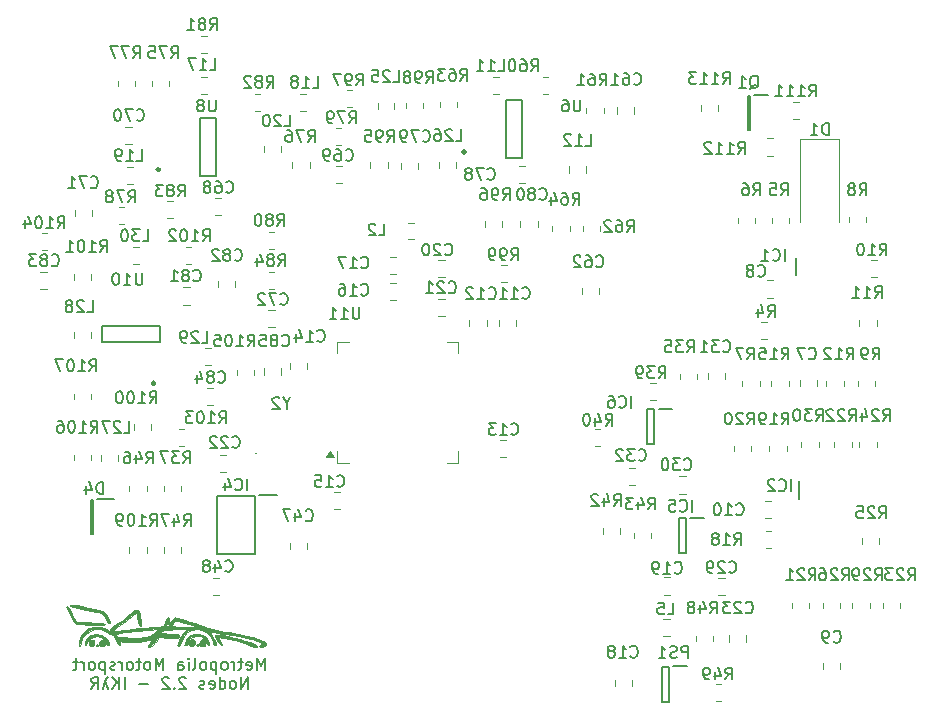
<source format=gbr>
%TF.GenerationSoftware,KiCad,Pcbnew,8.0.1*%
%TF.CreationDate,2024-07-10T20:27:58+03:00*%
%TF.ProjectId,Nodes,4e6f6465-732e-46b6-9963-61645f706362,rev?*%
%TF.SameCoordinates,Original*%
%TF.FileFunction,Legend,Bot*%
%TF.FilePolarity,Positive*%
%FSLAX46Y46*%
G04 Gerber Fmt 4.6, Leading zero omitted, Abs format (unit mm)*
G04 Created by KiCad (PCBNEW 8.0.1) date 2024-07-10 20:27:58*
%MOMM*%
%LPD*%
G01*
G04 APERTURE LIST*
%ADD10C,0.154000*%
%ADD11C,0.120000*%
%ADD12C,0.200000*%
%ADD13C,0.010000*%
%ADD14C,0.250000*%
%ADD15C,0.100000*%
G04 APERTURE END LIST*
D10*
X122724910Y-125153239D02*
X122724910Y-124153239D01*
X122724910Y-124153239D02*
X122391577Y-124867524D01*
X122391577Y-124867524D02*
X122058244Y-124153239D01*
X122058244Y-124153239D02*
X122058244Y-125153239D01*
X121201101Y-125105620D02*
X121296339Y-125153239D01*
X121296339Y-125153239D02*
X121486815Y-125153239D01*
X121486815Y-125153239D02*
X121582053Y-125105620D01*
X121582053Y-125105620D02*
X121629672Y-125010381D01*
X121629672Y-125010381D02*
X121629672Y-124629429D01*
X121629672Y-124629429D02*
X121582053Y-124534191D01*
X121582053Y-124534191D02*
X121486815Y-124486572D01*
X121486815Y-124486572D02*
X121296339Y-124486572D01*
X121296339Y-124486572D02*
X121201101Y-124534191D01*
X121201101Y-124534191D02*
X121153482Y-124629429D01*
X121153482Y-124629429D02*
X121153482Y-124724667D01*
X121153482Y-124724667D02*
X121629672Y-124819905D01*
X120867767Y-124486572D02*
X120486815Y-124486572D01*
X120724910Y-124153239D02*
X120724910Y-125010381D01*
X120724910Y-125010381D02*
X120677291Y-125105620D01*
X120677291Y-125105620D02*
X120582053Y-125153239D01*
X120582053Y-125153239D02*
X120486815Y-125153239D01*
X120153481Y-125153239D02*
X120153481Y-124486572D01*
X120153481Y-124677048D02*
X120105862Y-124581810D01*
X120105862Y-124581810D02*
X120058243Y-124534191D01*
X120058243Y-124534191D02*
X119963005Y-124486572D01*
X119963005Y-124486572D02*
X119867767Y-124486572D01*
X119391576Y-125153239D02*
X119486814Y-125105620D01*
X119486814Y-125105620D02*
X119534433Y-125058000D01*
X119534433Y-125058000D02*
X119582052Y-124962762D01*
X119582052Y-124962762D02*
X119582052Y-124677048D01*
X119582052Y-124677048D02*
X119534433Y-124581810D01*
X119534433Y-124581810D02*
X119486814Y-124534191D01*
X119486814Y-124534191D02*
X119391576Y-124486572D01*
X119391576Y-124486572D02*
X119248719Y-124486572D01*
X119248719Y-124486572D02*
X119153481Y-124534191D01*
X119153481Y-124534191D02*
X119105862Y-124581810D01*
X119105862Y-124581810D02*
X119058243Y-124677048D01*
X119058243Y-124677048D02*
X119058243Y-124962762D01*
X119058243Y-124962762D02*
X119105862Y-125058000D01*
X119105862Y-125058000D02*
X119153481Y-125105620D01*
X119153481Y-125105620D02*
X119248719Y-125153239D01*
X119248719Y-125153239D02*
X119391576Y-125153239D01*
X118629671Y-124486572D02*
X118629671Y-125486572D01*
X118629671Y-124534191D02*
X118534433Y-124486572D01*
X118534433Y-124486572D02*
X118343957Y-124486572D01*
X118343957Y-124486572D02*
X118248719Y-124534191D01*
X118248719Y-124534191D02*
X118201100Y-124581810D01*
X118201100Y-124581810D02*
X118153481Y-124677048D01*
X118153481Y-124677048D02*
X118153481Y-124962762D01*
X118153481Y-124962762D02*
X118201100Y-125058000D01*
X118201100Y-125058000D02*
X118248719Y-125105620D01*
X118248719Y-125105620D02*
X118343957Y-125153239D01*
X118343957Y-125153239D02*
X118534433Y-125153239D01*
X118534433Y-125153239D02*
X118629671Y-125105620D01*
X117582052Y-125153239D02*
X117677290Y-125105620D01*
X117677290Y-125105620D02*
X117724909Y-125058000D01*
X117724909Y-125058000D02*
X117772528Y-124962762D01*
X117772528Y-124962762D02*
X117772528Y-124677048D01*
X117772528Y-124677048D02*
X117724909Y-124581810D01*
X117724909Y-124581810D02*
X117677290Y-124534191D01*
X117677290Y-124534191D02*
X117582052Y-124486572D01*
X117582052Y-124486572D02*
X117439195Y-124486572D01*
X117439195Y-124486572D02*
X117343957Y-124534191D01*
X117343957Y-124534191D02*
X117296338Y-124581810D01*
X117296338Y-124581810D02*
X117248719Y-124677048D01*
X117248719Y-124677048D02*
X117248719Y-124962762D01*
X117248719Y-124962762D02*
X117296338Y-125058000D01*
X117296338Y-125058000D02*
X117343957Y-125105620D01*
X117343957Y-125105620D02*
X117439195Y-125153239D01*
X117439195Y-125153239D02*
X117582052Y-125153239D01*
X116677290Y-125153239D02*
X116772528Y-125105620D01*
X116772528Y-125105620D02*
X116820147Y-125010381D01*
X116820147Y-125010381D02*
X116820147Y-124153239D01*
X116296337Y-125153239D02*
X116296337Y-124486572D01*
X116296337Y-124153239D02*
X116343956Y-124200858D01*
X116343956Y-124200858D02*
X116296337Y-124248477D01*
X116296337Y-124248477D02*
X116248718Y-124200858D01*
X116248718Y-124200858D02*
X116296337Y-124153239D01*
X116296337Y-124153239D02*
X116296337Y-124248477D01*
X115391576Y-125153239D02*
X115391576Y-124629429D01*
X115391576Y-124629429D02*
X115439195Y-124534191D01*
X115439195Y-124534191D02*
X115534433Y-124486572D01*
X115534433Y-124486572D02*
X115724909Y-124486572D01*
X115724909Y-124486572D02*
X115820147Y-124534191D01*
X115391576Y-125105620D02*
X115486814Y-125153239D01*
X115486814Y-125153239D02*
X115724909Y-125153239D01*
X115724909Y-125153239D02*
X115820147Y-125105620D01*
X115820147Y-125105620D02*
X115867766Y-125010381D01*
X115867766Y-125010381D02*
X115867766Y-124915143D01*
X115867766Y-124915143D02*
X115820147Y-124819905D01*
X115820147Y-124819905D02*
X115724909Y-124772286D01*
X115724909Y-124772286D02*
X115486814Y-124772286D01*
X115486814Y-124772286D02*
X115391576Y-124724667D01*
X114153480Y-125153239D02*
X114153480Y-124153239D01*
X114153480Y-124153239D02*
X113820147Y-124867524D01*
X113820147Y-124867524D02*
X113486814Y-124153239D01*
X113486814Y-124153239D02*
X113486814Y-125153239D01*
X112867766Y-125153239D02*
X112963004Y-125105620D01*
X112963004Y-125105620D02*
X113010623Y-125058000D01*
X113010623Y-125058000D02*
X113058242Y-124962762D01*
X113058242Y-124962762D02*
X113058242Y-124677048D01*
X113058242Y-124677048D02*
X113010623Y-124581810D01*
X113010623Y-124581810D02*
X112963004Y-124534191D01*
X112963004Y-124534191D02*
X112867766Y-124486572D01*
X112867766Y-124486572D02*
X112724909Y-124486572D01*
X112724909Y-124486572D02*
X112629671Y-124534191D01*
X112629671Y-124534191D02*
X112582052Y-124581810D01*
X112582052Y-124581810D02*
X112534433Y-124677048D01*
X112534433Y-124677048D02*
X112534433Y-124962762D01*
X112534433Y-124962762D02*
X112582052Y-125058000D01*
X112582052Y-125058000D02*
X112629671Y-125105620D01*
X112629671Y-125105620D02*
X112724909Y-125153239D01*
X112724909Y-125153239D02*
X112867766Y-125153239D01*
X112248718Y-124486572D02*
X111867766Y-124486572D01*
X112105861Y-124153239D02*
X112105861Y-125010381D01*
X112105861Y-125010381D02*
X112058242Y-125105620D01*
X112058242Y-125105620D02*
X111963004Y-125153239D01*
X111963004Y-125153239D02*
X111867766Y-125153239D01*
X111391575Y-125153239D02*
X111486813Y-125105620D01*
X111486813Y-125105620D02*
X111534432Y-125058000D01*
X111534432Y-125058000D02*
X111582051Y-124962762D01*
X111582051Y-124962762D02*
X111582051Y-124677048D01*
X111582051Y-124677048D02*
X111534432Y-124581810D01*
X111534432Y-124581810D02*
X111486813Y-124534191D01*
X111486813Y-124534191D02*
X111391575Y-124486572D01*
X111391575Y-124486572D02*
X111248718Y-124486572D01*
X111248718Y-124486572D02*
X111153480Y-124534191D01*
X111153480Y-124534191D02*
X111105861Y-124581810D01*
X111105861Y-124581810D02*
X111058242Y-124677048D01*
X111058242Y-124677048D02*
X111058242Y-124962762D01*
X111058242Y-124962762D02*
X111105861Y-125058000D01*
X111105861Y-125058000D02*
X111153480Y-125105620D01*
X111153480Y-125105620D02*
X111248718Y-125153239D01*
X111248718Y-125153239D02*
X111391575Y-125153239D01*
X110629670Y-125153239D02*
X110629670Y-124486572D01*
X110629670Y-124677048D02*
X110582051Y-124581810D01*
X110582051Y-124581810D02*
X110534432Y-124534191D01*
X110534432Y-124534191D02*
X110439194Y-124486572D01*
X110439194Y-124486572D02*
X110343956Y-124486572D01*
X110058241Y-125105620D02*
X109963003Y-125153239D01*
X109963003Y-125153239D02*
X109772527Y-125153239D01*
X109772527Y-125153239D02*
X109677289Y-125105620D01*
X109677289Y-125105620D02*
X109629670Y-125010381D01*
X109629670Y-125010381D02*
X109629670Y-124962762D01*
X109629670Y-124962762D02*
X109677289Y-124867524D01*
X109677289Y-124867524D02*
X109772527Y-124819905D01*
X109772527Y-124819905D02*
X109915384Y-124819905D01*
X109915384Y-124819905D02*
X110010622Y-124772286D01*
X110010622Y-124772286D02*
X110058241Y-124677048D01*
X110058241Y-124677048D02*
X110058241Y-124629429D01*
X110058241Y-124629429D02*
X110010622Y-124534191D01*
X110010622Y-124534191D02*
X109915384Y-124486572D01*
X109915384Y-124486572D02*
X109772527Y-124486572D01*
X109772527Y-124486572D02*
X109677289Y-124534191D01*
X109201098Y-124486572D02*
X109201098Y-125486572D01*
X109201098Y-124534191D02*
X109105860Y-124486572D01*
X109105860Y-124486572D02*
X108915384Y-124486572D01*
X108915384Y-124486572D02*
X108820146Y-124534191D01*
X108820146Y-124534191D02*
X108772527Y-124581810D01*
X108772527Y-124581810D02*
X108724908Y-124677048D01*
X108724908Y-124677048D02*
X108724908Y-124962762D01*
X108724908Y-124962762D02*
X108772527Y-125058000D01*
X108772527Y-125058000D02*
X108820146Y-125105620D01*
X108820146Y-125105620D02*
X108915384Y-125153239D01*
X108915384Y-125153239D02*
X109105860Y-125153239D01*
X109105860Y-125153239D02*
X109201098Y-125105620D01*
X108153479Y-125153239D02*
X108248717Y-125105620D01*
X108248717Y-125105620D02*
X108296336Y-125058000D01*
X108296336Y-125058000D02*
X108343955Y-124962762D01*
X108343955Y-124962762D02*
X108343955Y-124677048D01*
X108343955Y-124677048D02*
X108296336Y-124581810D01*
X108296336Y-124581810D02*
X108248717Y-124534191D01*
X108248717Y-124534191D02*
X108153479Y-124486572D01*
X108153479Y-124486572D02*
X108010622Y-124486572D01*
X108010622Y-124486572D02*
X107915384Y-124534191D01*
X107915384Y-124534191D02*
X107867765Y-124581810D01*
X107867765Y-124581810D02*
X107820146Y-124677048D01*
X107820146Y-124677048D02*
X107820146Y-124962762D01*
X107820146Y-124962762D02*
X107867765Y-125058000D01*
X107867765Y-125058000D02*
X107915384Y-125105620D01*
X107915384Y-125105620D02*
X108010622Y-125153239D01*
X108010622Y-125153239D02*
X108153479Y-125153239D01*
X107391574Y-125153239D02*
X107391574Y-124486572D01*
X107391574Y-124677048D02*
X107343955Y-124581810D01*
X107343955Y-124581810D02*
X107296336Y-124534191D01*
X107296336Y-124534191D02*
X107201098Y-124486572D01*
X107201098Y-124486572D02*
X107105860Y-124486572D01*
X106915383Y-124486572D02*
X106534431Y-124486572D01*
X106772526Y-124153239D02*
X106772526Y-125010381D01*
X106772526Y-125010381D02*
X106724907Y-125105620D01*
X106724907Y-125105620D02*
X106629669Y-125153239D01*
X106629669Y-125153239D02*
X106534431Y-125153239D01*
X121296337Y-126763183D02*
X121296337Y-125763183D01*
X121296337Y-125763183D02*
X120724909Y-126763183D01*
X120724909Y-126763183D02*
X120724909Y-125763183D01*
X120105861Y-126763183D02*
X120201099Y-126715564D01*
X120201099Y-126715564D02*
X120248718Y-126667944D01*
X120248718Y-126667944D02*
X120296337Y-126572706D01*
X120296337Y-126572706D02*
X120296337Y-126286992D01*
X120296337Y-126286992D02*
X120248718Y-126191754D01*
X120248718Y-126191754D02*
X120201099Y-126144135D01*
X120201099Y-126144135D02*
X120105861Y-126096516D01*
X120105861Y-126096516D02*
X119963004Y-126096516D01*
X119963004Y-126096516D02*
X119867766Y-126144135D01*
X119867766Y-126144135D02*
X119820147Y-126191754D01*
X119820147Y-126191754D02*
X119772528Y-126286992D01*
X119772528Y-126286992D02*
X119772528Y-126572706D01*
X119772528Y-126572706D02*
X119820147Y-126667944D01*
X119820147Y-126667944D02*
X119867766Y-126715564D01*
X119867766Y-126715564D02*
X119963004Y-126763183D01*
X119963004Y-126763183D02*
X120105861Y-126763183D01*
X118915385Y-126763183D02*
X118915385Y-125763183D01*
X118915385Y-126715564D02*
X119010623Y-126763183D01*
X119010623Y-126763183D02*
X119201099Y-126763183D01*
X119201099Y-126763183D02*
X119296337Y-126715564D01*
X119296337Y-126715564D02*
X119343956Y-126667944D01*
X119343956Y-126667944D02*
X119391575Y-126572706D01*
X119391575Y-126572706D02*
X119391575Y-126286992D01*
X119391575Y-126286992D02*
X119343956Y-126191754D01*
X119343956Y-126191754D02*
X119296337Y-126144135D01*
X119296337Y-126144135D02*
X119201099Y-126096516D01*
X119201099Y-126096516D02*
X119010623Y-126096516D01*
X119010623Y-126096516D02*
X118915385Y-126144135D01*
X118058242Y-126715564D02*
X118153480Y-126763183D01*
X118153480Y-126763183D02*
X118343956Y-126763183D01*
X118343956Y-126763183D02*
X118439194Y-126715564D01*
X118439194Y-126715564D02*
X118486813Y-126620325D01*
X118486813Y-126620325D02*
X118486813Y-126239373D01*
X118486813Y-126239373D02*
X118439194Y-126144135D01*
X118439194Y-126144135D02*
X118343956Y-126096516D01*
X118343956Y-126096516D02*
X118153480Y-126096516D01*
X118153480Y-126096516D02*
X118058242Y-126144135D01*
X118058242Y-126144135D02*
X118010623Y-126239373D01*
X118010623Y-126239373D02*
X118010623Y-126334611D01*
X118010623Y-126334611D02*
X118486813Y-126429849D01*
X117629670Y-126715564D02*
X117534432Y-126763183D01*
X117534432Y-126763183D02*
X117343956Y-126763183D01*
X117343956Y-126763183D02*
X117248718Y-126715564D01*
X117248718Y-126715564D02*
X117201099Y-126620325D01*
X117201099Y-126620325D02*
X117201099Y-126572706D01*
X117201099Y-126572706D02*
X117248718Y-126477468D01*
X117248718Y-126477468D02*
X117343956Y-126429849D01*
X117343956Y-126429849D02*
X117486813Y-126429849D01*
X117486813Y-126429849D02*
X117582051Y-126382230D01*
X117582051Y-126382230D02*
X117629670Y-126286992D01*
X117629670Y-126286992D02*
X117629670Y-126239373D01*
X117629670Y-126239373D02*
X117582051Y-126144135D01*
X117582051Y-126144135D02*
X117486813Y-126096516D01*
X117486813Y-126096516D02*
X117343956Y-126096516D01*
X117343956Y-126096516D02*
X117248718Y-126144135D01*
X116058241Y-125858421D02*
X116010622Y-125810802D01*
X116010622Y-125810802D02*
X115915384Y-125763183D01*
X115915384Y-125763183D02*
X115677289Y-125763183D01*
X115677289Y-125763183D02*
X115582051Y-125810802D01*
X115582051Y-125810802D02*
X115534432Y-125858421D01*
X115534432Y-125858421D02*
X115486813Y-125953659D01*
X115486813Y-125953659D02*
X115486813Y-126048897D01*
X115486813Y-126048897D02*
X115534432Y-126191754D01*
X115534432Y-126191754D02*
X116105860Y-126763183D01*
X116105860Y-126763183D02*
X115486813Y-126763183D01*
X115058241Y-126667944D02*
X115010622Y-126715564D01*
X115010622Y-126715564D02*
X115058241Y-126763183D01*
X115058241Y-126763183D02*
X115105860Y-126715564D01*
X115105860Y-126715564D02*
X115058241Y-126667944D01*
X115058241Y-126667944D02*
X115058241Y-126763183D01*
X114629670Y-125858421D02*
X114582051Y-125810802D01*
X114582051Y-125810802D02*
X114486813Y-125763183D01*
X114486813Y-125763183D02*
X114248718Y-125763183D01*
X114248718Y-125763183D02*
X114153480Y-125810802D01*
X114153480Y-125810802D02*
X114105861Y-125858421D01*
X114105861Y-125858421D02*
X114058242Y-125953659D01*
X114058242Y-125953659D02*
X114058242Y-126048897D01*
X114058242Y-126048897D02*
X114105861Y-126191754D01*
X114105861Y-126191754D02*
X114677289Y-126763183D01*
X114677289Y-126763183D02*
X114058242Y-126763183D01*
X112867765Y-126382230D02*
X112105861Y-126382230D01*
X110867765Y-126763183D02*
X110867765Y-125763183D01*
X110391575Y-126763183D02*
X110391575Y-125763183D01*
X109820147Y-126763183D02*
X110248718Y-126191754D01*
X109820147Y-125763183D02*
X110391575Y-126334611D01*
X109248718Y-126096516D02*
X109486813Y-126763183D01*
X109486813Y-125763183D02*
X109391575Y-125763183D01*
X109391575Y-125763183D02*
X109343956Y-125810802D01*
X109343956Y-125810802D02*
X109248718Y-126096516D01*
X109248718Y-126096516D02*
X109010623Y-126763183D01*
X108058242Y-126763183D02*
X108391575Y-126286992D01*
X108629670Y-126763183D02*
X108629670Y-125763183D01*
X108629670Y-125763183D02*
X108248718Y-125763183D01*
X108248718Y-125763183D02*
X108153480Y-125810802D01*
X108153480Y-125810802D02*
X108105861Y-125858421D01*
X108105861Y-125858421D02*
X108058242Y-125953659D01*
X108058242Y-125953659D02*
X108058242Y-126096516D01*
X108058242Y-126096516D02*
X108105861Y-126191754D01*
X108105861Y-126191754D02*
X108153480Y-126239373D01*
X108153480Y-126239373D02*
X108248718Y-126286992D01*
X108248718Y-126286992D02*
X108629670Y-126286992D01*
X161520147Y-75558211D02*
X161853480Y-75082020D01*
X162091575Y-75558211D02*
X162091575Y-74558211D01*
X162091575Y-74558211D02*
X161710623Y-74558211D01*
X161710623Y-74558211D02*
X161615385Y-74605830D01*
X161615385Y-74605830D02*
X161567766Y-74653449D01*
X161567766Y-74653449D02*
X161520147Y-74748687D01*
X161520147Y-74748687D02*
X161520147Y-74891544D01*
X161520147Y-74891544D02*
X161567766Y-74986782D01*
X161567766Y-74986782D02*
X161615385Y-75034401D01*
X161615385Y-75034401D02*
X161710623Y-75082020D01*
X161710623Y-75082020D02*
X162091575Y-75082020D01*
X160567766Y-75558211D02*
X161139194Y-75558211D01*
X160853480Y-75558211D02*
X160853480Y-74558211D01*
X160853480Y-74558211D02*
X160948718Y-74701068D01*
X160948718Y-74701068D02*
X161043956Y-74796306D01*
X161043956Y-74796306D02*
X161139194Y-74843925D01*
X159615385Y-75558211D02*
X160186813Y-75558211D01*
X159901099Y-75558211D02*
X159901099Y-74558211D01*
X159901099Y-74558211D02*
X159996337Y-74701068D01*
X159996337Y-74701068D02*
X160091575Y-74796306D01*
X160091575Y-74796306D02*
X160186813Y-74843925D01*
X159282051Y-74558211D02*
X158663004Y-74558211D01*
X158663004Y-74558211D02*
X158996337Y-74939163D01*
X158996337Y-74939163D02*
X158853480Y-74939163D01*
X158853480Y-74939163D02*
X158758242Y-74986782D01*
X158758242Y-74986782D02*
X158710623Y-75034401D01*
X158710623Y-75034401D02*
X158663004Y-75129639D01*
X158663004Y-75129639D02*
X158663004Y-75367734D01*
X158663004Y-75367734D02*
X158710623Y-75462972D01*
X158710623Y-75462972D02*
X158758242Y-75510592D01*
X158758242Y-75510592D02*
X158853480Y-75558211D01*
X158853480Y-75558211D02*
X159139194Y-75558211D01*
X159139194Y-75558211D02*
X159234432Y-75510592D01*
X159234432Y-75510592D02*
X159282051Y-75462972D01*
X162820147Y-81458211D02*
X163153480Y-80982020D01*
X163391575Y-81458211D02*
X163391575Y-80458211D01*
X163391575Y-80458211D02*
X163010623Y-80458211D01*
X163010623Y-80458211D02*
X162915385Y-80505830D01*
X162915385Y-80505830D02*
X162867766Y-80553449D01*
X162867766Y-80553449D02*
X162820147Y-80648687D01*
X162820147Y-80648687D02*
X162820147Y-80791544D01*
X162820147Y-80791544D02*
X162867766Y-80886782D01*
X162867766Y-80886782D02*
X162915385Y-80934401D01*
X162915385Y-80934401D02*
X163010623Y-80982020D01*
X163010623Y-80982020D02*
X163391575Y-80982020D01*
X161867766Y-81458211D02*
X162439194Y-81458211D01*
X162153480Y-81458211D02*
X162153480Y-80458211D01*
X162153480Y-80458211D02*
X162248718Y-80601068D01*
X162248718Y-80601068D02*
X162343956Y-80696306D01*
X162343956Y-80696306D02*
X162439194Y-80743925D01*
X160915385Y-81458211D02*
X161486813Y-81458211D01*
X161201099Y-81458211D02*
X161201099Y-80458211D01*
X161201099Y-80458211D02*
X161296337Y-80601068D01*
X161296337Y-80601068D02*
X161391575Y-80696306D01*
X161391575Y-80696306D02*
X161486813Y-80743925D01*
X160534432Y-80553449D02*
X160486813Y-80505830D01*
X160486813Y-80505830D02*
X160391575Y-80458211D01*
X160391575Y-80458211D02*
X160153480Y-80458211D01*
X160153480Y-80458211D02*
X160058242Y-80505830D01*
X160058242Y-80505830D02*
X160010623Y-80553449D01*
X160010623Y-80553449D02*
X159963004Y-80648687D01*
X159963004Y-80648687D02*
X159963004Y-80743925D01*
X159963004Y-80743925D02*
X160010623Y-80886782D01*
X160010623Y-80886782D02*
X160582051Y-81458211D01*
X160582051Y-81458211D02*
X159963004Y-81458211D01*
X168820147Y-76608211D02*
X169153480Y-76132020D01*
X169391575Y-76608211D02*
X169391575Y-75608211D01*
X169391575Y-75608211D02*
X169010623Y-75608211D01*
X169010623Y-75608211D02*
X168915385Y-75655830D01*
X168915385Y-75655830D02*
X168867766Y-75703449D01*
X168867766Y-75703449D02*
X168820147Y-75798687D01*
X168820147Y-75798687D02*
X168820147Y-75941544D01*
X168820147Y-75941544D02*
X168867766Y-76036782D01*
X168867766Y-76036782D02*
X168915385Y-76084401D01*
X168915385Y-76084401D02*
X169010623Y-76132020D01*
X169010623Y-76132020D02*
X169391575Y-76132020D01*
X167867766Y-76608211D02*
X168439194Y-76608211D01*
X168153480Y-76608211D02*
X168153480Y-75608211D01*
X168153480Y-75608211D02*
X168248718Y-75751068D01*
X168248718Y-75751068D02*
X168343956Y-75846306D01*
X168343956Y-75846306D02*
X168439194Y-75893925D01*
X166915385Y-76608211D02*
X167486813Y-76608211D01*
X167201099Y-76608211D02*
X167201099Y-75608211D01*
X167201099Y-75608211D02*
X167296337Y-75751068D01*
X167296337Y-75751068D02*
X167391575Y-75846306D01*
X167391575Y-75846306D02*
X167486813Y-75893925D01*
X165963004Y-76608211D02*
X166534432Y-76608211D01*
X166248718Y-76608211D02*
X166248718Y-75608211D01*
X166248718Y-75608211D02*
X166343956Y-75751068D01*
X166343956Y-75751068D02*
X166439194Y-75846306D01*
X166439194Y-75846306D02*
X166534432Y-75893925D01*
X163796338Y-75953449D02*
X163891576Y-75905830D01*
X163891576Y-75905830D02*
X163986814Y-75810592D01*
X163986814Y-75810592D02*
X164129671Y-75667734D01*
X164129671Y-75667734D02*
X164224909Y-75620115D01*
X164224909Y-75620115D02*
X164320147Y-75620115D01*
X164272528Y-75858211D02*
X164367766Y-75810592D01*
X164367766Y-75810592D02*
X164463004Y-75715353D01*
X164463004Y-75715353D02*
X164510623Y-75524877D01*
X164510623Y-75524877D02*
X164510623Y-75191544D01*
X164510623Y-75191544D02*
X164463004Y-75001068D01*
X164463004Y-75001068D02*
X164367766Y-74905830D01*
X164367766Y-74905830D02*
X164272528Y-74858211D01*
X164272528Y-74858211D02*
X164082052Y-74858211D01*
X164082052Y-74858211D02*
X163986814Y-74905830D01*
X163986814Y-74905830D02*
X163891576Y-75001068D01*
X163891576Y-75001068D02*
X163843957Y-75191544D01*
X163843957Y-75191544D02*
X163843957Y-75524877D01*
X163843957Y-75524877D02*
X163891576Y-75715353D01*
X163891576Y-75715353D02*
X163986814Y-75810592D01*
X163986814Y-75810592D02*
X164082052Y-75858211D01*
X164082052Y-75858211D02*
X164272528Y-75858211D01*
X162891576Y-75858211D02*
X163463004Y-75858211D01*
X163177290Y-75858211D02*
X163177290Y-74858211D01*
X163177290Y-74858211D02*
X163272528Y-75001068D01*
X163272528Y-75001068D02*
X163367766Y-75096306D01*
X163367766Y-75096306D02*
X163463004Y-75143925D01*
X160440261Y-120373211D02*
X160773594Y-119897020D01*
X161011689Y-120373211D02*
X161011689Y-119373211D01*
X161011689Y-119373211D02*
X160630737Y-119373211D01*
X160630737Y-119373211D02*
X160535499Y-119420830D01*
X160535499Y-119420830D02*
X160487880Y-119468449D01*
X160487880Y-119468449D02*
X160440261Y-119563687D01*
X160440261Y-119563687D02*
X160440261Y-119706544D01*
X160440261Y-119706544D02*
X160487880Y-119801782D01*
X160487880Y-119801782D02*
X160535499Y-119849401D01*
X160535499Y-119849401D02*
X160630737Y-119897020D01*
X160630737Y-119897020D02*
X161011689Y-119897020D01*
X159583118Y-119706544D02*
X159583118Y-120373211D01*
X159821213Y-119325592D02*
X160059308Y-120039877D01*
X160059308Y-120039877D02*
X159440261Y-120039877D01*
X158916451Y-119801782D02*
X159011689Y-119754163D01*
X159011689Y-119754163D02*
X159059308Y-119706544D01*
X159059308Y-119706544D02*
X159106927Y-119611306D01*
X159106927Y-119611306D02*
X159106927Y-119563687D01*
X159106927Y-119563687D02*
X159059308Y-119468449D01*
X159059308Y-119468449D02*
X159011689Y-119420830D01*
X159011689Y-119420830D02*
X158916451Y-119373211D01*
X158916451Y-119373211D02*
X158725975Y-119373211D01*
X158725975Y-119373211D02*
X158630737Y-119420830D01*
X158630737Y-119420830D02*
X158583118Y-119468449D01*
X158583118Y-119468449D02*
X158535499Y-119563687D01*
X158535499Y-119563687D02*
X158535499Y-119611306D01*
X158535499Y-119611306D02*
X158583118Y-119706544D01*
X158583118Y-119706544D02*
X158630737Y-119754163D01*
X158630737Y-119754163D02*
X158725975Y-119801782D01*
X158725975Y-119801782D02*
X158916451Y-119801782D01*
X158916451Y-119801782D02*
X159011689Y-119849401D01*
X159011689Y-119849401D02*
X159059308Y-119897020D01*
X159059308Y-119897020D02*
X159106927Y-119992258D01*
X159106927Y-119992258D02*
X159106927Y-120182734D01*
X159106927Y-120182734D02*
X159059308Y-120277972D01*
X159059308Y-120277972D02*
X159011689Y-120325592D01*
X159011689Y-120325592D02*
X158916451Y-120373211D01*
X158916451Y-120373211D02*
X158725975Y-120373211D01*
X158725975Y-120373211D02*
X158630737Y-120325592D01*
X158630737Y-120325592D02*
X158583118Y-120277972D01*
X158583118Y-120277972D02*
X158535499Y-120182734D01*
X158535499Y-120182734D02*
X158535499Y-119992258D01*
X158535499Y-119992258D02*
X158583118Y-119897020D01*
X158583118Y-119897020D02*
X158630737Y-119849401D01*
X158630737Y-119849401D02*
X158725975Y-119801782D01*
X120190261Y-90440472D02*
X120237880Y-90488092D01*
X120237880Y-90488092D02*
X120380737Y-90535711D01*
X120380737Y-90535711D02*
X120475975Y-90535711D01*
X120475975Y-90535711D02*
X120618832Y-90488092D01*
X120618832Y-90488092D02*
X120714070Y-90392853D01*
X120714070Y-90392853D02*
X120761689Y-90297615D01*
X120761689Y-90297615D02*
X120809308Y-90107139D01*
X120809308Y-90107139D02*
X120809308Y-89964282D01*
X120809308Y-89964282D02*
X120761689Y-89773806D01*
X120761689Y-89773806D02*
X120714070Y-89678568D01*
X120714070Y-89678568D02*
X120618832Y-89583330D01*
X120618832Y-89583330D02*
X120475975Y-89535711D01*
X120475975Y-89535711D02*
X120380737Y-89535711D01*
X120380737Y-89535711D02*
X120237880Y-89583330D01*
X120237880Y-89583330D02*
X120190261Y-89630949D01*
X119618832Y-89964282D02*
X119714070Y-89916663D01*
X119714070Y-89916663D02*
X119761689Y-89869044D01*
X119761689Y-89869044D02*
X119809308Y-89773806D01*
X119809308Y-89773806D02*
X119809308Y-89726187D01*
X119809308Y-89726187D02*
X119761689Y-89630949D01*
X119761689Y-89630949D02*
X119714070Y-89583330D01*
X119714070Y-89583330D02*
X119618832Y-89535711D01*
X119618832Y-89535711D02*
X119428356Y-89535711D01*
X119428356Y-89535711D02*
X119333118Y-89583330D01*
X119333118Y-89583330D02*
X119285499Y-89630949D01*
X119285499Y-89630949D02*
X119237880Y-89726187D01*
X119237880Y-89726187D02*
X119237880Y-89773806D01*
X119237880Y-89773806D02*
X119285499Y-89869044D01*
X119285499Y-89869044D02*
X119333118Y-89916663D01*
X119333118Y-89916663D02*
X119428356Y-89964282D01*
X119428356Y-89964282D02*
X119618832Y-89964282D01*
X119618832Y-89964282D02*
X119714070Y-90011901D01*
X119714070Y-90011901D02*
X119761689Y-90059520D01*
X119761689Y-90059520D02*
X119809308Y-90154758D01*
X119809308Y-90154758D02*
X119809308Y-90345234D01*
X119809308Y-90345234D02*
X119761689Y-90440472D01*
X119761689Y-90440472D02*
X119714070Y-90488092D01*
X119714070Y-90488092D02*
X119618832Y-90535711D01*
X119618832Y-90535711D02*
X119428356Y-90535711D01*
X119428356Y-90535711D02*
X119333118Y-90488092D01*
X119333118Y-90488092D02*
X119285499Y-90440472D01*
X119285499Y-90440472D02*
X119237880Y-90345234D01*
X119237880Y-90345234D02*
X119237880Y-90154758D01*
X119237880Y-90154758D02*
X119285499Y-90059520D01*
X119285499Y-90059520D02*
X119333118Y-90011901D01*
X119333118Y-90011901D02*
X119428356Y-89964282D01*
X118856927Y-89630949D02*
X118809308Y-89583330D01*
X118809308Y-89583330D02*
X118714070Y-89535711D01*
X118714070Y-89535711D02*
X118475975Y-89535711D01*
X118475975Y-89535711D02*
X118380737Y-89583330D01*
X118380737Y-89583330D02*
X118333118Y-89630949D01*
X118333118Y-89630949D02*
X118285499Y-89726187D01*
X118285499Y-89726187D02*
X118285499Y-89821425D01*
X118285499Y-89821425D02*
X118333118Y-89964282D01*
X118333118Y-89964282D02*
X118904546Y-90535711D01*
X118904546Y-90535711D02*
X118285499Y-90535711D01*
X157443957Y-116912972D02*
X157491576Y-116960592D01*
X157491576Y-116960592D02*
X157634433Y-117008211D01*
X157634433Y-117008211D02*
X157729671Y-117008211D01*
X157729671Y-117008211D02*
X157872528Y-116960592D01*
X157872528Y-116960592D02*
X157967766Y-116865353D01*
X157967766Y-116865353D02*
X158015385Y-116770115D01*
X158015385Y-116770115D02*
X158063004Y-116579639D01*
X158063004Y-116579639D02*
X158063004Y-116436782D01*
X158063004Y-116436782D02*
X158015385Y-116246306D01*
X158015385Y-116246306D02*
X157967766Y-116151068D01*
X157967766Y-116151068D02*
X157872528Y-116055830D01*
X157872528Y-116055830D02*
X157729671Y-116008211D01*
X157729671Y-116008211D02*
X157634433Y-116008211D01*
X157634433Y-116008211D02*
X157491576Y-116055830D01*
X157491576Y-116055830D02*
X157443957Y-116103449D01*
X156491576Y-117008211D02*
X157063004Y-117008211D01*
X156777290Y-117008211D02*
X156777290Y-116008211D01*
X156777290Y-116008211D02*
X156872528Y-116151068D01*
X156872528Y-116151068D02*
X156967766Y-116246306D01*
X156967766Y-116246306D02*
X157063004Y-116293925D01*
X156015385Y-117008211D02*
X155824909Y-117008211D01*
X155824909Y-117008211D02*
X155729671Y-116960592D01*
X155729671Y-116960592D02*
X155682052Y-116912972D01*
X155682052Y-116912972D02*
X155586814Y-116770115D01*
X155586814Y-116770115D02*
X155539195Y-116579639D01*
X155539195Y-116579639D02*
X155539195Y-116198687D01*
X155539195Y-116198687D02*
X155586814Y-116103449D01*
X155586814Y-116103449D02*
X155634433Y-116055830D01*
X155634433Y-116055830D02*
X155729671Y-116008211D01*
X155729671Y-116008211D02*
X155920147Y-116008211D01*
X155920147Y-116008211D02*
X156015385Y-116055830D01*
X156015385Y-116055830D02*
X156063004Y-116103449D01*
X156063004Y-116103449D02*
X156110623Y-116198687D01*
X156110623Y-116198687D02*
X156110623Y-116436782D01*
X156110623Y-116436782D02*
X156063004Y-116532020D01*
X156063004Y-116532020D02*
X156015385Y-116579639D01*
X156015385Y-116579639D02*
X155920147Y-116627258D01*
X155920147Y-116627258D02*
X155729671Y-116627258D01*
X155729671Y-116627258D02*
X155634433Y-116579639D01*
X155634433Y-116579639D02*
X155586814Y-116532020D01*
X155586814Y-116532020D02*
X155539195Y-116436782D01*
X141590261Y-83577972D02*
X141637880Y-83625592D01*
X141637880Y-83625592D02*
X141780737Y-83673211D01*
X141780737Y-83673211D02*
X141875975Y-83673211D01*
X141875975Y-83673211D02*
X142018832Y-83625592D01*
X142018832Y-83625592D02*
X142114070Y-83530353D01*
X142114070Y-83530353D02*
X142161689Y-83435115D01*
X142161689Y-83435115D02*
X142209308Y-83244639D01*
X142209308Y-83244639D02*
X142209308Y-83101782D01*
X142209308Y-83101782D02*
X142161689Y-82911306D01*
X142161689Y-82911306D02*
X142114070Y-82816068D01*
X142114070Y-82816068D02*
X142018832Y-82720830D01*
X142018832Y-82720830D02*
X141875975Y-82673211D01*
X141875975Y-82673211D02*
X141780737Y-82673211D01*
X141780737Y-82673211D02*
X141637880Y-82720830D01*
X141637880Y-82720830D02*
X141590261Y-82768449D01*
X141256927Y-82673211D02*
X140590261Y-82673211D01*
X140590261Y-82673211D02*
X141018832Y-83673211D01*
X140066451Y-83101782D02*
X140161689Y-83054163D01*
X140161689Y-83054163D02*
X140209308Y-83006544D01*
X140209308Y-83006544D02*
X140256927Y-82911306D01*
X140256927Y-82911306D02*
X140256927Y-82863687D01*
X140256927Y-82863687D02*
X140209308Y-82768449D01*
X140209308Y-82768449D02*
X140161689Y-82720830D01*
X140161689Y-82720830D02*
X140066451Y-82673211D01*
X140066451Y-82673211D02*
X139875975Y-82673211D01*
X139875975Y-82673211D02*
X139780737Y-82720830D01*
X139780737Y-82720830D02*
X139733118Y-82768449D01*
X139733118Y-82768449D02*
X139685499Y-82863687D01*
X139685499Y-82863687D02*
X139685499Y-82911306D01*
X139685499Y-82911306D02*
X139733118Y-83006544D01*
X139733118Y-83006544D02*
X139780737Y-83054163D01*
X139780737Y-83054163D02*
X139875975Y-83101782D01*
X139875975Y-83101782D02*
X140066451Y-83101782D01*
X140066451Y-83101782D02*
X140161689Y-83149401D01*
X140161689Y-83149401D02*
X140209308Y-83197020D01*
X140209308Y-83197020D02*
X140256927Y-83292258D01*
X140256927Y-83292258D02*
X140256927Y-83482734D01*
X140256927Y-83482734D02*
X140209308Y-83577972D01*
X140209308Y-83577972D02*
X140161689Y-83625592D01*
X140161689Y-83625592D02*
X140066451Y-83673211D01*
X140066451Y-83673211D02*
X139875975Y-83673211D01*
X139875975Y-83673211D02*
X139780737Y-83625592D01*
X139780737Y-83625592D02*
X139733118Y-83577972D01*
X139733118Y-83577972D02*
X139685499Y-83482734D01*
X139685499Y-83482734D02*
X139685499Y-83292258D01*
X139685499Y-83292258D02*
X139733118Y-83197020D01*
X139733118Y-83197020D02*
X139780737Y-83149401D01*
X139780737Y-83149401D02*
X139875975Y-83101782D01*
X174730251Y-112323251D02*
X175063584Y-111847060D01*
X175301679Y-112323251D02*
X175301679Y-111323251D01*
X175301679Y-111323251D02*
X174920727Y-111323251D01*
X174920727Y-111323251D02*
X174825489Y-111370870D01*
X174825489Y-111370870D02*
X174777870Y-111418489D01*
X174777870Y-111418489D02*
X174730251Y-111513727D01*
X174730251Y-111513727D02*
X174730251Y-111656584D01*
X174730251Y-111656584D02*
X174777870Y-111751822D01*
X174777870Y-111751822D02*
X174825489Y-111799441D01*
X174825489Y-111799441D02*
X174920727Y-111847060D01*
X174920727Y-111847060D02*
X175301679Y-111847060D01*
X174349298Y-111418489D02*
X174301679Y-111370870D01*
X174301679Y-111370870D02*
X174206441Y-111323251D01*
X174206441Y-111323251D02*
X173968346Y-111323251D01*
X173968346Y-111323251D02*
X173873108Y-111370870D01*
X173873108Y-111370870D02*
X173825489Y-111418489D01*
X173825489Y-111418489D02*
X173777870Y-111513727D01*
X173777870Y-111513727D02*
X173777870Y-111608965D01*
X173777870Y-111608965D02*
X173825489Y-111751822D01*
X173825489Y-111751822D02*
X174396917Y-112323251D01*
X174396917Y-112323251D02*
X173777870Y-112323251D01*
X172873108Y-111323251D02*
X173349298Y-111323251D01*
X173349298Y-111323251D02*
X173396917Y-111799441D01*
X173396917Y-111799441D02*
X173349298Y-111751822D01*
X173349298Y-111751822D02*
X173254060Y-111704203D01*
X173254060Y-111704203D02*
X173015965Y-111704203D01*
X173015965Y-111704203D02*
X172920727Y-111751822D01*
X172920727Y-111751822D02*
X172873108Y-111799441D01*
X172873108Y-111799441D02*
X172825489Y-111894679D01*
X172825489Y-111894679D02*
X172825489Y-112132774D01*
X172825489Y-112132774D02*
X172873108Y-112228012D01*
X172873108Y-112228012D02*
X172920727Y-112275632D01*
X172920727Y-112275632D02*
X173015965Y-112323251D01*
X173015965Y-112323251D02*
X173254060Y-112323251D01*
X173254060Y-112323251D02*
X173349298Y-112275632D01*
X173349298Y-112275632D02*
X173396917Y-112228012D01*
X107990261Y-84277972D02*
X108037880Y-84325592D01*
X108037880Y-84325592D02*
X108180737Y-84373211D01*
X108180737Y-84373211D02*
X108275975Y-84373211D01*
X108275975Y-84373211D02*
X108418832Y-84325592D01*
X108418832Y-84325592D02*
X108514070Y-84230353D01*
X108514070Y-84230353D02*
X108561689Y-84135115D01*
X108561689Y-84135115D02*
X108609308Y-83944639D01*
X108609308Y-83944639D02*
X108609308Y-83801782D01*
X108609308Y-83801782D02*
X108561689Y-83611306D01*
X108561689Y-83611306D02*
X108514070Y-83516068D01*
X108514070Y-83516068D02*
X108418832Y-83420830D01*
X108418832Y-83420830D02*
X108275975Y-83373211D01*
X108275975Y-83373211D02*
X108180737Y-83373211D01*
X108180737Y-83373211D02*
X108037880Y-83420830D01*
X108037880Y-83420830D02*
X107990261Y-83468449D01*
X107656927Y-83373211D02*
X106990261Y-83373211D01*
X106990261Y-83373211D02*
X107418832Y-84373211D01*
X106085499Y-84373211D02*
X106656927Y-84373211D01*
X106371213Y-84373211D02*
X106371213Y-83373211D01*
X106371213Y-83373211D02*
X106466451Y-83516068D01*
X106466451Y-83516068D02*
X106561689Y-83611306D01*
X106561689Y-83611306D02*
X106656927Y-83658925D01*
X130490261Y-75673211D02*
X130823594Y-75197020D01*
X131061689Y-75673211D02*
X131061689Y-74673211D01*
X131061689Y-74673211D02*
X130680737Y-74673211D01*
X130680737Y-74673211D02*
X130585499Y-74720830D01*
X130585499Y-74720830D02*
X130537880Y-74768449D01*
X130537880Y-74768449D02*
X130490261Y-74863687D01*
X130490261Y-74863687D02*
X130490261Y-75006544D01*
X130490261Y-75006544D02*
X130537880Y-75101782D01*
X130537880Y-75101782D02*
X130585499Y-75149401D01*
X130585499Y-75149401D02*
X130680737Y-75197020D01*
X130680737Y-75197020D02*
X131061689Y-75197020D01*
X130014070Y-75673211D02*
X129823594Y-75673211D01*
X129823594Y-75673211D02*
X129728356Y-75625592D01*
X129728356Y-75625592D02*
X129680737Y-75577972D01*
X129680737Y-75577972D02*
X129585499Y-75435115D01*
X129585499Y-75435115D02*
X129537880Y-75244639D01*
X129537880Y-75244639D02*
X129537880Y-74863687D01*
X129537880Y-74863687D02*
X129585499Y-74768449D01*
X129585499Y-74768449D02*
X129633118Y-74720830D01*
X129633118Y-74720830D02*
X129728356Y-74673211D01*
X129728356Y-74673211D02*
X129918832Y-74673211D01*
X129918832Y-74673211D02*
X130014070Y-74720830D01*
X130014070Y-74720830D02*
X130061689Y-74768449D01*
X130061689Y-74768449D02*
X130109308Y-74863687D01*
X130109308Y-74863687D02*
X130109308Y-75101782D01*
X130109308Y-75101782D02*
X130061689Y-75197020D01*
X130061689Y-75197020D02*
X130014070Y-75244639D01*
X130014070Y-75244639D02*
X129918832Y-75292258D01*
X129918832Y-75292258D02*
X129728356Y-75292258D01*
X129728356Y-75292258D02*
X129633118Y-75244639D01*
X129633118Y-75244639D02*
X129585499Y-75197020D01*
X129585499Y-75197020D02*
X129537880Y-75101782D01*
X129204546Y-74673211D02*
X128537880Y-74673211D01*
X128537880Y-74673211D02*
X128966451Y-75673211D01*
X119390261Y-116777972D02*
X119437880Y-116825592D01*
X119437880Y-116825592D02*
X119580737Y-116873211D01*
X119580737Y-116873211D02*
X119675975Y-116873211D01*
X119675975Y-116873211D02*
X119818832Y-116825592D01*
X119818832Y-116825592D02*
X119914070Y-116730353D01*
X119914070Y-116730353D02*
X119961689Y-116635115D01*
X119961689Y-116635115D02*
X120009308Y-116444639D01*
X120009308Y-116444639D02*
X120009308Y-116301782D01*
X120009308Y-116301782D02*
X119961689Y-116111306D01*
X119961689Y-116111306D02*
X119914070Y-116016068D01*
X119914070Y-116016068D02*
X119818832Y-115920830D01*
X119818832Y-115920830D02*
X119675975Y-115873211D01*
X119675975Y-115873211D02*
X119580737Y-115873211D01*
X119580737Y-115873211D02*
X119437880Y-115920830D01*
X119437880Y-115920830D02*
X119390261Y-115968449D01*
X118533118Y-116206544D02*
X118533118Y-116873211D01*
X118771213Y-115825592D02*
X119009308Y-116539877D01*
X119009308Y-116539877D02*
X118390261Y-116539877D01*
X117866451Y-116301782D02*
X117961689Y-116254163D01*
X117961689Y-116254163D02*
X118009308Y-116206544D01*
X118009308Y-116206544D02*
X118056927Y-116111306D01*
X118056927Y-116111306D02*
X118056927Y-116063687D01*
X118056927Y-116063687D02*
X118009308Y-115968449D01*
X118009308Y-115968449D02*
X117961689Y-115920830D01*
X117961689Y-115920830D02*
X117866451Y-115873211D01*
X117866451Y-115873211D02*
X117675975Y-115873211D01*
X117675975Y-115873211D02*
X117580737Y-115920830D01*
X117580737Y-115920830D02*
X117533118Y-115968449D01*
X117533118Y-115968449D02*
X117485499Y-116063687D01*
X117485499Y-116063687D02*
X117485499Y-116111306D01*
X117485499Y-116111306D02*
X117533118Y-116206544D01*
X117533118Y-116206544D02*
X117580737Y-116254163D01*
X117580737Y-116254163D02*
X117675975Y-116301782D01*
X117675975Y-116301782D02*
X117866451Y-116301782D01*
X117866451Y-116301782D02*
X117961689Y-116349401D01*
X117961689Y-116349401D02*
X118009308Y-116397020D01*
X118009308Y-116397020D02*
X118056927Y-116492258D01*
X118056927Y-116492258D02*
X118056927Y-116682734D01*
X118056927Y-116682734D02*
X118009308Y-116777972D01*
X118009308Y-116777972D02*
X117961689Y-116825592D01*
X117961689Y-116825592D02*
X117866451Y-116873211D01*
X117866451Y-116873211D02*
X117675975Y-116873211D01*
X117675975Y-116873211D02*
X117580737Y-116825592D01*
X117580737Y-116825592D02*
X117533118Y-116777972D01*
X117533118Y-116777972D02*
X117485499Y-116682734D01*
X117485499Y-116682734D02*
X117485499Y-116492258D01*
X117485499Y-116492258D02*
X117533118Y-116397020D01*
X117533118Y-116397020D02*
X117580737Y-116349401D01*
X117580737Y-116349401D02*
X117675975Y-116301782D01*
X138885499Y-80373211D02*
X139361689Y-80373211D01*
X139361689Y-80373211D02*
X139361689Y-79373211D01*
X138599784Y-79468449D02*
X138552165Y-79420830D01*
X138552165Y-79420830D02*
X138456927Y-79373211D01*
X138456927Y-79373211D02*
X138218832Y-79373211D01*
X138218832Y-79373211D02*
X138123594Y-79420830D01*
X138123594Y-79420830D02*
X138075975Y-79468449D01*
X138075975Y-79468449D02*
X138028356Y-79563687D01*
X138028356Y-79563687D02*
X138028356Y-79658925D01*
X138028356Y-79658925D02*
X138075975Y-79801782D01*
X138075975Y-79801782D02*
X138647403Y-80373211D01*
X138647403Y-80373211D02*
X138028356Y-80373211D01*
X137171213Y-79373211D02*
X137361689Y-79373211D01*
X137361689Y-79373211D02*
X137456927Y-79420830D01*
X137456927Y-79420830D02*
X137504546Y-79468449D01*
X137504546Y-79468449D02*
X137599784Y-79611306D01*
X137599784Y-79611306D02*
X137647403Y-79801782D01*
X137647403Y-79801782D02*
X137647403Y-80182734D01*
X137647403Y-80182734D02*
X137599784Y-80277972D01*
X137599784Y-80277972D02*
X137552165Y-80325592D01*
X137552165Y-80325592D02*
X137456927Y-80373211D01*
X137456927Y-80373211D02*
X137266451Y-80373211D01*
X137266451Y-80373211D02*
X137171213Y-80325592D01*
X137171213Y-80325592D02*
X137123594Y-80277972D01*
X137123594Y-80277972D02*
X137075975Y-80182734D01*
X137075975Y-80182734D02*
X137075975Y-79944639D01*
X137075975Y-79944639D02*
X137123594Y-79849401D01*
X137123594Y-79849401D02*
X137171213Y-79801782D01*
X137171213Y-79801782D02*
X137266451Y-79754163D01*
X137266451Y-79754163D02*
X137456927Y-79754163D01*
X137456927Y-79754163D02*
X137552165Y-79801782D01*
X137552165Y-79801782D02*
X137599784Y-79849401D01*
X137599784Y-79849401D02*
X137647403Y-79944639D01*
X172190261Y-104073211D02*
X172523594Y-103597020D01*
X172761689Y-104073211D02*
X172761689Y-103073211D01*
X172761689Y-103073211D02*
X172380737Y-103073211D01*
X172380737Y-103073211D02*
X172285499Y-103120830D01*
X172285499Y-103120830D02*
X172237880Y-103168449D01*
X172237880Y-103168449D02*
X172190261Y-103263687D01*
X172190261Y-103263687D02*
X172190261Y-103406544D01*
X172190261Y-103406544D02*
X172237880Y-103501782D01*
X172237880Y-103501782D02*
X172285499Y-103549401D01*
X172285499Y-103549401D02*
X172380737Y-103597020D01*
X172380737Y-103597020D02*
X172761689Y-103597020D01*
X171809308Y-103168449D02*
X171761689Y-103120830D01*
X171761689Y-103120830D02*
X171666451Y-103073211D01*
X171666451Y-103073211D02*
X171428356Y-103073211D01*
X171428356Y-103073211D02*
X171333118Y-103120830D01*
X171333118Y-103120830D02*
X171285499Y-103168449D01*
X171285499Y-103168449D02*
X171237880Y-103263687D01*
X171237880Y-103263687D02*
X171237880Y-103358925D01*
X171237880Y-103358925D02*
X171285499Y-103501782D01*
X171285499Y-103501782D02*
X171856927Y-104073211D01*
X171856927Y-104073211D02*
X171237880Y-104073211D01*
X170856927Y-103168449D02*
X170809308Y-103120830D01*
X170809308Y-103120830D02*
X170714070Y-103073211D01*
X170714070Y-103073211D02*
X170475975Y-103073211D01*
X170475975Y-103073211D02*
X170380737Y-103120830D01*
X170380737Y-103120830D02*
X170333118Y-103168449D01*
X170333118Y-103168449D02*
X170285499Y-103263687D01*
X170285499Y-103263687D02*
X170285499Y-103358925D01*
X170285499Y-103358925D02*
X170333118Y-103501782D01*
X170333118Y-103501782D02*
X170904546Y-104073211D01*
X170904546Y-104073211D02*
X170285499Y-104073211D01*
X162043957Y-116862972D02*
X162091576Y-116910592D01*
X162091576Y-116910592D02*
X162234433Y-116958211D01*
X162234433Y-116958211D02*
X162329671Y-116958211D01*
X162329671Y-116958211D02*
X162472528Y-116910592D01*
X162472528Y-116910592D02*
X162567766Y-116815353D01*
X162567766Y-116815353D02*
X162615385Y-116720115D01*
X162615385Y-116720115D02*
X162663004Y-116529639D01*
X162663004Y-116529639D02*
X162663004Y-116386782D01*
X162663004Y-116386782D02*
X162615385Y-116196306D01*
X162615385Y-116196306D02*
X162567766Y-116101068D01*
X162567766Y-116101068D02*
X162472528Y-116005830D01*
X162472528Y-116005830D02*
X162329671Y-115958211D01*
X162329671Y-115958211D02*
X162234433Y-115958211D01*
X162234433Y-115958211D02*
X162091576Y-116005830D01*
X162091576Y-116005830D02*
X162043957Y-116053449D01*
X161663004Y-116053449D02*
X161615385Y-116005830D01*
X161615385Y-116005830D02*
X161520147Y-115958211D01*
X161520147Y-115958211D02*
X161282052Y-115958211D01*
X161282052Y-115958211D02*
X161186814Y-116005830D01*
X161186814Y-116005830D02*
X161139195Y-116053449D01*
X161139195Y-116053449D02*
X161091576Y-116148687D01*
X161091576Y-116148687D02*
X161091576Y-116243925D01*
X161091576Y-116243925D02*
X161139195Y-116386782D01*
X161139195Y-116386782D02*
X161710623Y-116958211D01*
X161710623Y-116958211D02*
X161091576Y-116958211D01*
X160615385Y-116958211D02*
X160424909Y-116958211D01*
X160424909Y-116958211D02*
X160329671Y-116910592D01*
X160329671Y-116910592D02*
X160282052Y-116862972D01*
X160282052Y-116862972D02*
X160186814Y-116720115D01*
X160186814Y-116720115D02*
X160139195Y-116529639D01*
X160139195Y-116529639D02*
X160139195Y-116148687D01*
X160139195Y-116148687D02*
X160186814Y-116053449D01*
X160186814Y-116053449D02*
X160234433Y-116005830D01*
X160234433Y-116005830D02*
X160329671Y-115958211D01*
X160329671Y-115958211D02*
X160520147Y-115958211D01*
X160520147Y-115958211D02*
X160615385Y-116005830D01*
X160615385Y-116005830D02*
X160663004Y-116053449D01*
X160663004Y-116053449D02*
X160710623Y-116148687D01*
X160710623Y-116148687D02*
X160710623Y-116386782D01*
X160710623Y-116386782D02*
X160663004Y-116482020D01*
X160663004Y-116482020D02*
X160615385Y-116529639D01*
X160615385Y-116529639D02*
X160520147Y-116577258D01*
X160520147Y-116577258D02*
X160329671Y-116577258D01*
X160329671Y-116577258D02*
X160234433Y-116529639D01*
X160234433Y-116529639D02*
X160186814Y-116482020D01*
X160186814Y-116482020D02*
X160139195Y-116386782D01*
X119990261Y-106277972D02*
X120037880Y-106325592D01*
X120037880Y-106325592D02*
X120180737Y-106373211D01*
X120180737Y-106373211D02*
X120275975Y-106373211D01*
X120275975Y-106373211D02*
X120418832Y-106325592D01*
X120418832Y-106325592D02*
X120514070Y-106230353D01*
X120514070Y-106230353D02*
X120561689Y-106135115D01*
X120561689Y-106135115D02*
X120609308Y-105944639D01*
X120609308Y-105944639D02*
X120609308Y-105801782D01*
X120609308Y-105801782D02*
X120561689Y-105611306D01*
X120561689Y-105611306D02*
X120514070Y-105516068D01*
X120514070Y-105516068D02*
X120418832Y-105420830D01*
X120418832Y-105420830D02*
X120275975Y-105373211D01*
X120275975Y-105373211D02*
X120180737Y-105373211D01*
X120180737Y-105373211D02*
X120037880Y-105420830D01*
X120037880Y-105420830D02*
X119990261Y-105468449D01*
X119609308Y-105468449D02*
X119561689Y-105420830D01*
X119561689Y-105420830D02*
X119466451Y-105373211D01*
X119466451Y-105373211D02*
X119228356Y-105373211D01*
X119228356Y-105373211D02*
X119133118Y-105420830D01*
X119133118Y-105420830D02*
X119085499Y-105468449D01*
X119085499Y-105468449D02*
X119037880Y-105563687D01*
X119037880Y-105563687D02*
X119037880Y-105658925D01*
X119037880Y-105658925D02*
X119085499Y-105801782D01*
X119085499Y-105801782D02*
X119656927Y-106373211D01*
X119656927Y-106373211D02*
X119037880Y-106373211D01*
X118656927Y-105468449D02*
X118609308Y-105420830D01*
X118609308Y-105420830D02*
X118514070Y-105373211D01*
X118514070Y-105373211D02*
X118275975Y-105373211D01*
X118275975Y-105373211D02*
X118180737Y-105420830D01*
X118180737Y-105420830D02*
X118133118Y-105468449D01*
X118133118Y-105468449D02*
X118085499Y-105563687D01*
X118085499Y-105563687D02*
X118085499Y-105658925D01*
X118085499Y-105658925D02*
X118133118Y-105801782D01*
X118133118Y-105801782D02*
X118704546Y-106373211D01*
X118704546Y-106373211D02*
X118085499Y-106373211D01*
X148790261Y-85773211D02*
X149123594Y-85297020D01*
X149361689Y-85773211D02*
X149361689Y-84773211D01*
X149361689Y-84773211D02*
X148980737Y-84773211D01*
X148980737Y-84773211D02*
X148885499Y-84820830D01*
X148885499Y-84820830D02*
X148837880Y-84868449D01*
X148837880Y-84868449D02*
X148790261Y-84963687D01*
X148790261Y-84963687D02*
X148790261Y-85106544D01*
X148790261Y-85106544D02*
X148837880Y-85201782D01*
X148837880Y-85201782D02*
X148885499Y-85249401D01*
X148885499Y-85249401D02*
X148980737Y-85297020D01*
X148980737Y-85297020D02*
X149361689Y-85297020D01*
X147933118Y-84773211D02*
X148123594Y-84773211D01*
X148123594Y-84773211D02*
X148218832Y-84820830D01*
X148218832Y-84820830D02*
X148266451Y-84868449D01*
X148266451Y-84868449D02*
X148361689Y-85011306D01*
X148361689Y-85011306D02*
X148409308Y-85201782D01*
X148409308Y-85201782D02*
X148409308Y-85582734D01*
X148409308Y-85582734D02*
X148361689Y-85677972D01*
X148361689Y-85677972D02*
X148314070Y-85725592D01*
X148314070Y-85725592D02*
X148218832Y-85773211D01*
X148218832Y-85773211D02*
X148028356Y-85773211D01*
X148028356Y-85773211D02*
X147933118Y-85725592D01*
X147933118Y-85725592D02*
X147885499Y-85677972D01*
X147885499Y-85677972D02*
X147837880Y-85582734D01*
X147837880Y-85582734D02*
X147837880Y-85344639D01*
X147837880Y-85344639D02*
X147885499Y-85249401D01*
X147885499Y-85249401D02*
X147933118Y-85201782D01*
X147933118Y-85201782D02*
X148028356Y-85154163D01*
X148028356Y-85154163D02*
X148218832Y-85154163D01*
X148218832Y-85154163D02*
X148314070Y-85201782D01*
X148314070Y-85201782D02*
X148361689Y-85249401D01*
X148361689Y-85249401D02*
X148409308Y-85344639D01*
X146980737Y-85106544D02*
X146980737Y-85773211D01*
X147218832Y-84725592D02*
X147456927Y-85439877D01*
X147456927Y-85439877D02*
X146837880Y-85439877D01*
X130890261Y-93377972D02*
X130937880Y-93425592D01*
X130937880Y-93425592D02*
X131080737Y-93473211D01*
X131080737Y-93473211D02*
X131175975Y-93473211D01*
X131175975Y-93473211D02*
X131318832Y-93425592D01*
X131318832Y-93425592D02*
X131414070Y-93330353D01*
X131414070Y-93330353D02*
X131461689Y-93235115D01*
X131461689Y-93235115D02*
X131509308Y-93044639D01*
X131509308Y-93044639D02*
X131509308Y-92901782D01*
X131509308Y-92901782D02*
X131461689Y-92711306D01*
X131461689Y-92711306D02*
X131414070Y-92616068D01*
X131414070Y-92616068D02*
X131318832Y-92520830D01*
X131318832Y-92520830D02*
X131175975Y-92473211D01*
X131175975Y-92473211D02*
X131080737Y-92473211D01*
X131080737Y-92473211D02*
X130937880Y-92520830D01*
X130937880Y-92520830D02*
X130890261Y-92568449D01*
X129937880Y-93473211D02*
X130509308Y-93473211D01*
X130223594Y-93473211D02*
X130223594Y-92473211D01*
X130223594Y-92473211D02*
X130318832Y-92616068D01*
X130318832Y-92616068D02*
X130414070Y-92711306D01*
X130414070Y-92711306D02*
X130509308Y-92758925D01*
X129080737Y-92473211D02*
X129271213Y-92473211D01*
X129271213Y-92473211D02*
X129366451Y-92520830D01*
X129366451Y-92520830D02*
X129414070Y-92568449D01*
X129414070Y-92568449D02*
X129509308Y-92711306D01*
X129509308Y-92711306D02*
X129556927Y-92901782D01*
X129556927Y-92901782D02*
X129556927Y-93282734D01*
X129556927Y-93282734D02*
X129509308Y-93377972D01*
X129509308Y-93377972D02*
X129461689Y-93425592D01*
X129461689Y-93425592D02*
X129366451Y-93473211D01*
X129366451Y-93473211D02*
X129175975Y-93473211D01*
X129175975Y-93473211D02*
X129080737Y-93425592D01*
X129080737Y-93425592D02*
X129033118Y-93377972D01*
X129033118Y-93377972D02*
X128985499Y-93282734D01*
X128985499Y-93282734D02*
X128985499Y-93044639D01*
X128985499Y-93044639D02*
X129033118Y-92949401D01*
X129033118Y-92949401D02*
X129080737Y-92901782D01*
X129080737Y-92901782D02*
X129175975Y-92854163D01*
X129175975Y-92854163D02*
X129366451Y-92854163D01*
X129366451Y-92854163D02*
X129461689Y-92901782D01*
X129461689Y-92901782D02*
X129509308Y-92949401D01*
X129509308Y-92949401D02*
X129556927Y-93044639D01*
X133585499Y-75373211D02*
X134061689Y-75373211D01*
X134061689Y-75373211D02*
X134061689Y-74373211D01*
X133299784Y-74468449D02*
X133252165Y-74420830D01*
X133252165Y-74420830D02*
X133156927Y-74373211D01*
X133156927Y-74373211D02*
X132918832Y-74373211D01*
X132918832Y-74373211D02*
X132823594Y-74420830D01*
X132823594Y-74420830D02*
X132775975Y-74468449D01*
X132775975Y-74468449D02*
X132728356Y-74563687D01*
X132728356Y-74563687D02*
X132728356Y-74658925D01*
X132728356Y-74658925D02*
X132775975Y-74801782D01*
X132775975Y-74801782D02*
X133347403Y-75373211D01*
X133347403Y-75373211D02*
X132728356Y-75373211D01*
X131823594Y-74373211D02*
X132299784Y-74373211D01*
X132299784Y-74373211D02*
X132347403Y-74849401D01*
X132347403Y-74849401D02*
X132299784Y-74801782D01*
X132299784Y-74801782D02*
X132204546Y-74754163D01*
X132204546Y-74754163D02*
X131966451Y-74754163D01*
X131966451Y-74754163D02*
X131871213Y-74801782D01*
X131871213Y-74801782D02*
X131823594Y-74849401D01*
X131823594Y-74849401D02*
X131775975Y-74944639D01*
X131775975Y-74944639D02*
X131775975Y-75182734D01*
X131775975Y-75182734D02*
X131823594Y-75277972D01*
X131823594Y-75277972D02*
X131871213Y-75325592D01*
X131871213Y-75325592D02*
X131966451Y-75373211D01*
X131966451Y-75373211D02*
X132204546Y-75373211D01*
X132204546Y-75373211D02*
X132299784Y-75325592D01*
X132299784Y-75325592D02*
X132347403Y-75277972D01*
X174190261Y-98873211D02*
X174523594Y-98397020D01*
X174761689Y-98873211D02*
X174761689Y-97873211D01*
X174761689Y-97873211D02*
X174380737Y-97873211D01*
X174380737Y-97873211D02*
X174285499Y-97920830D01*
X174285499Y-97920830D02*
X174237880Y-97968449D01*
X174237880Y-97968449D02*
X174190261Y-98063687D01*
X174190261Y-98063687D02*
X174190261Y-98206544D01*
X174190261Y-98206544D02*
X174237880Y-98301782D01*
X174237880Y-98301782D02*
X174285499Y-98349401D01*
X174285499Y-98349401D02*
X174380737Y-98397020D01*
X174380737Y-98397020D02*
X174761689Y-98397020D01*
X173714070Y-98873211D02*
X173523594Y-98873211D01*
X173523594Y-98873211D02*
X173428356Y-98825592D01*
X173428356Y-98825592D02*
X173380737Y-98777972D01*
X173380737Y-98777972D02*
X173285499Y-98635115D01*
X173285499Y-98635115D02*
X173237880Y-98444639D01*
X173237880Y-98444639D02*
X173237880Y-98063687D01*
X173237880Y-98063687D02*
X173285499Y-97968449D01*
X173285499Y-97968449D02*
X173333118Y-97920830D01*
X173333118Y-97920830D02*
X173428356Y-97873211D01*
X173428356Y-97873211D02*
X173618832Y-97873211D01*
X173618832Y-97873211D02*
X173714070Y-97920830D01*
X173714070Y-97920830D02*
X173761689Y-97968449D01*
X173761689Y-97968449D02*
X173809308Y-98063687D01*
X173809308Y-98063687D02*
X173809308Y-98301782D01*
X173809308Y-98301782D02*
X173761689Y-98397020D01*
X173761689Y-98397020D02*
X173714070Y-98444639D01*
X173714070Y-98444639D02*
X173618832Y-98492258D01*
X173618832Y-98492258D02*
X173428356Y-98492258D01*
X173428356Y-98492258D02*
X173333118Y-98444639D01*
X173333118Y-98444639D02*
X173285499Y-98397020D01*
X173285499Y-98397020D02*
X173237880Y-98301782D01*
X107685499Y-94873211D02*
X108161689Y-94873211D01*
X108161689Y-94873211D02*
X108161689Y-93873211D01*
X107399784Y-93968449D02*
X107352165Y-93920830D01*
X107352165Y-93920830D02*
X107256927Y-93873211D01*
X107256927Y-93873211D02*
X107018832Y-93873211D01*
X107018832Y-93873211D02*
X106923594Y-93920830D01*
X106923594Y-93920830D02*
X106875975Y-93968449D01*
X106875975Y-93968449D02*
X106828356Y-94063687D01*
X106828356Y-94063687D02*
X106828356Y-94158925D01*
X106828356Y-94158925D02*
X106875975Y-94301782D01*
X106875975Y-94301782D02*
X107447403Y-94873211D01*
X107447403Y-94873211D02*
X106828356Y-94873211D01*
X106256927Y-94301782D02*
X106352165Y-94254163D01*
X106352165Y-94254163D02*
X106399784Y-94206544D01*
X106399784Y-94206544D02*
X106447403Y-94111306D01*
X106447403Y-94111306D02*
X106447403Y-94063687D01*
X106447403Y-94063687D02*
X106399784Y-93968449D01*
X106399784Y-93968449D02*
X106352165Y-93920830D01*
X106352165Y-93920830D02*
X106256927Y-93873211D01*
X106256927Y-93873211D02*
X106066451Y-93873211D01*
X106066451Y-93873211D02*
X105971213Y-93920830D01*
X105971213Y-93920830D02*
X105923594Y-93968449D01*
X105923594Y-93968449D02*
X105875975Y-94063687D01*
X105875975Y-94063687D02*
X105875975Y-94111306D01*
X105875975Y-94111306D02*
X105923594Y-94206544D01*
X105923594Y-94206544D02*
X105971213Y-94254163D01*
X105971213Y-94254163D02*
X106066451Y-94301782D01*
X106066451Y-94301782D02*
X106256927Y-94301782D01*
X106256927Y-94301782D02*
X106352165Y-94349401D01*
X106352165Y-94349401D02*
X106399784Y-94397020D01*
X106399784Y-94397020D02*
X106447403Y-94492258D01*
X106447403Y-94492258D02*
X106447403Y-94682734D01*
X106447403Y-94682734D02*
X106399784Y-94777972D01*
X106399784Y-94777972D02*
X106352165Y-94825592D01*
X106352165Y-94825592D02*
X106256927Y-94873211D01*
X106256927Y-94873211D02*
X106066451Y-94873211D01*
X106066451Y-94873211D02*
X105971213Y-94825592D01*
X105971213Y-94825592D02*
X105923594Y-94777972D01*
X105923594Y-94777972D02*
X105875975Y-94682734D01*
X105875975Y-94682734D02*
X105875975Y-94492258D01*
X105875975Y-94492258D02*
X105923594Y-94397020D01*
X105923594Y-94397020D02*
X105971213Y-94349401D01*
X105971213Y-94349401D02*
X106066451Y-94301782D01*
X153390261Y-88073211D02*
X153723594Y-87597020D01*
X153961689Y-88073211D02*
X153961689Y-87073211D01*
X153961689Y-87073211D02*
X153580737Y-87073211D01*
X153580737Y-87073211D02*
X153485499Y-87120830D01*
X153485499Y-87120830D02*
X153437880Y-87168449D01*
X153437880Y-87168449D02*
X153390261Y-87263687D01*
X153390261Y-87263687D02*
X153390261Y-87406544D01*
X153390261Y-87406544D02*
X153437880Y-87501782D01*
X153437880Y-87501782D02*
X153485499Y-87549401D01*
X153485499Y-87549401D02*
X153580737Y-87597020D01*
X153580737Y-87597020D02*
X153961689Y-87597020D01*
X152533118Y-87073211D02*
X152723594Y-87073211D01*
X152723594Y-87073211D02*
X152818832Y-87120830D01*
X152818832Y-87120830D02*
X152866451Y-87168449D01*
X152866451Y-87168449D02*
X152961689Y-87311306D01*
X152961689Y-87311306D02*
X153009308Y-87501782D01*
X153009308Y-87501782D02*
X153009308Y-87882734D01*
X153009308Y-87882734D02*
X152961689Y-87977972D01*
X152961689Y-87977972D02*
X152914070Y-88025592D01*
X152914070Y-88025592D02*
X152818832Y-88073211D01*
X152818832Y-88073211D02*
X152628356Y-88073211D01*
X152628356Y-88073211D02*
X152533118Y-88025592D01*
X152533118Y-88025592D02*
X152485499Y-87977972D01*
X152485499Y-87977972D02*
X152437880Y-87882734D01*
X152437880Y-87882734D02*
X152437880Y-87644639D01*
X152437880Y-87644639D02*
X152485499Y-87549401D01*
X152485499Y-87549401D02*
X152533118Y-87501782D01*
X152533118Y-87501782D02*
X152628356Y-87454163D01*
X152628356Y-87454163D02*
X152818832Y-87454163D01*
X152818832Y-87454163D02*
X152914070Y-87501782D01*
X152914070Y-87501782D02*
X152961689Y-87549401D01*
X152961689Y-87549401D02*
X153009308Y-87644639D01*
X152056927Y-87168449D02*
X152009308Y-87120830D01*
X152009308Y-87120830D02*
X151914070Y-87073211D01*
X151914070Y-87073211D02*
X151675975Y-87073211D01*
X151675975Y-87073211D02*
X151580737Y-87120830D01*
X151580737Y-87120830D02*
X151533118Y-87168449D01*
X151533118Y-87168449D02*
X151485499Y-87263687D01*
X151485499Y-87263687D02*
X151485499Y-87358925D01*
X151485499Y-87358925D02*
X151533118Y-87501782D01*
X151533118Y-87501782D02*
X152104546Y-88073211D01*
X152104546Y-88073211D02*
X151485499Y-88073211D01*
X115843957Y-107658211D02*
X116177290Y-107182020D01*
X116415385Y-107658211D02*
X116415385Y-106658211D01*
X116415385Y-106658211D02*
X116034433Y-106658211D01*
X116034433Y-106658211D02*
X115939195Y-106705830D01*
X115939195Y-106705830D02*
X115891576Y-106753449D01*
X115891576Y-106753449D02*
X115843957Y-106848687D01*
X115843957Y-106848687D02*
X115843957Y-106991544D01*
X115843957Y-106991544D02*
X115891576Y-107086782D01*
X115891576Y-107086782D02*
X115939195Y-107134401D01*
X115939195Y-107134401D02*
X116034433Y-107182020D01*
X116034433Y-107182020D02*
X116415385Y-107182020D01*
X115510623Y-106658211D02*
X114891576Y-106658211D01*
X114891576Y-106658211D02*
X115224909Y-107039163D01*
X115224909Y-107039163D02*
X115082052Y-107039163D01*
X115082052Y-107039163D02*
X114986814Y-107086782D01*
X114986814Y-107086782D02*
X114939195Y-107134401D01*
X114939195Y-107134401D02*
X114891576Y-107229639D01*
X114891576Y-107229639D02*
X114891576Y-107467734D01*
X114891576Y-107467734D02*
X114939195Y-107562972D01*
X114939195Y-107562972D02*
X114986814Y-107610592D01*
X114986814Y-107610592D02*
X115082052Y-107658211D01*
X115082052Y-107658211D02*
X115367766Y-107658211D01*
X115367766Y-107658211D02*
X115463004Y-107610592D01*
X115463004Y-107610592D02*
X115510623Y-107562972D01*
X114558242Y-106658211D02*
X113891576Y-106658211D01*
X113891576Y-106658211D02*
X114320147Y-107658211D01*
X105190261Y-87773211D02*
X105523594Y-87297020D01*
X105761689Y-87773211D02*
X105761689Y-86773211D01*
X105761689Y-86773211D02*
X105380737Y-86773211D01*
X105380737Y-86773211D02*
X105285499Y-86820830D01*
X105285499Y-86820830D02*
X105237880Y-86868449D01*
X105237880Y-86868449D02*
X105190261Y-86963687D01*
X105190261Y-86963687D02*
X105190261Y-87106544D01*
X105190261Y-87106544D02*
X105237880Y-87201782D01*
X105237880Y-87201782D02*
X105285499Y-87249401D01*
X105285499Y-87249401D02*
X105380737Y-87297020D01*
X105380737Y-87297020D02*
X105761689Y-87297020D01*
X104237880Y-87773211D02*
X104809308Y-87773211D01*
X104523594Y-87773211D02*
X104523594Y-86773211D01*
X104523594Y-86773211D02*
X104618832Y-86916068D01*
X104618832Y-86916068D02*
X104714070Y-87011306D01*
X104714070Y-87011306D02*
X104809308Y-87058925D01*
X103618832Y-86773211D02*
X103523594Y-86773211D01*
X103523594Y-86773211D02*
X103428356Y-86820830D01*
X103428356Y-86820830D02*
X103380737Y-86868449D01*
X103380737Y-86868449D02*
X103333118Y-86963687D01*
X103333118Y-86963687D02*
X103285499Y-87154163D01*
X103285499Y-87154163D02*
X103285499Y-87392258D01*
X103285499Y-87392258D02*
X103333118Y-87582734D01*
X103333118Y-87582734D02*
X103380737Y-87677972D01*
X103380737Y-87677972D02*
X103428356Y-87725592D01*
X103428356Y-87725592D02*
X103523594Y-87773211D01*
X103523594Y-87773211D02*
X103618832Y-87773211D01*
X103618832Y-87773211D02*
X103714070Y-87725592D01*
X103714070Y-87725592D02*
X103761689Y-87677972D01*
X103761689Y-87677972D02*
X103809308Y-87582734D01*
X103809308Y-87582734D02*
X103856927Y-87392258D01*
X103856927Y-87392258D02*
X103856927Y-87154163D01*
X103856927Y-87154163D02*
X103809308Y-86963687D01*
X103809308Y-86963687D02*
X103761689Y-86868449D01*
X103761689Y-86868449D02*
X103714070Y-86820830D01*
X103714070Y-86820830D02*
X103618832Y-86773211D01*
X102428356Y-87106544D02*
X102428356Y-87773211D01*
X102666451Y-86725592D02*
X102904546Y-87439877D01*
X102904546Y-87439877D02*
X102285499Y-87439877D01*
X153990261Y-75540472D02*
X154037880Y-75588092D01*
X154037880Y-75588092D02*
X154180737Y-75635711D01*
X154180737Y-75635711D02*
X154275975Y-75635711D01*
X154275975Y-75635711D02*
X154418832Y-75588092D01*
X154418832Y-75588092D02*
X154514070Y-75492853D01*
X154514070Y-75492853D02*
X154561689Y-75397615D01*
X154561689Y-75397615D02*
X154609308Y-75207139D01*
X154609308Y-75207139D02*
X154609308Y-75064282D01*
X154609308Y-75064282D02*
X154561689Y-74873806D01*
X154561689Y-74873806D02*
X154514070Y-74778568D01*
X154514070Y-74778568D02*
X154418832Y-74683330D01*
X154418832Y-74683330D02*
X154275975Y-74635711D01*
X154275975Y-74635711D02*
X154180737Y-74635711D01*
X154180737Y-74635711D02*
X154037880Y-74683330D01*
X154037880Y-74683330D02*
X153990261Y-74730949D01*
X153133118Y-74635711D02*
X153323594Y-74635711D01*
X153323594Y-74635711D02*
X153418832Y-74683330D01*
X153418832Y-74683330D02*
X153466451Y-74730949D01*
X153466451Y-74730949D02*
X153561689Y-74873806D01*
X153561689Y-74873806D02*
X153609308Y-75064282D01*
X153609308Y-75064282D02*
X153609308Y-75445234D01*
X153609308Y-75445234D02*
X153561689Y-75540472D01*
X153561689Y-75540472D02*
X153514070Y-75588092D01*
X153514070Y-75588092D02*
X153418832Y-75635711D01*
X153418832Y-75635711D02*
X153228356Y-75635711D01*
X153228356Y-75635711D02*
X153133118Y-75588092D01*
X153133118Y-75588092D02*
X153085499Y-75540472D01*
X153085499Y-75540472D02*
X153037880Y-75445234D01*
X153037880Y-75445234D02*
X153037880Y-75207139D01*
X153037880Y-75207139D02*
X153085499Y-75111901D01*
X153085499Y-75111901D02*
X153133118Y-75064282D01*
X153133118Y-75064282D02*
X153228356Y-75016663D01*
X153228356Y-75016663D02*
X153418832Y-75016663D01*
X153418832Y-75016663D02*
X153514070Y-75064282D01*
X153514070Y-75064282D02*
X153561689Y-75111901D01*
X153561689Y-75111901D02*
X153609308Y-75207139D01*
X152085499Y-75635711D02*
X152656927Y-75635711D01*
X152371213Y-75635711D02*
X152371213Y-74635711D01*
X152371213Y-74635711D02*
X152466451Y-74778568D01*
X152466451Y-74778568D02*
X152561689Y-74873806D01*
X152561689Y-74873806D02*
X152656927Y-74921425D01*
X118090261Y-70973211D02*
X118423594Y-70497020D01*
X118661689Y-70973211D02*
X118661689Y-69973211D01*
X118661689Y-69973211D02*
X118280737Y-69973211D01*
X118280737Y-69973211D02*
X118185499Y-70020830D01*
X118185499Y-70020830D02*
X118137880Y-70068449D01*
X118137880Y-70068449D02*
X118090261Y-70163687D01*
X118090261Y-70163687D02*
X118090261Y-70306544D01*
X118090261Y-70306544D02*
X118137880Y-70401782D01*
X118137880Y-70401782D02*
X118185499Y-70449401D01*
X118185499Y-70449401D02*
X118280737Y-70497020D01*
X118280737Y-70497020D02*
X118661689Y-70497020D01*
X117518832Y-70401782D02*
X117614070Y-70354163D01*
X117614070Y-70354163D02*
X117661689Y-70306544D01*
X117661689Y-70306544D02*
X117709308Y-70211306D01*
X117709308Y-70211306D02*
X117709308Y-70163687D01*
X117709308Y-70163687D02*
X117661689Y-70068449D01*
X117661689Y-70068449D02*
X117614070Y-70020830D01*
X117614070Y-70020830D02*
X117518832Y-69973211D01*
X117518832Y-69973211D02*
X117328356Y-69973211D01*
X117328356Y-69973211D02*
X117233118Y-70020830D01*
X117233118Y-70020830D02*
X117185499Y-70068449D01*
X117185499Y-70068449D02*
X117137880Y-70163687D01*
X117137880Y-70163687D02*
X117137880Y-70211306D01*
X117137880Y-70211306D02*
X117185499Y-70306544D01*
X117185499Y-70306544D02*
X117233118Y-70354163D01*
X117233118Y-70354163D02*
X117328356Y-70401782D01*
X117328356Y-70401782D02*
X117518832Y-70401782D01*
X117518832Y-70401782D02*
X117614070Y-70449401D01*
X117614070Y-70449401D02*
X117661689Y-70497020D01*
X117661689Y-70497020D02*
X117709308Y-70592258D01*
X117709308Y-70592258D02*
X117709308Y-70782734D01*
X117709308Y-70782734D02*
X117661689Y-70877972D01*
X117661689Y-70877972D02*
X117614070Y-70925592D01*
X117614070Y-70925592D02*
X117518832Y-70973211D01*
X117518832Y-70973211D02*
X117328356Y-70973211D01*
X117328356Y-70973211D02*
X117233118Y-70925592D01*
X117233118Y-70925592D02*
X117185499Y-70877972D01*
X117185499Y-70877972D02*
X117137880Y-70782734D01*
X117137880Y-70782734D02*
X117137880Y-70592258D01*
X117137880Y-70592258D02*
X117185499Y-70497020D01*
X117185499Y-70497020D02*
X117233118Y-70449401D01*
X117233118Y-70449401D02*
X117328356Y-70401782D01*
X116185499Y-70973211D02*
X116756927Y-70973211D01*
X116471213Y-70973211D02*
X116471213Y-69973211D01*
X116471213Y-69973211D02*
X116566451Y-70116068D01*
X116566451Y-70116068D02*
X116661689Y-70211306D01*
X116661689Y-70211306D02*
X116756927Y-70258925D01*
X145990261Y-85277972D02*
X146037880Y-85325592D01*
X146037880Y-85325592D02*
X146180737Y-85373211D01*
X146180737Y-85373211D02*
X146275975Y-85373211D01*
X146275975Y-85373211D02*
X146418832Y-85325592D01*
X146418832Y-85325592D02*
X146514070Y-85230353D01*
X146514070Y-85230353D02*
X146561689Y-85135115D01*
X146561689Y-85135115D02*
X146609308Y-84944639D01*
X146609308Y-84944639D02*
X146609308Y-84801782D01*
X146609308Y-84801782D02*
X146561689Y-84611306D01*
X146561689Y-84611306D02*
X146514070Y-84516068D01*
X146514070Y-84516068D02*
X146418832Y-84420830D01*
X146418832Y-84420830D02*
X146275975Y-84373211D01*
X146275975Y-84373211D02*
X146180737Y-84373211D01*
X146180737Y-84373211D02*
X146037880Y-84420830D01*
X146037880Y-84420830D02*
X145990261Y-84468449D01*
X145418832Y-84801782D02*
X145514070Y-84754163D01*
X145514070Y-84754163D02*
X145561689Y-84706544D01*
X145561689Y-84706544D02*
X145609308Y-84611306D01*
X145609308Y-84611306D02*
X145609308Y-84563687D01*
X145609308Y-84563687D02*
X145561689Y-84468449D01*
X145561689Y-84468449D02*
X145514070Y-84420830D01*
X145514070Y-84420830D02*
X145418832Y-84373211D01*
X145418832Y-84373211D02*
X145228356Y-84373211D01*
X145228356Y-84373211D02*
X145133118Y-84420830D01*
X145133118Y-84420830D02*
X145085499Y-84468449D01*
X145085499Y-84468449D02*
X145037880Y-84563687D01*
X145037880Y-84563687D02*
X145037880Y-84611306D01*
X145037880Y-84611306D02*
X145085499Y-84706544D01*
X145085499Y-84706544D02*
X145133118Y-84754163D01*
X145133118Y-84754163D02*
X145228356Y-84801782D01*
X145228356Y-84801782D02*
X145418832Y-84801782D01*
X145418832Y-84801782D02*
X145514070Y-84849401D01*
X145514070Y-84849401D02*
X145561689Y-84897020D01*
X145561689Y-84897020D02*
X145609308Y-84992258D01*
X145609308Y-84992258D02*
X145609308Y-85182734D01*
X145609308Y-85182734D02*
X145561689Y-85277972D01*
X145561689Y-85277972D02*
X145514070Y-85325592D01*
X145514070Y-85325592D02*
X145418832Y-85373211D01*
X145418832Y-85373211D02*
X145228356Y-85373211D01*
X145228356Y-85373211D02*
X145133118Y-85325592D01*
X145133118Y-85325592D02*
X145085499Y-85277972D01*
X145085499Y-85277972D02*
X145037880Y-85182734D01*
X145037880Y-85182734D02*
X145037880Y-84992258D01*
X145037880Y-84992258D02*
X145085499Y-84897020D01*
X145085499Y-84897020D02*
X145133118Y-84849401D01*
X145133118Y-84849401D02*
X145228356Y-84801782D01*
X144418832Y-84373211D02*
X144323594Y-84373211D01*
X144323594Y-84373211D02*
X144228356Y-84420830D01*
X144228356Y-84420830D02*
X144180737Y-84468449D01*
X144180737Y-84468449D02*
X144133118Y-84563687D01*
X144133118Y-84563687D02*
X144085499Y-84754163D01*
X144085499Y-84754163D02*
X144085499Y-84992258D01*
X144085499Y-84992258D02*
X144133118Y-85182734D01*
X144133118Y-85182734D02*
X144180737Y-85277972D01*
X144180737Y-85277972D02*
X144228356Y-85325592D01*
X144228356Y-85325592D02*
X144323594Y-85373211D01*
X144323594Y-85373211D02*
X144418832Y-85373211D01*
X144418832Y-85373211D02*
X144514070Y-85325592D01*
X144514070Y-85325592D02*
X144561689Y-85277972D01*
X144561689Y-85277972D02*
X144609308Y-85182734D01*
X144609308Y-85182734D02*
X144656927Y-84992258D01*
X144656927Y-84992258D02*
X144656927Y-84754163D01*
X144656927Y-84754163D02*
X144609308Y-84563687D01*
X144609308Y-84563687D02*
X144561689Y-84468449D01*
X144561689Y-84468449D02*
X144514070Y-84420830D01*
X144514070Y-84420830D02*
X144418832Y-84373211D01*
X112361689Y-91573211D02*
X112361689Y-92382734D01*
X112361689Y-92382734D02*
X112314070Y-92477972D01*
X112314070Y-92477972D02*
X112266451Y-92525592D01*
X112266451Y-92525592D02*
X112171213Y-92573211D01*
X112171213Y-92573211D02*
X111980737Y-92573211D01*
X111980737Y-92573211D02*
X111885499Y-92525592D01*
X111885499Y-92525592D02*
X111837880Y-92477972D01*
X111837880Y-92477972D02*
X111790261Y-92382734D01*
X111790261Y-92382734D02*
X111790261Y-91573211D01*
X110790261Y-92573211D02*
X111361689Y-92573211D01*
X111075975Y-92573211D02*
X111075975Y-91573211D01*
X111075975Y-91573211D02*
X111171213Y-91716068D01*
X111171213Y-91716068D02*
X111266451Y-91811306D01*
X111266451Y-91811306D02*
X111361689Y-91858925D01*
X110171213Y-91573211D02*
X110075975Y-91573211D01*
X110075975Y-91573211D02*
X109980737Y-91620830D01*
X109980737Y-91620830D02*
X109933118Y-91668449D01*
X109933118Y-91668449D02*
X109885499Y-91763687D01*
X109885499Y-91763687D02*
X109837880Y-91954163D01*
X109837880Y-91954163D02*
X109837880Y-92192258D01*
X109837880Y-92192258D02*
X109885499Y-92382734D01*
X109885499Y-92382734D02*
X109933118Y-92477972D01*
X109933118Y-92477972D02*
X109980737Y-92525592D01*
X109980737Y-92525592D02*
X110075975Y-92573211D01*
X110075975Y-92573211D02*
X110171213Y-92573211D01*
X110171213Y-92573211D02*
X110266451Y-92525592D01*
X110266451Y-92525592D02*
X110314070Y-92477972D01*
X110314070Y-92477972D02*
X110361689Y-92382734D01*
X110361689Y-92382734D02*
X110409308Y-92192258D01*
X110409308Y-92192258D02*
X110409308Y-91954163D01*
X110409308Y-91954163D02*
X110361689Y-91763687D01*
X110361689Y-91763687D02*
X110314070Y-91668449D01*
X110314070Y-91668449D02*
X110266451Y-91620830D01*
X110266451Y-91620830D02*
X110171213Y-91573211D01*
X121261689Y-109973211D02*
X121261689Y-108973211D01*
X120214071Y-109877972D02*
X120261690Y-109925592D01*
X120261690Y-109925592D02*
X120404547Y-109973211D01*
X120404547Y-109973211D02*
X120499785Y-109973211D01*
X120499785Y-109973211D02*
X120642642Y-109925592D01*
X120642642Y-109925592D02*
X120737880Y-109830353D01*
X120737880Y-109830353D02*
X120785499Y-109735115D01*
X120785499Y-109735115D02*
X120833118Y-109544639D01*
X120833118Y-109544639D02*
X120833118Y-109401782D01*
X120833118Y-109401782D02*
X120785499Y-109211306D01*
X120785499Y-109211306D02*
X120737880Y-109116068D01*
X120737880Y-109116068D02*
X120642642Y-109020830D01*
X120642642Y-109020830D02*
X120499785Y-108973211D01*
X120499785Y-108973211D02*
X120404547Y-108973211D01*
X120404547Y-108973211D02*
X120261690Y-109020830D01*
X120261690Y-109020830D02*
X120214071Y-109068449D01*
X119356928Y-109306544D02*
X119356928Y-109973211D01*
X119595023Y-108925592D02*
X119833118Y-109639877D01*
X119833118Y-109639877D02*
X119214071Y-109639877D01*
X164490261Y-91777972D02*
X164537880Y-91825592D01*
X164537880Y-91825592D02*
X164680737Y-91873211D01*
X164680737Y-91873211D02*
X164775975Y-91873211D01*
X164775975Y-91873211D02*
X164918832Y-91825592D01*
X164918832Y-91825592D02*
X165014070Y-91730353D01*
X165014070Y-91730353D02*
X165061689Y-91635115D01*
X165061689Y-91635115D02*
X165109308Y-91444639D01*
X165109308Y-91444639D02*
X165109308Y-91301782D01*
X165109308Y-91301782D02*
X165061689Y-91111306D01*
X165061689Y-91111306D02*
X165014070Y-91016068D01*
X165014070Y-91016068D02*
X164918832Y-90920830D01*
X164918832Y-90920830D02*
X164775975Y-90873211D01*
X164775975Y-90873211D02*
X164680737Y-90873211D01*
X164680737Y-90873211D02*
X164537880Y-90920830D01*
X164537880Y-90920830D02*
X164490261Y-90968449D01*
X163918832Y-91301782D02*
X164014070Y-91254163D01*
X164014070Y-91254163D02*
X164061689Y-91206544D01*
X164061689Y-91206544D02*
X164109308Y-91111306D01*
X164109308Y-91111306D02*
X164109308Y-91063687D01*
X164109308Y-91063687D02*
X164061689Y-90968449D01*
X164061689Y-90968449D02*
X164014070Y-90920830D01*
X164014070Y-90920830D02*
X163918832Y-90873211D01*
X163918832Y-90873211D02*
X163728356Y-90873211D01*
X163728356Y-90873211D02*
X163633118Y-90920830D01*
X163633118Y-90920830D02*
X163585499Y-90968449D01*
X163585499Y-90968449D02*
X163537880Y-91063687D01*
X163537880Y-91063687D02*
X163537880Y-91111306D01*
X163537880Y-91111306D02*
X163585499Y-91206544D01*
X163585499Y-91206544D02*
X163633118Y-91254163D01*
X163633118Y-91254163D02*
X163728356Y-91301782D01*
X163728356Y-91301782D02*
X163918832Y-91301782D01*
X163918832Y-91301782D02*
X164014070Y-91349401D01*
X164014070Y-91349401D02*
X164061689Y-91397020D01*
X164061689Y-91397020D02*
X164109308Y-91492258D01*
X164109308Y-91492258D02*
X164109308Y-91682734D01*
X164109308Y-91682734D02*
X164061689Y-91777972D01*
X164061689Y-91777972D02*
X164014070Y-91825592D01*
X164014070Y-91825592D02*
X163918832Y-91873211D01*
X163918832Y-91873211D02*
X163728356Y-91873211D01*
X163728356Y-91873211D02*
X163633118Y-91825592D01*
X163633118Y-91825592D02*
X163585499Y-91777972D01*
X163585499Y-91777972D02*
X163537880Y-91682734D01*
X163537880Y-91682734D02*
X163537880Y-91492258D01*
X163537880Y-91492258D02*
X163585499Y-91397020D01*
X163585499Y-91397020D02*
X163633118Y-91349401D01*
X163633118Y-91349401D02*
X163728356Y-91301782D01*
X173090261Y-84973211D02*
X173423594Y-84497020D01*
X173661689Y-84973211D02*
X173661689Y-83973211D01*
X173661689Y-83973211D02*
X173280737Y-83973211D01*
X173280737Y-83973211D02*
X173185499Y-84020830D01*
X173185499Y-84020830D02*
X173137880Y-84068449D01*
X173137880Y-84068449D02*
X173090261Y-84163687D01*
X173090261Y-84163687D02*
X173090261Y-84306544D01*
X173090261Y-84306544D02*
X173137880Y-84401782D01*
X173137880Y-84401782D02*
X173185499Y-84449401D01*
X173185499Y-84449401D02*
X173280737Y-84497020D01*
X173280737Y-84497020D02*
X173661689Y-84497020D01*
X172518832Y-84401782D02*
X172614070Y-84354163D01*
X172614070Y-84354163D02*
X172661689Y-84306544D01*
X172661689Y-84306544D02*
X172709308Y-84211306D01*
X172709308Y-84211306D02*
X172709308Y-84163687D01*
X172709308Y-84163687D02*
X172661689Y-84068449D01*
X172661689Y-84068449D02*
X172614070Y-84020830D01*
X172614070Y-84020830D02*
X172518832Y-83973211D01*
X172518832Y-83973211D02*
X172328356Y-83973211D01*
X172328356Y-83973211D02*
X172233118Y-84020830D01*
X172233118Y-84020830D02*
X172185499Y-84068449D01*
X172185499Y-84068449D02*
X172137880Y-84163687D01*
X172137880Y-84163687D02*
X172137880Y-84211306D01*
X172137880Y-84211306D02*
X172185499Y-84306544D01*
X172185499Y-84306544D02*
X172233118Y-84354163D01*
X172233118Y-84354163D02*
X172328356Y-84401782D01*
X172328356Y-84401782D02*
X172518832Y-84401782D01*
X172518832Y-84401782D02*
X172614070Y-84449401D01*
X172614070Y-84449401D02*
X172661689Y-84497020D01*
X172661689Y-84497020D02*
X172709308Y-84592258D01*
X172709308Y-84592258D02*
X172709308Y-84782734D01*
X172709308Y-84782734D02*
X172661689Y-84877972D01*
X172661689Y-84877972D02*
X172614070Y-84925592D01*
X172614070Y-84925592D02*
X172518832Y-84973211D01*
X172518832Y-84973211D02*
X172328356Y-84973211D01*
X172328356Y-84973211D02*
X172233118Y-84925592D01*
X172233118Y-84925592D02*
X172185499Y-84877972D01*
X172185499Y-84877972D02*
X172137880Y-84782734D01*
X172137880Y-84782734D02*
X172137880Y-84592258D01*
X172137880Y-84592258D02*
X172185499Y-84497020D01*
X172185499Y-84497020D02*
X172233118Y-84449401D01*
X172233118Y-84449401D02*
X172328356Y-84401782D01*
X142890261Y-85373211D02*
X143223594Y-84897020D01*
X143461689Y-85373211D02*
X143461689Y-84373211D01*
X143461689Y-84373211D02*
X143080737Y-84373211D01*
X143080737Y-84373211D02*
X142985499Y-84420830D01*
X142985499Y-84420830D02*
X142937880Y-84468449D01*
X142937880Y-84468449D02*
X142890261Y-84563687D01*
X142890261Y-84563687D02*
X142890261Y-84706544D01*
X142890261Y-84706544D02*
X142937880Y-84801782D01*
X142937880Y-84801782D02*
X142985499Y-84849401D01*
X142985499Y-84849401D02*
X143080737Y-84897020D01*
X143080737Y-84897020D02*
X143461689Y-84897020D01*
X142414070Y-85373211D02*
X142223594Y-85373211D01*
X142223594Y-85373211D02*
X142128356Y-85325592D01*
X142128356Y-85325592D02*
X142080737Y-85277972D01*
X142080737Y-85277972D02*
X141985499Y-85135115D01*
X141985499Y-85135115D02*
X141937880Y-84944639D01*
X141937880Y-84944639D02*
X141937880Y-84563687D01*
X141937880Y-84563687D02*
X141985499Y-84468449D01*
X141985499Y-84468449D02*
X142033118Y-84420830D01*
X142033118Y-84420830D02*
X142128356Y-84373211D01*
X142128356Y-84373211D02*
X142318832Y-84373211D01*
X142318832Y-84373211D02*
X142414070Y-84420830D01*
X142414070Y-84420830D02*
X142461689Y-84468449D01*
X142461689Y-84468449D02*
X142509308Y-84563687D01*
X142509308Y-84563687D02*
X142509308Y-84801782D01*
X142509308Y-84801782D02*
X142461689Y-84897020D01*
X142461689Y-84897020D02*
X142414070Y-84944639D01*
X142414070Y-84944639D02*
X142318832Y-84992258D01*
X142318832Y-84992258D02*
X142128356Y-84992258D01*
X142128356Y-84992258D02*
X142033118Y-84944639D01*
X142033118Y-84944639D02*
X141985499Y-84897020D01*
X141985499Y-84897020D02*
X141937880Y-84801782D01*
X141080737Y-84373211D02*
X141271213Y-84373211D01*
X141271213Y-84373211D02*
X141366451Y-84420830D01*
X141366451Y-84420830D02*
X141414070Y-84468449D01*
X141414070Y-84468449D02*
X141509308Y-84611306D01*
X141509308Y-84611306D02*
X141556927Y-84801782D01*
X141556927Y-84801782D02*
X141556927Y-85182734D01*
X141556927Y-85182734D02*
X141509308Y-85277972D01*
X141509308Y-85277972D02*
X141461689Y-85325592D01*
X141461689Y-85325592D02*
X141366451Y-85373211D01*
X141366451Y-85373211D02*
X141175975Y-85373211D01*
X141175975Y-85373211D02*
X141080737Y-85325592D01*
X141080737Y-85325592D02*
X141033118Y-85277972D01*
X141033118Y-85277972D02*
X140985499Y-85182734D01*
X140985499Y-85182734D02*
X140985499Y-84944639D01*
X140985499Y-84944639D02*
X141033118Y-84849401D01*
X141033118Y-84849401D02*
X141080737Y-84801782D01*
X141080737Y-84801782D02*
X141175975Y-84754163D01*
X141175975Y-84754163D02*
X141366451Y-84754163D01*
X141366451Y-84754163D02*
X141461689Y-84801782D01*
X141461689Y-84801782D02*
X141509308Y-84849401D01*
X141509308Y-84849401D02*
X141556927Y-84944639D01*
X158243957Y-108162972D02*
X158291576Y-108210592D01*
X158291576Y-108210592D02*
X158434433Y-108258211D01*
X158434433Y-108258211D02*
X158529671Y-108258211D01*
X158529671Y-108258211D02*
X158672528Y-108210592D01*
X158672528Y-108210592D02*
X158767766Y-108115353D01*
X158767766Y-108115353D02*
X158815385Y-108020115D01*
X158815385Y-108020115D02*
X158863004Y-107829639D01*
X158863004Y-107829639D02*
X158863004Y-107686782D01*
X158863004Y-107686782D02*
X158815385Y-107496306D01*
X158815385Y-107496306D02*
X158767766Y-107401068D01*
X158767766Y-107401068D02*
X158672528Y-107305830D01*
X158672528Y-107305830D02*
X158529671Y-107258211D01*
X158529671Y-107258211D02*
X158434433Y-107258211D01*
X158434433Y-107258211D02*
X158291576Y-107305830D01*
X158291576Y-107305830D02*
X158243957Y-107353449D01*
X157910623Y-107258211D02*
X157291576Y-107258211D01*
X157291576Y-107258211D02*
X157624909Y-107639163D01*
X157624909Y-107639163D02*
X157482052Y-107639163D01*
X157482052Y-107639163D02*
X157386814Y-107686782D01*
X157386814Y-107686782D02*
X157339195Y-107734401D01*
X157339195Y-107734401D02*
X157291576Y-107829639D01*
X157291576Y-107829639D02*
X157291576Y-108067734D01*
X157291576Y-108067734D02*
X157339195Y-108162972D01*
X157339195Y-108162972D02*
X157386814Y-108210592D01*
X157386814Y-108210592D02*
X157482052Y-108258211D01*
X157482052Y-108258211D02*
X157767766Y-108258211D01*
X157767766Y-108258211D02*
X157863004Y-108210592D01*
X157863004Y-108210592D02*
X157910623Y-108162972D01*
X156672528Y-107258211D02*
X156577290Y-107258211D01*
X156577290Y-107258211D02*
X156482052Y-107305830D01*
X156482052Y-107305830D02*
X156434433Y-107353449D01*
X156434433Y-107353449D02*
X156386814Y-107448687D01*
X156386814Y-107448687D02*
X156339195Y-107639163D01*
X156339195Y-107639163D02*
X156339195Y-107877258D01*
X156339195Y-107877258D02*
X156386814Y-108067734D01*
X156386814Y-108067734D02*
X156434433Y-108162972D01*
X156434433Y-108162972D02*
X156482052Y-108210592D01*
X156482052Y-108210592D02*
X156577290Y-108258211D01*
X156577290Y-108258211D02*
X156672528Y-108258211D01*
X156672528Y-108258211D02*
X156767766Y-108210592D01*
X156767766Y-108210592D02*
X156815385Y-108162972D01*
X156815385Y-108162972D02*
X156863004Y-108067734D01*
X156863004Y-108067734D02*
X156910623Y-107877258D01*
X156910623Y-107877258D02*
X156910623Y-107639163D01*
X156910623Y-107639163D02*
X156863004Y-107448687D01*
X156863004Y-107448687D02*
X156815385Y-107353449D01*
X156815385Y-107353449D02*
X156767766Y-107305830D01*
X156767766Y-107305830D02*
X156672528Y-107258211D01*
X141690261Y-93677972D02*
X141737880Y-93725592D01*
X141737880Y-93725592D02*
X141880737Y-93773211D01*
X141880737Y-93773211D02*
X141975975Y-93773211D01*
X141975975Y-93773211D02*
X142118832Y-93725592D01*
X142118832Y-93725592D02*
X142214070Y-93630353D01*
X142214070Y-93630353D02*
X142261689Y-93535115D01*
X142261689Y-93535115D02*
X142309308Y-93344639D01*
X142309308Y-93344639D02*
X142309308Y-93201782D01*
X142309308Y-93201782D02*
X142261689Y-93011306D01*
X142261689Y-93011306D02*
X142214070Y-92916068D01*
X142214070Y-92916068D02*
X142118832Y-92820830D01*
X142118832Y-92820830D02*
X141975975Y-92773211D01*
X141975975Y-92773211D02*
X141880737Y-92773211D01*
X141880737Y-92773211D02*
X141737880Y-92820830D01*
X141737880Y-92820830D02*
X141690261Y-92868449D01*
X140737880Y-93773211D02*
X141309308Y-93773211D01*
X141023594Y-93773211D02*
X141023594Y-92773211D01*
X141023594Y-92773211D02*
X141118832Y-92916068D01*
X141118832Y-92916068D02*
X141214070Y-93011306D01*
X141214070Y-93011306D02*
X141309308Y-93058925D01*
X140356927Y-92868449D02*
X140309308Y-92820830D01*
X140309308Y-92820830D02*
X140214070Y-92773211D01*
X140214070Y-92773211D02*
X139975975Y-92773211D01*
X139975975Y-92773211D02*
X139880737Y-92820830D01*
X139880737Y-92820830D02*
X139833118Y-92868449D01*
X139833118Y-92868449D02*
X139785499Y-92963687D01*
X139785499Y-92963687D02*
X139785499Y-93058925D01*
X139785499Y-93058925D02*
X139833118Y-93201782D01*
X139833118Y-93201782D02*
X140404546Y-93773211D01*
X140404546Y-93773211D02*
X139785499Y-93773211D01*
X158490261Y-98273211D02*
X158823594Y-97797020D01*
X159061689Y-98273211D02*
X159061689Y-97273211D01*
X159061689Y-97273211D02*
X158680737Y-97273211D01*
X158680737Y-97273211D02*
X158585499Y-97320830D01*
X158585499Y-97320830D02*
X158537880Y-97368449D01*
X158537880Y-97368449D02*
X158490261Y-97463687D01*
X158490261Y-97463687D02*
X158490261Y-97606544D01*
X158490261Y-97606544D02*
X158537880Y-97701782D01*
X158537880Y-97701782D02*
X158585499Y-97749401D01*
X158585499Y-97749401D02*
X158680737Y-97797020D01*
X158680737Y-97797020D02*
X159061689Y-97797020D01*
X158156927Y-97273211D02*
X157537880Y-97273211D01*
X157537880Y-97273211D02*
X157871213Y-97654163D01*
X157871213Y-97654163D02*
X157728356Y-97654163D01*
X157728356Y-97654163D02*
X157633118Y-97701782D01*
X157633118Y-97701782D02*
X157585499Y-97749401D01*
X157585499Y-97749401D02*
X157537880Y-97844639D01*
X157537880Y-97844639D02*
X157537880Y-98082734D01*
X157537880Y-98082734D02*
X157585499Y-98177972D01*
X157585499Y-98177972D02*
X157633118Y-98225592D01*
X157633118Y-98225592D02*
X157728356Y-98273211D01*
X157728356Y-98273211D02*
X158014070Y-98273211D01*
X158014070Y-98273211D02*
X158109308Y-98225592D01*
X158109308Y-98225592D02*
X158156927Y-98177972D01*
X156633118Y-97273211D02*
X157109308Y-97273211D01*
X157109308Y-97273211D02*
X157156927Y-97749401D01*
X157156927Y-97749401D02*
X157109308Y-97701782D01*
X157109308Y-97701782D02*
X157014070Y-97654163D01*
X157014070Y-97654163D02*
X156775975Y-97654163D01*
X156775975Y-97654163D02*
X156680737Y-97701782D01*
X156680737Y-97701782D02*
X156633118Y-97749401D01*
X156633118Y-97749401D02*
X156585499Y-97844639D01*
X156585499Y-97844639D02*
X156585499Y-98082734D01*
X156585499Y-98082734D02*
X156633118Y-98177972D01*
X156633118Y-98177972D02*
X156680737Y-98225592D01*
X156680737Y-98225592D02*
X156775975Y-98273211D01*
X156775975Y-98273211D02*
X157014070Y-98273211D01*
X157014070Y-98273211D02*
X157109308Y-98225592D01*
X157109308Y-98225592D02*
X157156927Y-98177972D01*
X143590261Y-105177972D02*
X143637880Y-105225592D01*
X143637880Y-105225592D02*
X143780737Y-105273211D01*
X143780737Y-105273211D02*
X143875975Y-105273211D01*
X143875975Y-105273211D02*
X144018832Y-105225592D01*
X144018832Y-105225592D02*
X144114070Y-105130353D01*
X144114070Y-105130353D02*
X144161689Y-105035115D01*
X144161689Y-105035115D02*
X144209308Y-104844639D01*
X144209308Y-104844639D02*
X144209308Y-104701782D01*
X144209308Y-104701782D02*
X144161689Y-104511306D01*
X144161689Y-104511306D02*
X144114070Y-104416068D01*
X144114070Y-104416068D02*
X144018832Y-104320830D01*
X144018832Y-104320830D02*
X143875975Y-104273211D01*
X143875975Y-104273211D02*
X143780737Y-104273211D01*
X143780737Y-104273211D02*
X143637880Y-104320830D01*
X143637880Y-104320830D02*
X143590261Y-104368449D01*
X142637880Y-105273211D02*
X143209308Y-105273211D01*
X142923594Y-105273211D02*
X142923594Y-104273211D01*
X142923594Y-104273211D02*
X143018832Y-104416068D01*
X143018832Y-104416068D02*
X143114070Y-104511306D01*
X143114070Y-104511306D02*
X143209308Y-104558925D01*
X142304546Y-104273211D02*
X141685499Y-104273211D01*
X141685499Y-104273211D02*
X142018832Y-104654163D01*
X142018832Y-104654163D02*
X141875975Y-104654163D01*
X141875975Y-104654163D02*
X141780737Y-104701782D01*
X141780737Y-104701782D02*
X141733118Y-104749401D01*
X141733118Y-104749401D02*
X141685499Y-104844639D01*
X141685499Y-104844639D02*
X141685499Y-105082734D01*
X141685499Y-105082734D02*
X141733118Y-105177972D01*
X141733118Y-105177972D02*
X141780737Y-105225592D01*
X141780737Y-105225592D02*
X141875975Y-105273211D01*
X141875975Y-105273211D02*
X142161689Y-105273211D01*
X142161689Y-105273211D02*
X142256927Y-105225592D01*
X142256927Y-105225592D02*
X142304546Y-105177972D01*
X158565385Y-124158211D02*
X158565385Y-123158211D01*
X158565385Y-123158211D02*
X158184433Y-123158211D01*
X158184433Y-123158211D02*
X158089195Y-123205830D01*
X158089195Y-123205830D02*
X158041576Y-123253449D01*
X158041576Y-123253449D02*
X157993957Y-123348687D01*
X157993957Y-123348687D02*
X157993957Y-123491544D01*
X157993957Y-123491544D02*
X158041576Y-123586782D01*
X158041576Y-123586782D02*
X158089195Y-123634401D01*
X158089195Y-123634401D02*
X158184433Y-123682020D01*
X158184433Y-123682020D02*
X158565385Y-123682020D01*
X157613004Y-124110592D02*
X157470147Y-124158211D01*
X157470147Y-124158211D02*
X157232052Y-124158211D01*
X157232052Y-124158211D02*
X157136814Y-124110592D01*
X157136814Y-124110592D02*
X157089195Y-124062972D01*
X157089195Y-124062972D02*
X157041576Y-123967734D01*
X157041576Y-123967734D02*
X157041576Y-123872496D01*
X157041576Y-123872496D02*
X157089195Y-123777258D01*
X157089195Y-123777258D02*
X157136814Y-123729639D01*
X157136814Y-123729639D02*
X157232052Y-123682020D01*
X157232052Y-123682020D02*
X157422528Y-123634401D01*
X157422528Y-123634401D02*
X157517766Y-123586782D01*
X157517766Y-123586782D02*
X157565385Y-123539163D01*
X157565385Y-123539163D02*
X157613004Y-123443925D01*
X157613004Y-123443925D02*
X157613004Y-123348687D01*
X157613004Y-123348687D02*
X157565385Y-123253449D01*
X157565385Y-123253449D02*
X157517766Y-123205830D01*
X157517766Y-123205830D02*
X157422528Y-123158211D01*
X157422528Y-123158211D02*
X157184433Y-123158211D01*
X157184433Y-123158211D02*
X157041576Y-123205830D01*
X156089195Y-124158211D02*
X156660623Y-124158211D01*
X156374909Y-124158211D02*
X156374909Y-123158211D01*
X156374909Y-123158211D02*
X156470147Y-123301068D01*
X156470147Y-123301068D02*
X156565385Y-123396306D01*
X156565385Y-123396306D02*
X156660623Y-123443925D01*
X168790261Y-98777972D02*
X168837880Y-98825592D01*
X168837880Y-98825592D02*
X168980737Y-98873211D01*
X168980737Y-98873211D02*
X169075975Y-98873211D01*
X169075975Y-98873211D02*
X169218832Y-98825592D01*
X169218832Y-98825592D02*
X169314070Y-98730353D01*
X169314070Y-98730353D02*
X169361689Y-98635115D01*
X169361689Y-98635115D02*
X169409308Y-98444639D01*
X169409308Y-98444639D02*
X169409308Y-98301782D01*
X169409308Y-98301782D02*
X169361689Y-98111306D01*
X169361689Y-98111306D02*
X169314070Y-98016068D01*
X169314070Y-98016068D02*
X169218832Y-97920830D01*
X169218832Y-97920830D02*
X169075975Y-97873211D01*
X169075975Y-97873211D02*
X168980737Y-97873211D01*
X168980737Y-97873211D02*
X168837880Y-97920830D01*
X168837880Y-97920830D02*
X168790261Y-97968449D01*
X168456927Y-97873211D02*
X167790261Y-97873211D01*
X167790261Y-97873211D02*
X168218832Y-98873211D01*
X128852761Y-109577972D02*
X128900380Y-109625592D01*
X128900380Y-109625592D02*
X129043237Y-109673211D01*
X129043237Y-109673211D02*
X129138475Y-109673211D01*
X129138475Y-109673211D02*
X129281332Y-109625592D01*
X129281332Y-109625592D02*
X129376570Y-109530353D01*
X129376570Y-109530353D02*
X129424189Y-109435115D01*
X129424189Y-109435115D02*
X129471808Y-109244639D01*
X129471808Y-109244639D02*
X129471808Y-109101782D01*
X129471808Y-109101782D02*
X129424189Y-108911306D01*
X129424189Y-108911306D02*
X129376570Y-108816068D01*
X129376570Y-108816068D02*
X129281332Y-108720830D01*
X129281332Y-108720830D02*
X129138475Y-108673211D01*
X129138475Y-108673211D02*
X129043237Y-108673211D01*
X129043237Y-108673211D02*
X128900380Y-108720830D01*
X128900380Y-108720830D02*
X128852761Y-108768449D01*
X127900380Y-109673211D02*
X128471808Y-109673211D01*
X128186094Y-109673211D02*
X128186094Y-108673211D01*
X128186094Y-108673211D02*
X128281332Y-108816068D01*
X128281332Y-108816068D02*
X128376570Y-108911306D01*
X128376570Y-108911306D02*
X128471808Y-108958925D01*
X126995618Y-108673211D02*
X127471808Y-108673211D01*
X127471808Y-108673211D02*
X127519427Y-109149401D01*
X127519427Y-109149401D02*
X127471808Y-109101782D01*
X127471808Y-109101782D02*
X127376570Y-109054163D01*
X127376570Y-109054163D02*
X127138475Y-109054163D01*
X127138475Y-109054163D02*
X127043237Y-109101782D01*
X127043237Y-109101782D02*
X126995618Y-109149401D01*
X126995618Y-109149401D02*
X126947999Y-109244639D01*
X126947999Y-109244639D02*
X126947999Y-109482734D01*
X126947999Y-109482734D02*
X126995618Y-109577972D01*
X126995618Y-109577972D02*
X127043237Y-109625592D01*
X127043237Y-109625592D02*
X127138475Y-109673211D01*
X127138475Y-109673211D02*
X127376570Y-109673211D01*
X127376570Y-109673211D02*
X127471808Y-109625592D01*
X127471808Y-109625592D02*
X127519427Y-109577972D01*
X136390261Y-75473211D02*
X136723594Y-74997020D01*
X136961689Y-75473211D02*
X136961689Y-74473211D01*
X136961689Y-74473211D02*
X136580737Y-74473211D01*
X136580737Y-74473211D02*
X136485499Y-74520830D01*
X136485499Y-74520830D02*
X136437880Y-74568449D01*
X136437880Y-74568449D02*
X136390261Y-74663687D01*
X136390261Y-74663687D02*
X136390261Y-74806544D01*
X136390261Y-74806544D02*
X136437880Y-74901782D01*
X136437880Y-74901782D02*
X136485499Y-74949401D01*
X136485499Y-74949401D02*
X136580737Y-74997020D01*
X136580737Y-74997020D02*
X136961689Y-74997020D01*
X135914070Y-75473211D02*
X135723594Y-75473211D01*
X135723594Y-75473211D02*
X135628356Y-75425592D01*
X135628356Y-75425592D02*
X135580737Y-75377972D01*
X135580737Y-75377972D02*
X135485499Y-75235115D01*
X135485499Y-75235115D02*
X135437880Y-75044639D01*
X135437880Y-75044639D02*
X135437880Y-74663687D01*
X135437880Y-74663687D02*
X135485499Y-74568449D01*
X135485499Y-74568449D02*
X135533118Y-74520830D01*
X135533118Y-74520830D02*
X135628356Y-74473211D01*
X135628356Y-74473211D02*
X135818832Y-74473211D01*
X135818832Y-74473211D02*
X135914070Y-74520830D01*
X135914070Y-74520830D02*
X135961689Y-74568449D01*
X135961689Y-74568449D02*
X136009308Y-74663687D01*
X136009308Y-74663687D02*
X136009308Y-74901782D01*
X136009308Y-74901782D02*
X135961689Y-74997020D01*
X135961689Y-74997020D02*
X135914070Y-75044639D01*
X135914070Y-75044639D02*
X135818832Y-75092258D01*
X135818832Y-75092258D02*
X135628356Y-75092258D01*
X135628356Y-75092258D02*
X135533118Y-75044639D01*
X135533118Y-75044639D02*
X135485499Y-74997020D01*
X135485499Y-74997020D02*
X135437880Y-74901782D01*
X134866451Y-74901782D02*
X134961689Y-74854163D01*
X134961689Y-74854163D02*
X135009308Y-74806544D01*
X135009308Y-74806544D02*
X135056927Y-74711306D01*
X135056927Y-74711306D02*
X135056927Y-74663687D01*
X135056927Y-74663687D02*
X135009308Y-74568449D01*
X135009308Y-74568449D02*
X134961689Y-74520830D01*
X134961689Y-74520830D02*
X134866451Y-74473211D01*
X134866451Y-74473211D02*
X134675975Y-74473211D01*
X134675975Y-74473211D02*
X134580737Y-74520830D01*
X134580737Y-74520830D02*
X134533118Y-74568449D01*
X134533118Y-74568449D02*
X134485499Y-74663687D01*
X134485499Y-74663687D02*
X134485499Y-74711306D01*
X134485499Y-74711306D02*
X134533118Y-74806544D01*
X134533118Y-74806544D02*
X134580737Y-74854163D01*
X134580737Y-74854163D02*
X134675975Y-74901782D01*
X134675975Y-74901782D02*
X134866451Y-74901782D01*
X134866451Y-74901782D02*
X134961689Y-74949401D01*
X134961689Y-74949401D02*
X135009308Y-74997020D01*
X135009308Y-74997020D02*
X135056927Y-75092258D01*
X135056927Y-75092258D02*
X135056927Y-75282734D01*
X135056927Y-75282734D02*
X135009308Y-75377972D01*
X135009308Y-75377972D02*
X134961689Y-75425592D01*
X134961689Y-75425592D02*
X134866451Y-75473211D01*
X134866451Y-75473211D02*
X134675975Y-75473211D01*
X134675975Y-75473211D02*
X134580737Y-75425592D01*
X134580737Y-75425592D02*
X134533118Y-75377972D01*
X134533118Y-75377972D02*
X134485499Y-75282734D01*
X134485499Y-75282734D02*
X134485499Y-75092258D01*
X134485499Y-75092258D02*
X134533118Y-74997020D01*
X134533118Y-74997020D02*
X134580737Y-74949401D01*
X134580737Y-74949401D02*
X134675975Y-74901782D01*
X144543957Y-93662972D02*
X144591576Y-93710592D01*
X144591576Y-93710592D02*
X144734433Y-93758211D01*
X144734433Y-93758211D02*
X144829671Y-93758211D01*
X144829671Y-93758211D02*
X144972528Y-93710592D01*
X144972528Y-93710592D02*
X145067766Y-93615353D01*
X145067766Y-93615353D02*
X145115385Y-93520115D01*
X145115385Y-93520115D02*
X145163004Y-93329639D01*
X145163004Y-93329639D02*
X145163004Y-93186782D01*
X145163004Y-93186782D02*
X145115385Y-92996306D01*
X145115385Y-92996306D02*
X145067766Y-92901068D01*
X145067766Y-92901068D02*
X144972528Y-92805830D01*
X144972528Y-92805830D02*
X144829671Y-92758211D01*
X144829671Y-92758211D02*
X144734433Y-92758211D01*
X144734433Y-92758211D02*
X144591576Y-92805830D01*
X144591576Y-92805830D02*
X144543957Y-92853449D01*
X143591576Y-93758211D02*
X144163004Y-93758211D01*
X143877290Y-93758211D02*
X143877290Y-92758211D01*
X143877290Y-92758211D02*
X143972528Y-92901068D01*
X143972528Y-92901068D02*
X144067766Y-92996306D01*
X144067766Y-92996306D02*
X144163004Y-93043925D01*
X142639195Y-93758211D02*
X143210623Y-93758211D01*
X142924909Y-93758211D02*
X142924909Y-92758211D01*
X142924909Y-92758211D02*
X143020147Y-92901068D01*
X143020147Y-92901068D02*
X143115385Y-92996306D01*
X143115385Y-92996306D02*
X143210623Y-93043925D01*
X111860499Y-82073211D02*
X112336689Y-82073211D01*
X112336689Y-82073211D02*
X112336689Y-81073211D01*
X111003356Y-82073211D02*
X111574784Y-82073211D01*
X111289070Y-82073211D02*
X111289070Y-81073211D01*
X111289070Y-81073211D02*
X111384308Y-81216068D01*
X111384308Y-81216068D02*
X111479546Y-81311306D01*
X111479546Y-81311306D02*
X111574784Y-81358925D01*
X110527165Y-82073211D02*
X110336689Y-82073211D01*
X110336689Y-82073211D02*
X110241451Y-82025592D01*
X110241451Y-82025592D02*
X110193832Y-81977972D01*
X110193832Y-81977972D02*
X110098594Y-81835115D01*
X110098594Y-81835115D02*
X110050975Y-81644639D01*
X110050975Y-81644639D02*
X110050975Y-81263687D01*
X110050975Y-81263687D02*
X110098594Y-81168449D01*
X110098594Y-81168449D02*
X110146213Y-81120830D01*
X110146213Y-81120830D02*
X110241451Y-81073211D01*
X110241451Y-81073211D02*
X110431927Y-81073211D01*
X110431927Y-81073211D02*
X110527165Y-81120830D01*
X110527165Y-81120830D02*
X110574784Y-81168449D01*
X110574784Y-81168449D02*
X110622403Y-81263687D01*
X110622403Y-81263687D02*
X110622403Y-81501782D01*
X110622403Y-81501782D02*
X110574784Y-81597020D01*
X110574784Y-81597020D02*
X110527165Y-81644639D01*
X110527165Y-81644639D02*
X110431927Y-81692258D01*
X110431927Y-81692258D02*
X110241451Y-81692258D01*
X110241451Y-81692258D02*
X110146213Y-81644639D01*
X110146213Y-81644639D02*
X110098594Y-81597020D01*
X110098594Y-81597020D02*
X110050975Y-81501782D01*
X151590261Y-104473211D02*
X151923594Y-103997020D01*
X152161689Y-104473211D02*
X152161689Y-103473211D01*
X152161689Y-103473211D02*
X151780737Y-103473211D01*
X151780737Y-103473211D02*
X151685499Y-103520830D01*
X151685499Y-103520830D02*
X151637880Y-103568449D01*
X151637880Y-103568449D02*
X151590261Y-103663687D01*
X151590261Y-103663687D02*
X151590261Y-103806544D01*
X151590261Y-103806544D02*
X151637880Y-103901782D01*
X151637880Y-103901782D02*
X151685499Y-103949401D01*
X151685499Y-103949401D02*
X151780737Y-103997020D01*
X151780737Y-103997020D02*
X152161689Y-103997020D01*
X150733118Y-103806544D02*
X150733118Y-104473211D01*
X150971213Y-103425592D02*
X151209308Y-104139877D01*
X151209308Y-104139877D02*
X150590261Y-104139877D01*
X150018832Y-103473211D02*
X149923594Y-103473211D01*
X149923594Y-103473211D02*
X149828356Y-103520830D01*
X149828356Y-103520830D02*
X149780737Y-103568449D01*
X149780737Y-103568449D02*
X149733118Y-103663687D01*
X149733118Y-103663687D02*
X149685499Y-103854163D01*
X149685499Y-103854163D02*
X149685499Y-104092258D01*
X149685499Y-104092258D02*
X149733118Y-104282734D01*
X149733118Y-104282734D02*
X149780737Y-104377972D01*
X149780737Y-104377972D02*
X149828356Y-104425592D01*
X149828356Y-104425592D02*
X149923594Y-104473211D01*
X149923594Y-104473211D02*
X150018832Y-104473211D01*
X150018832Y-104473211D02*
X150114070Y-104425592D01*
X150114070Y-104425592D02*
X150161689Y-104377972D01*
X150161689Y-104377972D02*
X150209308Y-104282734D01*
X150209308Y-104282734D02*
X150256927Y-104092258D01*
X150256927Y-104092258D02*
X150256927Y-103854163D01*
X150256927Y-103854163D02*
X150209308Y-103663687D01*
X150209308Y-103663687D02*
X150161689Y-103568449D01*
X150161689Y-103568449D02*
X150114070Y-103520830D01*
X150114070Y-103520830D02*
X150018832Y-103473211D01*
X174390261Y-93673211D02*
X174723594Y-93197020D01*
X174961689Y-93673211D02*
X174961689Y-92673211D01*
X174961689Y-92673211D02*
X174580737Y-92673211D01*
X174580737Y-92673211D02*
X174485499Y-92720830D01*
X174485499Y-92720830D02*
X174437880Y-92768449D01*
X174437880Y-92768449D02*
X174390261Y-92863687D01*
X174390261Y-92863687D02*
X174390261Y-93006544D01*
X174390261Y-93006544D02*
X174437880Y-93101782D01*
X174437880Y-93101782D02*
X174485499Y-93149401D01*
X174485499Y-93149401D02*
X174580737Y-93197020D01*
X174580737Y-93197020D02*
X174961689Y-93197020D01*
X173437880Y-93673211D02*
X174009308Y-93673211D01*
X173723594Y-93673211D02*
X173723594Y-92673211D01*
X173723594Y-92673211D02*
X173818832Y-92816068D01*
X173818832Y-92816068D02*
X173914070Y-92911306D01*
X173914070Y-92911306D02*
X174009308Y-92958925D01*
X172485499Y-93673211D02*
X173056927Y-93673211D01*
X172771213Y-93673211D02*
X172771213Y-92673211D01*
X172771213Y-92673211D02*
X172866451Y-92816068D01*
X172866451Y-92816068D02*
X172961689Y-92911306D01*
X172961689Y-92911306D02*
X173056927Y-92958925D01*
X162490261Y-114573211D02*
X162823594Y-114097020D01*
X163061689Y-114573211D02*
X163061689Y-113573211D01*
X163061689Y-113573211D02*
X162680737Y-113573211D01*
X162680737Y-113573211D02*
X162585499Y-113620830D01*
X162585499Y-113620830D02*
X162537880Y-113668449D01*
X162537880Y-113668449D02*
X162490261Y-113763687D01*
X162490261Y-113763687D02*
X162490261Y-113906544D01*
X162490261Y-113906544D02*
X162537880Y-114001782D01*
X162537880Y-114001782D02*
X162585499Y-114049401D01*
X162585499Y-114049401D02*
X162680737Y-114097020D01*
X162680737Y-114097020D02*
X163061689Y-114097020D01*
X161537880Y-114573211D02*
X162109308Y-114573211D01*
X161823594Y-114573211D02*
X161823594Y-113573211D01*
X161823594Y-113573211D02*
X161918832Y-113716068D01*
X161918832Y-113716068D02*
X162014070Y-113811306D01*
X162014070Y-113811306D02*
X162109308Y-113858925D01*
X160966451Y-114001782D02*
X161061689Y-113954163D01*
X161061689Y-113954163D02*
X161109308Y-113906544D01*
X161109308Y-113906544D02*
X161156927Y-113811306D01*
X161156927Y-113811306D02*
X161156927Y-113763687D01*
X161156927Y-113763687D02*
X161109308Y-113668449D01*
X161109308Y-113668449D02*
X161061689Y-113620830D01*
X161061689Y-113620830D02*
X160966451Y-113573211D01*
X160966451Y-113573211D02*
X160775975Y-113573211D01*
X160775975Y-113573211D02*
X160680737Y-113620830D01*
X160680737Y-113620830D02*
X160633118Y-113668449D01*
X160633118Y-113668449D02*
X160585499Y-113763687D01*
X160585499Y-113763687D02*
X160585499Y-113811306D01*
X160585499Y-113811306D02*
X160633118Y-113906544D01*
X160633118Y-113906544D02*
X160680737Y-113954163D01*
X160680737Y-113954163D02*
X160775975Y-114001782D01*
X160775975Y-114001782D02*
X160966451Y-114001782D01*
X160966451Y-114001782D02*
X161061689Y-114049401D01*
X161061689Y-114049401D02*
X161109308Y-114097020D01*
X161109308Y-114097020D02*
X161156927Y-114192258D01*
X161156927Y-114192258D02*
X161156927Y-114382734D01*
X161156927Y-114382734D02*
X161109308Y-114477972D01*
X161109308Y-114477972D02*
X161061689Y-114525592D01*
X161061689Y-114525592D02*
X160966451Y-114573211D01*
X160966451Y-114573211D02*
X160775975Y-114573211D01*
X160775975Y-114573211D02*
X160680737Y-114525592D01*
X160680737Y-114525592D02*
X160633118Y-114477972D01*
X160633118Y-114477972D02*
X160585499Y-114382734D01*
X160585499Y-114382734D02*
X160585499Y-114192258D01*
X160585499Y-114192258D02*
X160633118Y-114097020D01*
X160633118Y-114097020D02*
X160680737Y-114049401D01*
X160680737Y-114049401D02*
X160775975Y-114001782D01*
X129590261Y-81977972D02*
X129637880Y-82025592D01*
X129637880Y-82025592D02*
X129780737Y-82073211D01*
X129780737Y-82073211D02*
X129875975Y-82073211D01*
X129875975Y-82073211D02*
X130018832Y-82025592D01*
X130018832Y-82025592D02*
X130114070Y-81930353D01*
X130114070Y-81930353D02*
X130161689Y-81835115D01*
X130161689Y-81835115D02*
X130209308Y-81644639D01*
X130209308Y-81644639D02*
X130209308Y-81501782D01*
X130209308Y-81501782D02*
X130161689Y-81311306D01*
X130161689Y-81311306D02*
X130114070Y-81216068D01*
X130114070Y-81216068D02*
X130018832Y-81120830D01*
X130018832Y-81120830D02*
X129875975Y-81073211D01*
X129875975Y-81073211D02*
X129780737Y-81073211D01*
X129780737Y-81073211D02*
X129637880Y-81120830D01*
X129637880Y-81120830D02*
X129590261Y-81168449D01*
X128733118Y-81073211D02*
X128923594Y-81073211D01*
X128923594Y-81073211D02*
X129018832Y-81120830D01*
X129018832Y-81120830D02*
X129066451Y-81168449D01*
X129066451Y-81168449D02*
X129161689Y-81311306D01*
X129161689Y-81311306D02*
X129209308Y-81501782D01*
X129209308Y-81501782D02*
X129209308Y-81882734D01*
X129209308Y-81882734D02*
X129161689Y-81977972D01*
X129161689Y-81977972D02*
X129114070Y-82025592D01*
X129114070Y-82025592D02*
X129018832Y-82073211D01*
X129018832Y-82073211D02*
X128828356Y-82073211D01*
X128828356Y-82073211D02*
X128733118Y-82025592D01*
X128733118Y-82025592D02*
X128685499Y-81977972D01*
X128685499Y-81977972D02*
X128637880Y-81882734D01*
X128637880Y-81882734D02*
X128637880Y-81644639D01*
X128637880Y-81644639D02*
X128685499Y-81549401D01*
X128685499Y-81549401D02*
X128733118Y-81501782D01*
X128733118Y-81501782D02*
X128828356Y-81454163D01*
X128828356Y-81454163D02*
X129018832Y-81454163D01*
X129018832Y-81454163D02*
X129114070Y-81501782D01*
X129114070Y-81501782D02*
X129161689Y-81549401D01*
X129161689Y-81549401D02*
X129209308Y-81644639D01*
X128161689Y-82073211D02*
X127971213Y-82073211D01*
X127971213Y-82073211D02*
X127875975Y-82025592D01*
X127875975Y-82025592D02*
X127828356Y-81977972D01*
X127828356Y-81977972D02*
X127733118Y-81835115D01*
X127733118Y-81835115D02*
X127685499Y-81644639D01*
X127685499Y-81644639D02*
X127685499Y-81263687D01*
X127685499Y-81263687D02*
X127733118Y-81168449D01*
X127733118Y-81168449D02*
X127780737Y-81120830D01*
X127780737Y-81120830D02*
X127875975Y-81073211D01*
X127875975Y-81073211D02*
X128066451Y-81073211D01*
X128066451Y-81073211D02*
X128161689Y-81120830D01*
X128161689Y-81120830D02*
X128209308Y-81168449D01*
X128209308Y-81168449D02*
X128256927Y-81263687D01*
X128256927Y-81263687D02*
X128256927Y-81501782D01*
X128256927Y-81501782D02*
X128209308Y-81597020D01*
X128209308Y-81597020D02*
X128161689Y-81644639D01*
X128161689Y-81644639D02*
X128066451Y-81692258D01*
X128066451Y-81692258D02*
X127875975Y-81692258D01*
X127875975Y-81692258D02*
X127780737Y-81644639D01*
X127780737Y-81644639D02*
X127733118Y-81597020D01*
X127733118Y-81597020D02*
X127685499Y-81501782D01*
X126785499Y-75873211D02*
X127261689Y-75873211D01*
X127261689Y-75873211D02*
X127261689Y-74873211D01*
X125928356Y-75873211D02*
X126499784Y-75873211D01*
X126214070Y-75873211D02*
X126214070Y-74873211D01*
X126214070Y-74873211D02*
X126309308Y-75016068D01*
X126309308Y-75016068D02*
X126404546Y-75111306D01*
X126404546Y-75111306D02*
X126499784Y-75158925D01*
X125356927Y-75301782D02*
X125452165Y-75254163D01*
X125452165Y-75254163D02*
X125499784Y-75206544D01*
X125499784Y-75206544D02*
X125547403Y-75111306D01*
X125547403Y-75111306D02*
X125547403Y-75063687D01*
X125547403Y-75063687D02*
X125499784Y-74968449D01*
X125499784Y-74968449D02*
X125452165Y-74920830D01*
X125452165Y-74920830D02*
X125356927Y-74873211D01*
X125356927Y-74873211D02*
X125166451Y-74873211D01*
X125166451Y-74873211D02*
X125071213Y-74920830D01*
X125071213Y-74920830D02*
X125023594Y-74968449D01*
X125023594Y-74968449D02*
X124975975Y-75063687D01*
X124975975Y-75063687D02*
X124975975Y-75111306D01*
X124975975Y-75111306D02*
X125023594Y-75206544D01*
X125023594Y-75206544D02*
X125071213Y-75254163D01*
X125071213Y-75254163D02*
X125166451Y-75301782D01*
X125166451Y-75301782D02*
X125356927Y-75301782D01*
X125356927Y-75301782D02*
X125452165Y-75349401D01*
X125452165Y-75349401D02*
X125499784Y-75397020D01*
X125499784Y-75397020D02*
X125547403Y-75492258D01*
X125547403Y-75492258D02*
X125547403Y-75682734D01*
X125547403Y-75682734D02*
X125499784Y-75777972D01*
X125499784Y-75777972D02*
X125452165Y-75825592D01*
X125452165Y-75825592D02*
X125356927Y-75873211D01*
X125356927Y-75873211D02*
X125166451Y-75873211D01*
X125166451Y-75873211D02*
X125071213Y-75825592D01*
X125071213Y-75825592D02*
X125023594Y-75777972D01*
X125023594Y-75777972D02*
X124975975Y-75682734D01*
X124975975Y-75682734D02*
X124975975Y-75492258D01*
X124975975Y-75492258D02*
X125023594Y-75397020D01*
X125023594Y-75397020D02*
X125071213Y-75349401D01*
X125071213Y-75349401D02*
X125166451Y-75301782D01*
X107990261Y-105073211D02*
X108323594Y-104597020D01*
X108561689Y-105073211D02*
X108561689Y-104073211D01*
X108561689Y-104073211D02*
X108180737Y-104073211D01*
X108180737Y-104073211D02*
X108085499Y-104120830D01*
X108085499Y-104120830D02*
X108037880Y-104168449D01*
X108037880Y-104168449D02*
X107990261Y-104263687D01*
X107990261Y-104263687D02*
X107990261Y-104406544D01*
X107990261Y-104406544D02*
X108037880Y-104501782D01*
X108037880Y-104501782D02*
X108085499Y-104549401D01*
X108085499Y-104549401D02*
X108180737Y-104597020D01*
X108180737Y-104597020D02*
X108561689Y-104597020D01*
X107037880Y-105073211D02*
X107609308Y-105073211D01*
X107323594Y-105073211D02*
X107323594Y-104073211D01*
X107323594Y-104073211D02*
X107418832Y-104216068D01*
X107418832Y-104216068D02*
X107514070Y-104311306D01*
X107514070Y-104311306D02*
X107609308Y-104358925D01*
X106418832Y-104073211D02*
X106323594Y-104073211D01*
X106323594Y-104073211D02*
X106228356Y-104120830D01*
X106228356Y-104120830D02*
X106180737Y-104168449D01*
X106180737Y-104168449D02*
X106133118Y-104263687D01*
X106133118Y-104263687D02*
X106085499Y-104454163D01*
X106085499Y-104454163D02*
X106085499Y-104692258D01*
X106085499Y-104692258D02*
X106133118Y-104882734D01*
X106133118Y-104882734D02*
X106180737Y-104977972D01*
X106180737Y-104977972D02*
X106228356Y-105025592D01*
X106228356Y-105025592D02*
X106323594Y-105073211D01*
X106323594Y-105073211D02*
X106418832Y-105073211D01*
X106418832Y-105073211D02*
X106514070Y-105025592D01*
X106514070Y-105025592D02*
X106561689Y-104977972D01*
X106561689Y-104977972D02*
X106609308Y-104882734D01*
X106609308Y-104882734D02*
X106656927Y-104692258D01*
X106656927Y-104692258D02*
X106656927Y-104454163D01*
X106656927Y-104454163D02*
X106609308Y-104263687D01*
X106609308Y-104263687D02*
X106561689Y-104168449D01*
X106561689Y-104168449D02*
X106514070Y-104120830D01*
X106514070Y-104120830D02*
X106418832Y-104073211D01*
X105228356Y-104073211D02*
X105418832Y-104073211D01*
X105418832Y-104073211D02*
X105514070Y-104120830D01*
X105514070Y-104120830D02*
X105561689Y-104168449D01*
X105561689Y-104168449D02*
X105656927Y-104311306D01*
X105656927Y-104311306D02*
X105704546Y-104501782D01*
X105704546Y-104501782D02*
X105704546Y-104882734D01*
X105704546Y-104882734D02*
X105656927Y-104977972D01*
X105656927Y-104977972D02*
X105609308Y-105025592D01*
X105609308Y-105025592D02*
X105514070Y-105073211D01*
X105514070Y-105073211D02*
X105323594Y-105073211D01*
X105323594Y-105073211D02*
X105228356Y-105025592D01*
X105228356Y-105025592D02*
X105180737Y-104977972D01*
X105180737Y-104977972D02*
X105133118Y-104882734D01*
X105133118Y-104882734D02*
X105133118Y-104644639D01*
X105133118Y-104644639D02*
X105180737Y-104549401D01*
X105180737Y-104549401D02*
X105228356Y-104501782D01*
X105228356Y-104501782D02*
X105323594Y-104454163D01*
X105323594Y-104454163D02*
X105514070Y-104454163D01*
X105514070Y-104454163D02*
X105609308Y-104501782D01*
X105609308Y-104501782D02*
X105656927Y-104549401D01*
X105656927Y-104549401D02*
X105704546Y-104644639D01*
X114790261Y-73373211D02*
X115123594Y-72897020D01*
X115361689Y-73373211D02*
X115361689Y-72373211D01*
X115361689Y-72373211D02*
X114980737Y-72373211D01*
X114980737Y-72373211D02*
X114885499Y-72420830D01*
X114885499Y-72420830D02*
X114837880Y-72468449D01*
X114837880Y-72468449D02*
X114790261Y-72563687D01*
X114790261Y-72563687D02*
X114790261Y-72706544D01*
X114790261Y-72706544D02*
X114837880Y-72801782D01*
X114837880Y-72801782D02*
X114885499Y-72849401D01*
X114885499Y-72849401D02*
X114980737Y-72897020D01*
X114980737Y-72897020D02*
X115361689Y-72897020D01*
X114456927Y-72373211D02*
X113790261Y-72373211D01*
X113790261Y-72373211D02*
X114218832Y-73373211D01*
X112933118Y-72373211D02*
X113409308Y-72373211D01*
X113409308Y-72373211D02*
X113456927Y-72849401D01*
X113456927Y-72849401D02*
X113409308Y-72801782D01*
X113409308Y-72801782D02*
X113314070Y-72754163D01*
X113314070Y-72754163D02*
X113075975Y-72754163D01*
X113075975Y-72754163D02*
X112980737Y-72801782D01*
X112980737Y-72801782D02*
X112933118Y-72849401D01*
X112933118Y-72849401D02*
X112885499Y-72944639D01*
X112885499Y-72944639D02*
X112885499Y-73182734D01*
X112885499Y-73182734D02*
X112933118Y-73277972D01*
X112933118Y-73277972D02*
X112980737Y-73325592D01*
X112980737Y-73325592D02*
X113075975Y-73373211D01*
X113075975Y-73373211D02*
X113314070Y-73373211D01*
X113314070Y-73373211D02*
X113409308Y-73325592D01*
X113409308Y-73325592D02*
X113456927Y-73277972D01*
X156090261Y-100473211D02*
X156423594Y-99997020D01*
X156661689Y-100473211D02*
X156661689Y-99473211D01*
X156661689Y-99473211D02*
X156280737Y-99473211D01*
X156280737Y-99473211D02*
X156185499Y-99520830D01*
X156185499Y-99520830D02*
X156137880Y-99568449D01*
X156137880Y-99568449D02*
X156090261Y-99663687D01*
X156090261Y-99663687D02*
X156090261Y-99806544D01*
X156090261Y-99806544D02*
X156137880Y-99901782D01*
X156137880Y-99901782D02*
X156185499Y-99949401D01*
X156185499Y-99949401D02*
X156280737Y-99997020D01*
X156280737Y-99997020D02*
X156661689Y-99997020D01*
X155756927Y-99473211D02*
X155137880Y-99473211D01*
X155137880Y-99473211D02*
X155471213Y-99854163D01*
X155471213Y-99854163D02*
X155328356Y-99854163D01*
X155328356Y-99854163D02*
X155233118Y-99901782D01*
X155233118Y-99901782D02*
X155185499Y-99949401D01*
X155185499Y-99949401D02*
X155137880Y-100044639D01*
X155137880Y-100044639D02*
X155137880Y-100282734D01*
X155137880Y-100282734D02*
X155185499Y-100377972D01*
X155185499Y-100377972D02*
X155233118Y-100425592D01*
X155233118Y-100425592D02*
X155328356Y-100473211D01*
X155328356Y-100473211D02*
X155614070Y-100473211D01*
X155614070Y-100473211D02*
X155709308Y-100425592D01*
X155709308Y-100425592D02*
X155756927Y-100377972D01*
X154661689Y-100473211D02*
X154471213Y-100473211D01*
X154471213Y-100473211D02*
X154375975Y-100425592D01*
X154375975Y-100425592D02*
X154328356Y-100377972D01*
X154328356Y-100377972D02*
X154233118Y-100235115D01*
X154233118Y-100235115D02*
X154185499Y-100044639D01*
X154185499Y-100044639D02*
X154185499Y-99663687D01*
X154185499Y-99663687D02*
X154233118Y-99568449D01*
X154233118Y-99568449D02*
X154280737Y-99520830D01*
X154280737Y-99520830D02*
X154375975Y-99473211D01*
X154375975Y-99473211D02*
X154566451Y-99473211D01*
X154566451Y-99473211D02*
X154661689Y-99520830D01*
X154661689Y-99520830D02*
X154709308Y-99568449D01*
X154709308Y-99568449D02*
X154756927Y-99663687D01*
X154756927Y-99663687D02*
X154756927Y-99901782D01*
X154756927Y-99901782D02*
X154709308Y-99997020D01*
X154709308Y-99997020D02*
X154661689Y-100044639D01*
X154661689Y-100044639D02*
X154566451Y-100092258D01*
X154566451Y-100092258D02*
X154375975Y-100092258D01*
X154375975Y-100092258D02*
X154280737Y-100044639D01*
X154280737Y-100044639D02*
X154233118Y-99997020D01*
X154233118Y-99997020D02*
X154185499Y-99901782D01*
X156835499Y-120473211D02*
X157311689Y-120473211D01*
X157311689Y-120473211D02*
X157311689Y-119473211D01*
X156025975Y-119473211D02*
X156502165Y-119473211D01*
X156502165Y-119473211D02*
X156549784Y-119949401D01*
X156549784Y-119949401D02*
X156502165Y-119901782D01*
X156502165Y-119901782D02*
X156406927Y-119854163D01*
X156406927Y-119854163D02*
X156168832Y-119854163D01*
X156168832Y-119854163D02*
X156073594Y-119901782D01*
X156073594Y-119901782D02*
X156025975Y-119949401D01*
X156025975Y-119949401D02*
X155978356Y-120044639D01*
X155978356Y-120044639D02*
X155978356Y-120282734D01*
X155978356Y-120282734D02*
X156025975Y-120377972D01*
X156025975Y-120377972D02*
X156073594Y-120425592D01*
X156073594Y-120425592D02*
X156168832Y-120473211D01*
X156168832Y-120473211D02*
X156406927Y-120473211D01*
X156406927Y-120473211D02*
X156502165Y-120425592D01*
X156502165Y-120425592D02*
X156549784Y-120377972D01*
X124385499Y-79148211D02*
X124861689Y-79148211D01*
X124861689Y-79148211D02*
X124861689Y-78148211D01*
X124099784Y-78243449D02*
X124052165Y-78195830D01*
X124052165Y-78195830D02*
X123956927Y-78148211D01*
X123956927Y-78148211D02*
X123718832Y-78148211D01*
X123718832Y-78148211D02*
X123623594Y-78195830D01*
X123623594Y-78195830D02*
X123575975Y-78243449D01*
X123575975Y-78243449D02*
X123528356Y-78338687D01*
X123528356Y-78338687D02*
X123528356Y-78433925D01*
X123528356Y-78433925D02*
X123575975Y-78576782D01*
X123575975Y-78576782D02*
X124147403Y-79148211D01*
X124147403Y-79148211D02*
X123528356Y-79148211D01*
X122909308Y-78148211D02*
X122814070Y-78148211D01*
X122814070Y-78148211D02*
X122718832Y-78195830D01*
X122718832Y-78195830D02*
X122671213Y-78243449D01*
X122671213Y-78243449D02*
X122623594Y-78338687D01*
X122623594Y-78338687D02*
X122575975Y-78529163D01*
X122575975Y-78529163D02*
X122575975Y-78767258D01*
X122575975Y-78767258D02*
X122623594Y-78957734D01*
X122623594Y-78957734D02*
X122671213Y-79052972D01*
X122671213Y-79052972D02*
X122718832Y-79100592D01*
X122718832Y-79100592D02*
X122814070Y-79148211D01*
X122814070Y-79148211D02*
X122909308Y-79148211D01*
X122909308Y-79148211D02*
X123004546Y-79100592D01*
X123004546Y-79100592D02*
X123052165Y-79052972D01*
X123052165Y-79052972D02*
X123099784Y-78957734D01*
X123099784Y-78957734D02*
X123147403Y-78767258D01*
X123147403Y-78767258D02*
X123147403Y-78529163D01*
X123147403Y-78529163D02*
X123099784Y-78338687D01*
X123099784Y-78338687D02*
X123052165Y-78243449D01*
X123052165Y-78243449D02*
X123004546Y-78195830D01*
X123004546Y-78195830D02*
X122909308Y-78148211D01*
X123790261Y-87573211D02*
X124123594Y-87097020D01*
X124361689Y-87573211D02*
X124361689Y-86573211D01*
X124361689Y-86573211D02*
X123980737Y-86573211D01*
X123980737Y-86573211D02*
X123885499Y-86620830D01*
X123885499Y-86620830D02*
X123837880Y-86668449D01*
X123837880Y-86668449D02*
X123790261Y-86763687D01*
X123790261Y-86763687D02*
X123790261Y-86906544D01*
X123790261Y-86906544D02*
X123837880Y-87001782D01*
X123837880Y-87001782D02*
X123885499Y-87049401D01*
X123885499Y-87049401D02*
X123980737Y-87097020D01*
X123980737Y-87097020D02*
X124361689Y-87097020D01*
X123218832Y-87001782D02*
X123314070Y-86954163D01*
X123314070Y-86954163D02*
X123361689Y-86906544D01*
X123361689Y-86906544D02*
X123409308Y-86811306D01*
X123409308Y-86811306D02*
X123409308Y-86763687D01*
X123409308Y-86763687D02*
X123361689Y-86668449D01*
X123361689Y-86668449D02*
X123314070Y-86620830D01*
X123314070Y-86620830D02*
X123218832Y-86573211D01*
X123218832Y-86573211D02*
X123028356Y-86573211D01*
X123028356Y-86573211D02*
X122933118Y-86620830D01*
X122933118Y-86620830D02*
X122885499Y-86668449D01*
X122885499Y-86668449D02*
X122837880Y-86763687D01*
X122837880Y-86763687D02*
X122837880Y-86811306D01*
X122837880Y-86811306D02*
X122885499Y-86906544D01*
X122885499Y-86906544D02*
X122933118Y-86954163D01*
X122933118Y-86954163D02*
X123028356Y-87001782D01*
X123028356Y-87001782D02*
X123218832Y-87001782D01*
X123218832Y-87001782D02*
X123314070Y-87049401D01*
X123314070Y-87049401D02*
X123361689Y-87097020D01*
X123361689Y-87097020D02*
X123409308Y-87192258D01*
X123409308Y-87192258D02*
X123409308Y-87382734D01*
X123409308Y-87382734D02*
X123361689Y-87477972D01*
X123361689Y-87477972D02*
X123314070Y-87525592D01*
X123314070Y-87525592D02*
X123218832Y-87573211D01*
X123218832Y-87573211D02*
X123028356Y-87573211D01*
X123028356Y-87573211D02*
X122933118Y-87525592D01*
X122933118Y-87525592D02*
X122885499Y-87477972D01*
X122885499Y-87477972D02*
X122837880Y-87382734D01*
X122837880Y-87382734D02*
X122837880Y-87192258D01*
X122837880Y-87192258D02*
X122885499Y-87097020D01*
X122885499Y-87097020D02*
X122933118Y-87049401D01*
X122933118Y-87049401D02*
X123028356Y-87001782D01*
X122218832Y-86573211D02*
X122123594Y-86573211D01*
X122123594Y-86573211D02*
X122028356Y-86620830D01*
X122028356Y-86620830D02*
X121980737Y-86668449D01*
X121980737Y-86668449D02*
X121933118Y-86763687D01*
X121933118Y-86763687D02*
X121885499Y-86954163D01*
X121885499Y-86954163D02*
X121885499Y-87192258D01*
X121885499Y-87192258D02*
X121933118Y-87382734D01*
X121933118Y-87382734D02*
X121980737Y-87477972D01*
X121980737Y-87477972D02*
X122028356Y-87525592D01*
X122028356Y-87525592D02*
X122123594Y-87573211D01*
X122123594Y-87573211D02*
X122218832Y-87573211D01*
X122218832Y-87573211D02*
X122314070Y-87525592D01*
X122314070Y-87525592D02*
X122361689Y-87477972D01*
X122361689Y-87477972D02*
X122409308Y-87382734D01*
X122409308Y-87382734D02*
X122456927Y-87192258D01*
X122456927Y-87192258D02*
X122456927Y-86954163D01*
X122456927Y-86954163D02*
X122409308Y-86763687D01*
X122409308Y-86763687D02*
X122361689Y-86668449D01*
X122361689Y-86668449D02*
X122314070Y-86620830D01*
X122314070Y-86620830D02*
X122218832Y-86573211D01*
X166490261Y-104373211D02*
X166823594Y-103897020D01*
X167061689Y-104373211D02*
X167061689Y-103373211D01*
X167061689Y-103373211D02*
X166680737Y-103373211D01*
X166680737Y-103373211D02*
X166585499Y-103420830D01*
X166585499Y-103420830D02*
X166537880Y-103468449D01*
X166537880Y-103468449D02*
X166490261Y-103563687D01*
X166490261Y-103563687D02*
X166490261Y-103706544D01*
X166490261Y-103706544D02*
X166537880Y-103801782D01*
X166537880Y-103801782D02*
X166585499Y-103849401D01*
X166585499Y-103849401D02*
X166680737Y-103897020D01*
X166680737Y-103897020D02*
X167061689Y-103897020D01*
X165537880Y-104373211D02*
X166109308Y-104373211D01*
X165823594Y-104373211D02*
X165823594Y-103373211D01*
X165823594Y-103373211D02*
X165918832Y-103516068D01*
X165918832Y-103516068D02*
X166014070Y-103611306D01*
X166014070Y-103611306D02*
X166109308Y-103658925D01*
X165061689Y-104373211D02*
X164871213Y-104373211D01*
X164871213Y-104373211D02*
X164775975Y-104325592D01*
X164775975Y-104325592D02*
X164728356Y-104277972D01*
X164728356Y-104277972D02*
X164633118Y-104135115D01*
X164633118Y-104135115D02*
X164585499Y-103944639D01*
X164585499Y-103944639D02*
X164585499Y-103563687D01*
X164585499Y-103563687D02*
X164633118Y-103468449D01*
X164633118Y-103468449D02*
X164680737Y-103420830D01*
X164680737Y-103420830D02*
X164775975Y-103373211D01*
X164775975Y-103373211D02*
X164966451Y-103373211D01*
X164966451Y-103373211D02*
X165061689Y-103420830D01*
X165061689Y-103420830D02*
X165109308Y-103468449D01*
X165109308Y-103468449D02*
X165156927Y-103563687D01*
X165156927Y-103563687D02*
X165156927Y-103801782D01*
X165156927Y-103801782D02*
X165109308Y-103897020D01*
X165109308Y-103897020D02*
X165061689Y-103944639D01*
X165061689Y-103944639D02*
X164966451Y-103992258D01*
X164966451Y-103992258D02*
X164775975Y-103992258D01*
X164775975Y-103992258D02*
X164680737Y-103944639D01*
X164680737Y-103944639D02*
X164633118Y-103897020D01*
X164633118Y-103897020D02*
X164585499Y-103801782D01*
X110785499Y-105073211D02*
X111261689Y-105073211D01*
X111261689Y-105073211D02*
X111261689Y-104073211D01*
X110499784Y-104168449D02*
X110452165Y-104120830D01*
X110452165Y-104120830D02*
X110356927Y-104073211D01*
X110356927Y-104073211D02*
X110118832Y-104073211D01*
X110118832Y-104073211D02*
X110023594Y-104120830D01*
X110023594Y-104120830D02*
X109975975Y-104168449D01*
X109975975Y-104168449D02*
X109928356Y-104263687D01*
X109928356Y-104263687D02*
X109928356Y-104358925D01*
X109928356Y-104358925D02*
X109975975Y-104501782D01*
X109975975Y-104501782D02*
X110547403Y-105073211D01*
X110547403Y-105073211D02*
X109928356Y-105073211D01*
X109595022Y-104073211D02*
X108928356Y-104073211D01*
X108928356Y-104073211D02*
X109356927Y-105073211D01*
X161740261Y-125973211D02*
X162073594Y-125497020D01*
X162311689Y-125973211D02*
X162311689Y-124973211D01*
X162311689Y-124973211D02*
X161930737Y-124973211D01*
X161930737Y-124973211D02*
X161835499Y-125020830D01*
X161835499Y-125020830D02*
X161787880Y-125068449D01*
X161787880Y-125068449D02*
X161740261Y-125163687D01*
X161740261Y-125163687D02*
X161740261Y-125306544D01*
X161740261Y-125306544D02*
X161787880Y-125401782D01*
X161787880Y-125401782D02*
X161835499Y-125449401D01*
X161835499Y-125449401D02*
X161930737Y-125497020D01*
X161930737Y-125497020D02*
X162311689Y-125497020D01*
X160883118Y-125306544D02*
X160883118Y-125973211D01*
X161121213Y-124925592D02*
X161359308Y-125639877D01*
X161359308Y-125639877D02*
X160740261Y-125639877D01*
X160311689Y-125973211D02*
X160121213Y-125973211D01*
X160121213Y-125973211D02*
X160025975Y-125925592D01*
X160025975Y-125925592D02*
X159978356Y-125877972D01*
X159978356Y-125877972D02*
X159883118Y-125735115D01*
X159883118Y-125735115D02*
X159835499Y-125544639D01*
X159835499Y-125544639D02*
X159835499Y-125163687D01*
X159835499Y-125163687D02*
X159883118Y-125068449D01*
X159883118Y-125068449D02*
X159930737Y-125020830D01*
X159930737Y-125020830D02*
X160025975Y-124973211D01*
X160025975Y-124973211D02*
X160216451Y-124973211D01*
X160216451Y-124973211D02*
X160311689Y-125020830D01*
X160311689Y-125020830D02*
X160359308Y-125068449D01*
X160359308Y-125068449D02*
X160406927Y-125163687D01*
X160406927Y-125163687D02*
X160406927Y-125401782D01*
X160406927Y-125401782D02*
X160359308Y-125497020D01*
X160359308Y-125497020D02*
X160311689Y-125544639D01*
X160311689Y-125544639D02*
X160216451Y-125592258D01*
X160216451Y-125592258D02*
X160025975Y-125592258D01*
X160025975Y-125592258D02*
X159930737Y-125544639D01*
X159930737Y-125544639D02*
X159883118Y-125497020D01*
X159883118Y-125497020D02*
X159835499Y-125401782D01*
X142485499Y-74473211D02*
X142961689Y-74473211D01*
X142961689Y-74473211D02*
X142961689Y-73473211D01*
X141628356Y-74473211D02*
X142199784Y-74473211D01*
X141914070Y-74473211D02*
X141914070Y-73473211D01*
X141914070Y-73473211D02*
X142009308Y-73616068D01*
X142009308Y-73616068D02*
X142104546Y-73711306D01*
X142104546Y-73711306D02*
X142199784Y-73758925D01*
X140675975Y-74473211D02*
X141247403Y-74473211D01*
X140961689Y-74473211D02*
X140961689Y-73473211D01*
X140961689Y-73473211D02*
X141056927Y-73616068D01*
X141056927Y-73616068D02*
X141152165Y-73711306D01*
X141152165Y-73711306D02*
X141247403Y-73758925D01*
X130739194Y-94458211D02*
X130739194Y-95267734D01*
X130739194Y-95267734D02*
X130691575Y-95362972D01*
X130691575Y-95362972D02*
X130643956Y-95410592D01*
X130643956Y-95410592D02*
X130548718Y-95458211D01*
X130548718Y-95458211D02*
X130358242Y-95458211D01*
X130358242Y-95458211D02*
X130263004Y-95410592D01*
X130263004Y-95410592D02*
X130215385Y-95362972D01*
X130215385Y-95362972D02*
X130167766Y-95267734D01*
X130167766Y-95267734D02*
X130167766Y-94458211D01*
X129167766Y-95458211D02*
X129739194Y-95458211D01*
X129453480Y-95458211D02*
X129453480Y-94458211D01*
X129453480Y-94458211D02*
X129548718Y-94601068D01*
X129548718Y-94601068D02*
X129643956Y-94696306D01*
X129643956Y-94696306D02*
X129739194Y-94743925D01*
X128215385Y-95458211D02*
X128786813Y-95458211D01*
X128501099Y-95458211D02*
X128501099Y-94458211D01*
X128501099Y-94458211D02*
X128596337Y-94601068D01*
X128596337Y-94601068D02*
X128691575Y-94696306D01*
X128691575Y-94696306D02*
X128786813Y-94743925D01*
X117385499Y-97473211D02*
X117861689Y-97473211D01*
X117861689Y-97473211D02*
X117861689Y-96473211D01*
X117099784Y-96568449D02*
X117052165Y-96520830D01*
X117052165Y-96520830D02*
X116956927Y-96473211D01*
X116956927Y-96473211D02*
X116718832Y-96473211D01*
X116718832Y-96473211D02*
X116623594Y-96520830D01*
X116623594Y-96520830D02*
X116575975Y-96568449D01*
X116575975Y-96568449D02*
X116528356Y-96663687D01*
X116528356Y-96663687D02*
X116528356Y-96758925D01*
X116528356Y-96758925D02*
X116575975Y-96901782D01*
X116575975Y-96901782D02*
X117147403Y-97473211D01*
X117147403Y-97473211D02*
X116528356Y-97473211D01*
X116052165Y-97473211D02*
X115861689Y-97473211D01*
X115861689Y-97473211D02*
X115766451Y-97425592D01*
X115766451Y-97425592D02*
X115718832Y-97377972D01*
X115718832Y-97377972D02*
X115623594Y-97235115D01*
X115623594Y-97235115D02*
X115575975Y-97044639D01*
X115575975Y-97044639D02*
X115575975Y-96663687D01*
X115575975Y-96663687D02*
X115623594Y-96568449D01*
X115623594Y-96568449D02*
X115671213Y-96520830D01*
X115671213Y-96520830D02*
X115766451Y-96473211D01*
X115766451Y-96473211D02*
X115956927Y-96473211D01*
X115956927Y-96473211D02*
X116052165Y-96520830D01*
X116052165Y-96520830D02*
X116099784Y-96568449D01*
X116099784Y-96568449D02*
X116147403Y-96663687D01*
X116147403Y-96663687D02*
X116147403Y-96901782D01*
X116147403Y-96901782D02*
X116099784Y-96997020D01*
X116099784Y-96997020D02*
X116052165Y-97044639D01*
X116052165Y-97044639D02*
X115956927Y-97092258D01*
X115956927Y-97092258D02*
X115766451Y-97092258D01*
X115766451Y-97092258D02*
X115671213Y-97044639D01*
X115671213Y-97044639D02*
X115623594Y-96997020D01*
X115623594Y-96997020D02*
X115575975Y-96901782D01*
X170476694Y-79858211D02*
X170476694Y-78858211D01*
X170476694Y-78858211D02*
X170238599Y-78858211D01*
X170238599Y-78858211D02*
X170095742Y-78905830D01*
X170095742Y-78905830D02*
X170000504Y-79001068D01*
X170000504Y-79001068D02*
X169952885Y-79096306D01*
X169952885Y-79096306D02*
X169905266Y-79286782D01*
X169905266Y-79286782D02*
X169905266Y-79429639D01*
X169905266Y-79429639D02*
X169952885Y-79620115D01*
X169952885Y-79620115D02*
X170000504Y-79715353D01*
X170000504Y-79715353D02*
X170095742Y-79810592D01*
X170095742Y-79810592D02*
X170238599Y-79858211D01*
X170238599Y-79858211D02*
X170476694Y-79858211D01*
X168952885Y-79858211D02*
X169524313Y-79858211D01*
X169238599Y-79858211D02*
X169238599Y-78858211D01*
X169238599Y-78858211D02*
X169333837Y-79001068D01*
X169333837Y-79001068D02*
X169429075Y-79096306D01*
X169429075Y-79096306D02*
X169524313Y-79143925D01*
X112990261Y-102573211D02*
X113323594Y-102097020D01*
X113561689Y-102573211D02*
X113561689Y-101573211D01*
X113561689Y-101573211D02*
X113180737Y-101573211D01*
X113180737Y-101573211D02*
X113085499Y-101620830D01*
X113085499Y-101620830D02*
X113037880Y-101668449D01*
X113037880Y-101668449D02*
X112990261Y-101763687D01*
X112990261Y-101763687D02*
X112990261Y-101906544D01*
X112990261Y-101906544D02*
X113037880Y-102001782D01*
X113037880Y-102001782D02*
X113085499Y-102049401D01*
X113085499Y-102049401D02*
X113180737Y-102097020D01*
X113180737Y-102097020D02*
X113561689Y-102097020D01*
X112037880Y-102573211D02*
X112609308Y-102573211D01*
X112323594Y-102573211D02*
X112323594Y-101573211D01*
X112323594Y-101573211D02*
X112418832Y-101716068D01*
X112418832Y-101716068D02*
X112514070Y-101811306D01*
X112514070Y-101811306D02*
X112609308Y-101858925D01*
X111418832Y-101573211D02*
X111323594Y-101573211D01*
X111323594Y-101573211D02*
X111228356Y-101620830D01*
X111228356Y-101620830D02*
X111180737Y-101668449D01*
X111180737Y-101668449D02*
X111133118Y-101763687D01*
X111133118Y-101763687D02*
X111085499Y-101954163D01*
X111085499Y-101954163D02*
X111085499Y-102192258D01*
X111085499Y-102192258D02*
X111133118Y-102382734D01*
X111133118Y-102382734D02*
X111180737Y-102477972D01*
X111180737Y-102477972D02*
X111228356Y-102525592D01*
X111228356Y-102525592D02*
X111323594Y-102573211D01*
X111323594Y-102573211D02*
X111418832Y-102573211D01*
X111418832Y-102573211D02*
X111514070Y-102525592D01*
X111514070Y-102525592D02*
X111561689Y-102477972D01*
X111561689Y-102477972D02*
X111609308Y-102382734D01*
X111609308Y-102382734D02*
X111656927Y-102192258D01*
X111656927Y-102192258D02*
X111656927Y-101954163D01*
X111656927Y-101954163D02*
X111609308Y-101763687D01*
X111609308Y-101763687D02*
X111561689Y-101668449D01*
X111561689Y-101668449D02*
X111514070Y-101620830D01*
X111514070Y-101620830D02*
X111418832Y-101573211D01*
X110466451Y-101573211D02*
X110371213Y-101573211D01*
X110371213Y-101573211D02*
X110275975Y-101620830D01*
X110275975Y-101620830D02*
X110228356Y-101668449D01*
X110228356Y-101668449D02*
X110180737Y-101763687D01*
X110180737Y-101763687D02*
X110133118Y-101954163D01*
X110133118Y-101954163D02*
X110133118Y-102192258D01*
X110133118Y-102192258D02*
X110180737Y-102382734D01*
X110180737Y-102382734D02*
X110228356Y-102477972D01*
X110228356Y-102477972D02*
X110275975Y-102525592D01*
X110275975Y-102525592D02*
X110371213Y-102573211D01*
X110371213Y-102573211D02*
X110466451Y-102573211D01*
X110466451Y-102573211D02*
X110561689Y-102525592D01*
X110561689Y-102525592D02*
X110609308Y-102477972D01*
X110609308Y-102477972D02*
X110656927Y-102382734D01*
X110656927Y-102382734D02*
X110704546Y-102192258D01*
X110704546Y-102192258D02*
X110704546Y-101954163D01*
X110704546Y-101954163D02*
X110656927Y-101763687D01*
X110656927Y-101763687D02*
X110609308Y-101668449D01*
X110609308Y-101668449D02*
X110561689Y-101620830D01*
X110561689Y-101620830D02*
X110466451Y-101573211D01*
X139290261Y-75273211D02*
X139623594Y-74797020D01*
X139861689Y-75273211D02*
X139861689Y-74273211D01*
X139861689Y-74273211D02*
X139480737Y-74273211D01*
X139480737Y-74273211D02*
X139385499Y-74320830D01*
X139385499Y-74320830D02*
X139337880Y-74368449D01*
X139337880Y-74368449D02*
X139290261Y-74463687D01*
X139290261Y-74463687D02*
X139290261Y-74606544D01*
X139290261Y-74606544D02*
X139337880Y-74701782D01*
X139337880Y-74701782D02*
X139385499Y-74749401D01*
X139385499Y-74749401D02*
X139480737Y-74797020D01*
X139480737Y-74797020D02*
X139861689Y-74797020D01*
X138433118Y-74273211D02*
X138623594Y-74273211D01*
X138623594Y-74273211D02*
X138718832Y-74320830D01*
X138718832Y-74320830D02*
X138766451Y-74368449D01*
X138766451Y-74368449D02*
X138861689Y-74511306D01*
X138861689Y-74511306D02*
X138909308Y-74701782D01*
X138909308Y-74701782D02*
X138909308Y-75082734D01*
X138909308Y-75082734D02*
X138861689Y-75177972D01*
X138861689Y-75177972D02*
X138814070Y-75225592D01*
X138814070Y-75225592D02*
X138718832Y-75273211D01*
X138718832Y-75273211D02*
X138528356Y-75273211D01*
X138528356Y-75273211D02*
X138433118Y-75225592D01*
X138433118Y-75225592D02*
X138385499Y-75177972D01*
X138385499Y-75177972D02*
X138337880Y-75082734D01*
X138337880Y-75082734D02*
X138337880Y-74844639D01*
X138337880Y-74844639D02*
X138385499Y-74749401D01*
X138385499Y-74749401D02*
X138433118Y-74701782D01*
X138433118Y-74701782D02*
X138528356Y-74654163D01*
X138528356Y-74654163D02*
X138718832Y-74654163D01*
X138718832Y-74654163D02*
X138814070Y-74701782D01*
X138814070Y-74701782D02*
X138861689Y-74749401D01*
X138861689Y-74749401D02*
X138909308Y-74844639D01*
X138004546Y-74273211D02*
X137385499Y-74273211D01*
X137385499Y-74273211D02*
X137718832Y-74654163D01*
X137718832Y-74654163D02*
X137575975Y-74654163D01*
X137575975Y-74654163D02*
X137480737Y-74701782D01*
X137480737Y-74701782D02*
X137433118Y-74749401D01*
X137433118Y-74749401D02*
X137385499Y-74844639D01*
X137385499Y-74844639D02*
X137385499Y-75082734D01*
X137385499Y-75082734D02*
X137433118Y-75177972D01*
X137433118Y-75177972D02*
X137480737Y-75225592D01*
X137480737Y-75225592D02*
X137575975Y-75273211D01*
X137575975Y-75273211D02*
X137861689Y-75273211D01*
X137861689Y-75273211D02*
X137956927Y-75225592D01*
X137956927Y-75225592D02*
X138004546Y-75177972D01*
X111190261Y-85573211D02*
X111523594Y-85097020D01*
X111761689Y-85573211D02*
X111761689Y-84573211D01*
X111761689Y-84573211D02*
X111380737Y-84573211D01*
X111380737Y-84573211D02*
X111285499Y-84620830D01*
X111285499Y-84620830D02*
X111237880Y-84668449D01*
X111237880Y-84668449D02*
X111190261Y-84763687D01*
X111190261Y-84763687D02*
X111190261Y-84906544D01*
X111190261Y-84906544D02*
X111237880Y-85001782D01*
X111237880Y-85001782D02*
X111285499Y-85049401D01*
X111285499Y-85049401D02*
X111380737Y-85097020D01*
X111380737Y-85097020D02*
X111761689Y-85097020D01*
X110856927Y-84573211D02*
X110190261Y-84573211D01*
X110190261Y-84573211D02*
X110618832Y-85573211D01*
X109666451Y-85001782D02*
X109761689Y-84954163D01*
X109761689Y-84954163D02*
X109809308Y-84906544D01*
X109809308Y-84906544D02*
X109856927Y-84811306D01*
X109856927Y-84811306D02*
X109856927Y-84763687D01*
X109856927Y-84763687D02*
X109809308Y-84668449D01*
X109809308Y-84668449D02*
X109761689Y-84620830D01*
X109761689Y-84620830D02*
X109666451Y-84573211D01*
X109666451Y-84573211D02*
X109475975Y-84573211D01*
X109475975Y-84573211D02*
X109380737Y-84620830D01*
X109380737Y-84620830D02*
X109333118Y-84668449D01*
X109333118Y-84668449D02*
X109285499Y-84763687D01*
X109285499Y-84763687D02*
X109285499Y-84811306D01*
X109285499Y-84811306D02*
X109333118Y-84906544D01*
X109333118Y-84906544D02*
X109380737Y-84954163D01*
X109380737Y-84954163D02*
X109475975Y-85001782D01*
X109475975Y-85001782D02*
X109666451Y-85001782D01*
X109666451Y-85001782D02*
X109761689Y-85049401D01*
X109761689Y-85049401D02*
X109809308Y-85097020D01*
X109809308Y-85097020D02*
X109856927Y-85192258D01*
X109856927Y-85192258D02*
X109856927Y-85382734D01*
X109856927Y-85382734D02*
X109809308Y-85477972D01*
X109809308Y-85477972D02*
X109761689Y-85525592D01*
X109761689Y-85525592D02*
X109666451Y-85573211D01*
X109666451Y-85573211D02*
X109475975Y-85573211D01*
X109475975Y-85573211D02*
X109380737Y-85525592D01*
X109380737Y-85525592D02*
X109333118Y-85477972D01*
X109333118Y-85477972D02*
X109285499Y-85382734D01*
X109285499Y-85382734D02*
X109285499Y-85192258D01*
X109285499Y-85192258D02*
X109333118Y-85097020D01*
X109333118Y-85097020D02*
X109380737Y-85049401D01*
X109380737Y-85049401D02*
X109475975Y-85001782D01*
X168790261Y-117573211D02*
X169123594Y-117097020D01*
X169361689Y-117573211D02*
X169361689Y-116573211D01*
X169361689Y-116573211D02*
X168980737Y-116573211D01*
X168980737Y-116573211D02*
X168885499Y-116620830D01*
X168885499Y-116620830D02*
X168837880Y-116668449D01*
X168837880Y-116668449D02*
X168790261Y-116763687D01*
X168790261Y-116763687D02*
X168790261Y-116906544D01*
X168790261Y-116906544D02*
X168837880Y-117001782D01*
X168837880Y-117001782D02*
X168885499Y-117049401D01*
X168885499Y-117049401D02*
X168980737Y-117097020D01*
X168980737Y-117097020D02*
X169361689Y-117097020D01*
X168409308Y-116668449D02*
X168361689Y-116620830D01*
X168361689Y-116620830D02*
X168266451Y-116573211D01*
X168266451Y-116573211D02*
X168028356Y-116573211D01*
X168028356Y-116573211D02*
X167933118Y-116620830D01*
X167933118Y-116620830D02*
X167885499Y-116668449D01*
X167885499Y-116668449D02*
X167837880Y-116763687D01*
X167837880Y-116763687D02*
X167837880Y-116858925D01*
X167837880Y-116858925D02*
X167885499Y-117001782D01*
X167885499Y-117001782D02*
X168456927Y-117573211D01*
X168456927Y-117573211D02*
X167837880Y-117573211D01*
X166885499Y-117573211D02*
X167456927Y-117573211D01*
X167171213Y-117573211D02*
X167171213Y-116573211D01*
X167171213Y-116573211D02*
X167266451Y-116716068D01*
X167266451Y-116716068D02*
X167361689Y-116811306D01*
X167361689Y-116811306D02*
X167456927Y-116858925D01*
X112385499Y-88873211D02*
X112861689Y-88873211D01*
X112861689Y-88873211D02*
X112861689Y-87873211D01*
X112147403Y-87873211D02*
X111528356Y-87873211D01*
X111528356Y-87873211D02*
X111861689Y-88254163D01*
X111861689Y-88254163D02*
X111718832Y-88254163D01*
X111718832Y-88254163D02*
X111623594Y-88301782D01*
X111623594Y-88301782D02*
X111575975Y-88349401D01*
X111575975Y-88349401D02*
X111528356Y-88444639D01*
X111528356Y-88444639D02*
X111528356Y-88682734D01*
X111528356Y-88682734D02*
X111575975Y-88777972D01*
X111575975Y-88777972D02*
X111623594Y-88825592D01*
X111623594Y-88825592D02*
X111718832Y-88873211D01*
X111718832Y-88873211D02*
X112004546Y-88873211D01*
X112004546Y-88873211D02*
X112099784Y-88825592D01*
X112099784Y-88825592D02*
X112147403Y-88777972D01*
X110909308Y-87873211D02*
X110814070Y-87873211D01*
X110814070Y-87873211D02*
X110718832Y-87920830D01*
X110718832Y-87920830D02*
X110671213Y-87968449D01*
X110671213Y-87968449D02*
X110623594Y-88063687D01*
X110623594Y-88063687D02*
X110575975Y-88254163D01*
X110575975Y-88254163D02*
X110575975Y-88492258D01*
X110575975Y-88492258D02*
X110623594Y-88682734D01*
X110623594Y-88682734D02*
X110671213Y-88777972D01*
X110671213Y-88777972D02*
X110718832Y-88825592D01*
X110718832Y-88825592D02*
X110814070Y-88873211D01*
X110814070Y-88873211D02*
X110909308Y-88873211D01*
X110909308Y-88873211D02*
X111004546Y-88825592D01*
X111004546Y-88825592D02*
X111052165Y-88777972D01*
X111052165Y-88777972D02*
X111099784Y-88682734D01*
X111099784Y-88682734D02*
X111147403Y-88492258D01*
X111147403Y-88492258D02*
X111147403Y-88254163D01*
X111147403Y-88254163D02*
X111099784Y-88063687D01*
X111099784Y-88063687D02*
X111052165Y-87968449D01*
X111052165Y-87968449D02*
X111004546Y-87920830D01*
X111004546Y-87920830D02*
X110909308Y-87873211D01*
X145290261Y-74473211D02*
X145623594Y-73997020D01*
X145861689Y-74473211D02*
X145861689Y-73473211D01*
X145861689Y-73473211D02*
X145480737Y-73473211D01*
X145480737Y-73473211D02*
X145385499Y-73520830D01*
X145385499Y-73520830D02*
X145337880Y-73568449D01*
X145337880Y-73568449D02*
X145290261Y-73663687D01*
X145290261Y-73663687D02*
X145290261Y-73806544D01*
X145290261Y-73806544D02*
X145337880Y-73901782D01*
X145337880Y-73901782D02*
X145385499Y-73949401D01*
X145385499Y-73949401D02*
X145480737Y-73997020D01*
X145480737Y-73997020D02*
X145861689Y-73997020D01*
X144433118Y-73473211D02*
X144623594Y-73473211D01*
X144623594Y-73473211D02*
X144718832Y-73520830D01*
X144718832Y-73520830D02*
X144766451Y-73568449D01*
X144766451Y-73568449D02*
X144861689Y-73711306D01*
X144861689Y-73711306D02*
X144909308Y-73901782D01*
X144909308Y-73901782D02*
X144909308Y-74282734D01*
X144909308Y-74282734D02*
X144861689Y-74377972D01*
X144861689Y-74377972D02*
X144814070Y-74425592D01*
X144814070Y-74425592D02*
X144718832Y-74473211D01*
X144718832Y-74473211D02*
X144528356Y-74473211D01*
X144528356Y-74473211D02*
X144433118Y-74425592D01*
X144433118Y-74425592D02*
X144385499Y-74377972D01*
X144385499Y-74377972D02*
X144337880Y-74282734D01*
X144337880Y-74282734D02*
X144337880Y-74044639D01*
X144337880Y-74044639D02*
X144385499Y-73949401D01*
X144385499Y-73949401D02*
X144433118Y-73901782D01*
X144433118Y-73901782D02*
X144528356Y-73854163D01*
X144528356Y-73854163D02*
X144718832Y-73854163D01*
X144718832Y-73854163D02*
X144814070Y-73901782D01*
X144814070Y-73901782D02*
X144861689Y-73949401D01*
X144861689Y-73949401D02*
X144909308Y-74044639D01*
X143718832Y-73473211D02*
X143623594Y-73473211D01*
X143623594Y-73473211D02*
X143528356Y-73520830D01*
X143528356Y-73520830D02*
X143480737Y-73568449D01*
X143480737Y-73568449D02*
X143433118Y-73663687D01*
X143433118Y-73663687D02*
X143385499Y-73854163D01*
X143385499Y-73854163D02*
X143385499Y-74092258D01*
X143385499Y-74092258D02*
X143433118Y-74282734D01*
X143433118Y-74282734D02*
X143480737Y-74377972D01*
X143480737Y-74377972D02*
X143528356Y-74425592D01*
X143528356Y-74425592D02*
X143623594Y-74473211D01*
X143623594Y-74473211D02*
X143718832Y-74473211D01*
X143718832Y-74473211D02*
X143814070Y-74425592D01*
X143814070Y-74425592D02*
X143861689Y-74377972D01*
X143861689Y-74377972D02*
X143909308Y-74282734D01*
X143909308Y-74282734D02*
X143956927Y-74092258D01*
X143956927Y-74092258D02*
X143956927Y-73854163D01*
X143956927Y-73854163D02*
X143909308Y-73663687D01*
X143909308Y-73663687D02*
X143861689Y-73568449D01*
X143861689Y-73568449D02*
X143814070Y-73520830D01*
X143814070Y-73520830D02*
X143718832Y-73473211D01*
X109039194Y-110258211D02*
X109039194Y-109258211D01*
X109039194Y-109258211D02*
X108801099Y-109258211D01*
X108801099Y-109258211D02*
X108658242Y-109305830D01*
X108658242Y-109305830D02*
X108563004Y-109401068D01*
X108563004Y-109401068D02*
X108515385Y-109496306D01*
X108515385Y-109496306D02*
X108467766Y-109686782D01*
X108467766Y-109686782D02*
X108467766Y-109829639D01*
X108467766Y-109829639D02*
X108515385Y-110020115D01*
X108515385Y-110020115D02*
X108563004Y-110115353D01*
X108563004Y-110115353D02*
X108658242Y-110210592D01*
X108658242Y-110210592D02*
X108801099Y-110258211D01*
X108801099Y-110258211D02*
X109039194Y-110258211D01*
X107610623Y-109591544D02*
X107610623Y-110258211D01*
X107848718Y-109210592D02*
X108086813Y-109924877D01*
X108086813Y-109924877D02*
X107467766Y-109924877D01*
X118790261Y-100777972D02*
X118837880Y-100825592D01*
X118837880Y-100825592D02*
X118980737Y-100873211D01*
X118980737Y-100873211D02*
X119075975Y-100873211D01*
X119075975Y-100873211D02*
X119218832Y-100825592D01*
X119218832Y-100825592D02*
X119314070Y-100730353D01*
X119314070Y-100730353D02*
X119361689Y-100635115D01*
X119361689Y-100635115D02*
X119409308Y-100444639D01*
X119409308Y-100444639D02*
X119409308Y-100301782D01*
X119409308Y-100301782D02*
X119361689Y-100111306D01*
X119361689Y-100111306D02*
X119314070Y-100016068D01*
X119314070Y-100016068D02*
X119218832Y-99920830D01*
X119218832Y-99920830D02*
X119075975Y-99873211D01*
X119075975Y-99873211D02*
X118980737Y-99873211D01*
X118980737Y-99873211D02*
X118837880Y-99920830D01*
X118837880Y-99920830D02*
X118790261Y-99968449D01*
X118218832Y-100301782D02*
X118314070Y-100254163D01*
X118314070Y-100254163D02*
X118361689Y-100206544D01*
X118361689Y-100206544D02*
X118409308Y-100111306D01*
X118409308Y-100111306D02*
X118409308Y-100063687D01*
X118409308Y-100063687D02*
X118361689Y-99968449D01*
X118361689Y-99968449D02*
X118314070Y-99920830D01*
X118314070Y-99920830D02*
X118218832Y-99873211D01*
X118218832Y-99873211D02*
X118028356Y-99873211D01*
X118028356Y-99873211D02*
X117933118Y-99920830D01*
X117933118Y-99920830D02*
X117885499Y-99968449D01*
X117885499Y-99968449D02*
X117837880Y-100063687D01*
X117837880Y-100063687D02*
X117837880Y-100111306D01*
X117837880Y-100111306D02*
X117885499Y-100206544D01*
X117885499Y-100206544D02*
X117933118Y-100254163D01*
X117933118Y-100254163D02*
X118028356Y-100301782D01*
X118028356Y-100301782D02*
X118218832Y-100301782D01*
X118218832Y-100301782D02*
X118314070Y-100349401D01*
X118314070Y-100349401D02*
X118361689Y-100397020D01*
X118361689Y-100397020D02*
X118409308Y-100492258D01*
X118409308Y-100492258D02*
X118409308Y-100682734D01*
X118409308Y-100682734D02*
X118361689Y-100777972D01*
X118361689Y-100777972D02*
X118314070Y-100825592D01*
X118314070Y-100825592D02*
X118218832Y-100873211D01*
X118218832Y-100873211D02*
X118028356Y-100873211D01*
X118028356Y-100873211D02*
X117933118Y-100825592D01*
X117933118Y-100825592D02*
X117885499Y-100777972D01*
X117885499Y-100777972D02*
X117837880Y-100682734D01*
X117837880Y-100682734D02*
X117837880Y-100492258D01*
X117837880Y-100492258D02*
X117885499Y-100397020D01*
X117885499Y-100397020D02*
X117933118Y-100349401D01*
X117933118Y-100349401D02*
X118028356Y-100301782D01*
X116980737Y-100206544D02*
X116980737Y-100873211D01*
X117218832Y-99825592D02*
X117456927Y-100539877D01*
X117456927Y-100539877D02*
X116837880Y-100539877D01*
X152290261Y-111273211D02*
X152623594Y-110797020D01*
X152861689Y-111273211D02*
X152861689Y-110273211D01*
X152861689Y-110273211D02*
X152480737Y-110273211D01*
X152480737Y-110273211D02*
X152385499Y-110320830D01*
X152385499Y-110320830D02*
X152337880Y-110368449D01*
X152337880Y-110368449D02*
X152290261Y-110463687D01*
X152290261Y-110463687D02*
X152290261Y-110606544D01*
X152290261Y-110606544D02*
X152337880Y-110701782D01*
X152337880Y-110701782D02*
X152385499Y-110749401D01*
X152385499Y-110749401D02*
X152480737Y-110797020D01*
X152480737Y-110797020D02*
X152861689Y-110797020D01*
X151433118Y-110606544D02*
X151433118Y-111273211D01*
X151671213Y-110225592D02*
X151909308Y-110939877D01*
X151909308Y-110939877D02*
X151290261Y-110939877D01*
X150956927Y-110368449D02*
X150909308Y-110320830D01*
X150909308Y-110320830D02*
X150814070Y-110273211D01*
X150814070Y-110273211D02*
X150575975Y-110273211D01*
X150575975Y-110273211D02*
X150480737Y-110320830D01*
X150480737Y-110320830D02*
X150433118Y-110368449D01*
X150433118Y-110368449D02*
X150385499Y-110463687D01*
X150385499Y-110463687D02*
X150385499Y-110558925D01*
X150385499Y-110558925D02*
X150433118Y-110701782D01*
X150433118Y-110701782D02*
X151004546Y-111273211D01*
X151004546Y-111273211D02*
X150385499Y-111273211D01*
X127190261Y-97277972D02*
X127237880Y-97325592D01*
X127237880Y-97325592D02*
X127380737Y-97373211D01*
X127380737Y-97373211D02*
X127475975Y-97373211D01*
X127475975Y-97373211D02*
X127618832Y-97325592D01*
X127618832Y-97325592D02*
X127714070Y-97230353D01*
X127714070Y-97230353D02*
X127761689Y-97135115D01*
X127761689Y-97135115D02*
X127809308Y-96944639D01*
X127809308Y-96944639D02*
X127809308Y-96801782D01*
X127809308Y-96801782D02*
X127761689Y-96611306D01*
X127761689Y-96611306D02*
X127714070Y-96516068D01*
X127714070Y-96516068D02*
X127618832Y-96420830D01*
X127618832Y-96420830D02*
X127475975Y-96373211D01*
X127475975Y-96373211D02*
X127380737Y-96373211D01*
X127380737Y-96373211D02*
X127237880Y-96420830D01*
X127237880Y-96420830D02*
X127190261Y-96468449D01*
X126237880Y-97373211D02*
X126809308Y-97373211D01*
X126523594Y-97373211D02*
X126523594Y-96373211D01*
X126523594Y-96373211D02*
X126618832Y-96516068D01*
X126618832Y-96516068D02*
X126714070Y-96611306D01*
X126714070Y-96611306D02*
X126809308Y-96658925D01*
X125380737Y-96706544D02*
X125380737Y-97373211D01*
X125618832Y-96325592D02*
X125856927Y-97039877D01*
X125856927Y-97039877D02*
X125237880Y-97039877D01*
X138290261Y-93177972D02*
X138337880Y-93225592D01*
X138337880Y-93225592D02*
X138480737Y-93273211D01*
X138480737Y-93273211D02*
X138575975Y-93273211D01*
X138575975Y-93273211D02*
X138718832Y-93225592D01*
X138718832Y-93225592D02*
X138814070Y-93130353D01*
X138814070Y-93130353D02*
X138861689Y-93035115D01*
X138861689Y-93035115D02*
X138909308Y-92844639D01*
X138909308Y-92844639D02*
X138909308Y-92701782D01*
X138909308Y-92701782D02*
X138861689Y-92511306D01*
X138861689Y-92511306D02*
X138814070Y-92416068D01*
X138814070Y-92416068D02*
X138718832Y-92320830D01*
X138718832Y-92320830D02*
X138575975Y-92273211D01*
X138575975Y-92273211D02*
X138480737Y-92273211D01*
X138480737Y-92273211D02*
X138337880Y-92320830D01*
X138337880Y-92320830D02*
X138290261Y-92368449D01*
X137909308Y-92368449D02*
X137861689Y-92320830D01*
X137861689Y-92320830D02*
X137766451Y-92273211D01*
X137766451Y-92273211D02*
X137528356Y-92273211D01*
X137528356Y-92273211D02*
X137433118Y-92320830D01*
X137433118Y-92320830D02*
X137385499Y-92368449D01*
X137385499Y-92368449D02*
X137337880Y-92463687D01*
X137337880Y-92463687D02*
X137337880Y-92558925D01*
X137337880Y-92558925D02*
X137385499Y-92701782D01*
X137385499Y-92701782D02*
X137956927Y-93273211D01*
X137956927Y-93273211D02*
X137337880Y-93273211D01*
X136385499Y-93273211D02*
X136956927Y-93273211D01*
X136671213Y-93273211D02*
X136671213Y-92273211D01*
X136671213Y-92273211D02*
X136766451Y-92416068D01*
X136766451Y-92416068D02*
X136861689Y-92511306D01*
X136861689Y-92511306D02*
X136956927Y-92558925D01*
X116690261Y-92177972D02*
X116737880Y-92225592D01*
X116737880Y-92225592D02*
X116880737Y-92273211D01*
X116880737Y-92273211D02*
X116975975Y-92273211D01*
X116975975Y-92273211D02*
X117118832Y-92225592D01*
X117118832Y-92225592D02*
X117214070Y-92130353D01*
X117214070Y-92130353D02*
X117261689Y-92035115D01*
X117261689Y-92035115D02*
X117309308Y-91844639D01*
X117309308Y-91844639D02*
X117309308Y-91701782D01*
X117309308Y-91701782D02*
X117261689Y-91511306D01*
X117261689Y-91511306D02*
X117214070Y-91416068D01*
X117214070Y-91416068D02*
X117118832Y-91320830D01*
X117118832Y-91320830D02*
X116975975Y-91273211D01*
X116975975Y-91273211D02*
X116880737Y-91273211D01*
X116880737Y-91273211D02*
X116737880Y-91320830D01*
X116737880Y-91320830D02*
X116690261Y-91368449D01*
X116118832Y-91701782D02*
X116214070Y-91654163D01*
X116214070Y-91654163D02*
X116261689Y-91606544D01*
X116261689Y-91606544D02*
X116309308Y-91511306D01*
X116309308Y-91511306D02*
X116309308Y-91463687D01*
X116309308Y-91463687D02*
X116261689Y-91368449D01*
X116261689Y-91368449D02*
X116214070Y-91320830D01*
X116214070Y-91320830D02*
X116118832Y-91273211D01*
X116118832Y-91273211D02*
X115928356Y-91273211D01*
X115928356Y-91273211D02*
X115833118Y-91320830D01*
X115833118Y-91320830D02*
X115785499Y-91368449D01*
X115785499Y-91368449D02*
X115737880Y-91463687D01*
X115737880Y-91463687D02*
X115737880Y-91511306D01*
X115737880Y-91511306D02*
X115785499Y-91606544D01*
X115785499Y-91606544D02*
X115833118Y-91654163D01*
X115833118Y-91654163D02*
X115928356Y-91701782D01*
X115928356Y-91701782D02*
X116118832Y-91701782D01*
X116118832Y-91701782D02*
X116214070Y-91749401D01*
X116214070Y-91749401D02*
X116261689Y-91797020D01*
X116261689Y-91797020D02*
X116309308Y-91892258D01*
X116309308Y-91892258D02*
X116309308Y-92082734D01*
X116309308Y-92082734D02*
X116261689Y-92177972D01*
X116261689Y-92177972D02*
X116214070Y-92225592D01*
X116214070Y-92225592D02*
X116118832Y-92273211D01*
X116118832Y-92273211D02*
X115928356Y-92273211D01*
X115928356Y-92273211D02*
X115833118Y-92225592D01*
X115833118Y-92225592D02*
X115785499Y-92177972D01*
X115785499Y-92177972D02*
X115737880Y-92082734D01*
X115737880Y-92082734D02*
X115737880Y-91892258D01*
X115737880Y-91892258D02*
X115785499Y-91797020D01*
X115785499Y-91797020D02*
X115833118Y-91749401D01*
X115833118Y-91749401D02*
X115928356Y-91701782D01*
X114785499Y-92273211D02*
X115356927Y-92273211D01*
X115071213Y-92273211D02*
X115071213Y-91273211D01*
X115071213Y-91273211D02*
X115166451Y-91416068D01*
X115166451Y-91416068D02*
X115261689Y-91511306D01*
X115261689Y-91511306D02*
X115356927Y-91558925D01*
X121290261Y-97773211D02*
X121623594Y-97297020D01*
X121861689Y-97773211D02*
X121861689Y-96773211D01*
X121861689Y-96773211D02*
X121480737Y-96773211D01*
X121480737Y-96773211D02*
X121385499Y-96820830D01*
X121385499Y-96820830D02*
X121337880Y-96868449D01*
X121337880Y-96868449D02*
X121290261Y-96963687D01*
X121290261Y-96963687D02*
X121290261Y-97106544D01*
X121290261Y-97106544D02*
X121337880Y-97201782D01*
X121337880Y-97201782D02*
X121385499Y-97249401D01*
X121385499Y-97249401D02*
X121480737Y-97297020D01*
X121480737Y-97297020D02*
X121861689Y-97297020D01*
X120337880Y-97773211D02*
X120909308Y-97773211D01*
X120623594Y-97773211D02*
X120623594Y-96773211D01*
X120623594Y-96773211D02*
X120718832Y-96916068D01*
X120718832Y-96916068D02*
X120814070Y-97011306D01*
X120814070Y-97011306D02*
X120909308Y-97058925D01*
X119718832Y-96773211D02*
X119623594Y-96773211D01*
X119623594Y-96773211D02*
X119528356Y-96820830D01*
X119528356Y-96820830D02*
X119480737Y-96868449D01*
X119480737Y-96868449D02*
X119433118Y-96963687D01*
X119433118Y-96963687D02*
X119385499Y-97154163D01*
X119385499Y-97154163D02*
X119385499Y-97392258D01*
X119385499Y-97392258D02*
X119433118Y-97582734D01*
X119433118Y-97582734D02*
X119480737Y-97677972D01*
X119480737Y-97677972D02*
X119528356Y-97725592D01*
X119528356Y-97725592D02*
X119623594Y-97773211D01*
X119623594Y-97773211D02*
X119718832Y-97773211D01*
X119718832Y-97773211D02*
X119814070Y-97725592D01*
X119814070Y-97725592D02*
X119861689Y-97677972D01*
X119861689Y-97677972D02*
X119909308Y-97582734D01*
X119909308Y-97582734D02*
X119956927Y-97392258D01*
X119956927Y-97392258D02*
X119956927Y-97154163D01*
X119956927Y-97154163D02*
X119909308Y-96963687D01*
X119909308Y-96963687D02*
X119861689Y-96868449D01*
X119861689Y-96868449D02*
X119814070Y-96820830D01*
X119814070Y-96820830D02*
X119718832Y-96773211D01*
X118480737Y-96773211D02*
X118956927Y-96773211D01*
X118956927Y-96773211D02*
X119004546Y-97249401D01*
X119004546Y-97249401D02*
X118956927Y-97201782D01*
X118956927Y-97201782D02*
X118861689Y-97154163D01*
X118861689Y-97154163D02*
X118623594Y-97154163D01*
X118623594Y-97154163D02*
X118528356Y-97201782D01*
X118528356Y-97201782D02*
X118480737Y-97249401D01*
X118480737Y-97249401D02*
X118433118Y-97344639D01*
X118433118Y-97344639D02*
X118433118Y-97582734D01*
X118433118Y-97582734D02*
X118480737Y-97677972D01*
X118480737Y-97677972D02*
X118528356Y-97725592D01*
X118528356Y-97725592D02*
X118623594Y-97773211D01*
X118623594Y-97773211D02*
X118861689Y-97773211D01*
X118861689Y-97773211D02*
X118956927Y-97725592D01*
X118956927Y-97725592D02*
X119004546Y-97677972D01*
X119452761Y-84677972D02*
X119500380Y-84725592D01*
X119500380Y-84725592D02*
X119643237Y-84773211D01*
X119643237Y-84773211D02*
X119738475Y-84773211D01*
X119738475Y-84773211D02*
X119881332Y-84725592D01*
X119881332Y-84725592D02*
X119976570Y-84630353D01*
X119976570Y-84630353D02*
X120024189Y-84535115D01*
X120024189Y-84535115D02*
X120071808Y-84344639D01*
X120071808Y-84344639D02*
X120071808Y-84201782D01*
X120071808Y-84201782D02*
X120024189Y-84011306D01*
X120024189Y-84011306D02*
X119976570Y-83916068D01*
X119976570Y-83916068D02*
X119881332Y-83820830D01*
X119881332Y-83820830D02*
X119738475Y-83773211D01*
X119738475Y-83773211D02*
X119643237Y-83773211D01*
X119643237Y-83773211D02*
X119500380Y-83820830D01*
X119500380Y-83820830D02*
X119452761Y-83868449D01*
X118595618Y-83773211D02*
X118786094Y-83773211D01*
X118786094Y-83773211D02*
X118881332Y-83820830D01*
X118881332Y-83820830D02*
X118928951Y-83868449D01*
X118928951Y-83868449D02*
X119024189Y-84011306D01*
X119024189Y-84011306D02*
X119071808Y-84201782D01*
X119071808Y-84201782D02*
X119071808Y-84582734D01*
X119071808Y-84582734D02*
X119024189Y-84677972D01*
X119024189Y-84677972D02*
X118976570Y-84725592D01*
X118976570Y-84725592D02*
X118881332Y-84773211D01*
X118881332Y-84773211D02*
X118690856Y-84773211D01*
X118690856Y-84773211D02*
X118595618Y-84725592D01*
X118595618Y-84725592D02*
X118547999Y-84677972D01*
X118547999Y-84677972D02*
X118500380Y-84582734D01*
X118500380Y-84582734D02*
X118500380Y-84344639D01*
X118500380Y-84344639D02*
X118547999Y-84249401D01*
X118547999Y-84249401D02*
X118595618Y-84201782D01*
X118595618Y-84201782D02*
X118690856Y-84154163D01*
X118690856Y-84154163D02*
X118881332Y-84154163D01*
X118881332Y-84154163D02*
X118976570Y-84201782D01*
X118976570Y-84201782D02*
X119024189Y-84249401D01*
X119024189Y-84249401D02*
X119071808Y-84344639D01*
X117928951Y-84201782D02*
X118024189Y-84154163D01*
X118024189Y-84154163D02*
X118071808Y-84106544D01*
X118071808Y-84106544D02*
X118119427Y-84011306D01*
X118119427Y-84011306D02*
X118119427Y-83963687D01*
X118119427Y-83963687D02*
X118071808Y-83868449D01*
X118071808Y-83868449D02*
X118024189Y-83820830D01*
X118024189Y-83820830D02*
X117928951Y-83773211D01*
X117928951Y-83773211D02*
X117738475Y-83773211D01*
X117738475Y-83773211D02*
X117643237Y-83820830D01*
X117643237Y-83820830D02*
X117595618Y-83868449D01*
X117595618Y-83868449D02*
X117547999Y-83963687D01*
X117547999Y-83963687D02*
X117547999Y-84011306D01*
X117547999Y-84011306D02*
X117595618Y-84106544D01*
X117595618Y-84106544D02*
X117643237Y-84154163D01*
X117643237Y-84154163D02*
X117738475Y-84201782D01*
X117738475Y-84201782D02*
X117928951Y-84201782D01*
X117928951Y-84201782D02*
X118024189Y-84249401D01*
X118024189Y-84249401D02*
X118071808Y-84297020D01*
X118071808Y-84297020D02*
X118119427Y-84392258D01*
X118119427Y-84392258D02*
X118119427Y-84582734D01*
X118119427Y-84582734D02*
X118071808Y-84677972D01*
X118071808Y-84677972D02*
X118024189Y-84725592D01*
X118024189Y-84725592D02*
X117928951Y-84773211D01*
X117928951Y-84773211D02*
X117738475Y-84773211D01*
X117738475Y-84773211D02*
X117643237Y-84725592D01*
X117643237Y-84725592D02*
X117595618Y-84677972D01*
X117595618Y-84677972D02*
X117547999Y-84582734D01*
X117547999Y-84582734D02*
X117547999Y-84392258D01*
X117547999Y-84392258D02*
X117595618Y-84297020D01*
X117595618Y-84297020D02*
X117643237Y-84249401D01*
X117643237Y-84249401D02*
X117738475Y-84201782D01*
X129890261Y-78873211D02*
X130223594Y-78397020D01*
X130461689Y-78873211D02*
X130461689Y-77873211D01*
X130461689Y-77873211D02*
X130080737Y-77873211D01*
X130080737Y-77873211D02*
X129985499Y-77920830D01*
X129985499Y-77920830D02*
X129937880Y-77968449D01*
X129937880Y-77968449D02*
X129890261Y-78063687D01*
X129890261Y-78063687D02*
X129890261Y-78206544D01*
X129890261Y-78206544D02*
X129937880Y-78301782D01*
X129937880Y-78301782D02*
X129985499Y-78349401D01*
X129985499Y-78349401D02*
X130080737Y-78397020D01*
X130080737Y-78397020D02*
X130461689Y-78397020D01*
X129556927Y-77873211D02*
X128890261Y-77873211D01*
X128890261Y-77873211D02*
X129318832Y-78873211D01*
X128461689Y-78873211D02*
X128271213Y-78873211D01*
X128271213Y-78873211D02*
X128175975Y-78825592D01*
X128175975Y-78825592D02*
X128128356Y-78777972D01*
X128128356Y-78777972D02*
X128033118Y-78635115D01*
X128033118Y-78635115D02*
X127985499Y-78444639D01*
X127985499Y-78444639D02*
X127985499Y-78063687D01*
X127985499Y-78063687D02*
X128033118Y-77968449D01*
X128033118Y-77968449D02*
X128080737Y-77920830D01*
X128080737Y-77920830D02*
X128175975Y-77873211D01*
X128175975Y-77873211D02*
X128366451Y-77873211D01*
X128366451Y-77873211D02*
X128461689Y-77920830D01*
X128461689Y-77920830D02*
X128509308Y-77968449D01*
X128509308Y-77968449D02*
X128556927Y-78063687D01*
X128556927Y-78063687D02*
X128556927Y-78301782D01*
X128556927Y-78301782D02*
X128509308Y-78397020D01*
X128509308Y-78397020D02*
X128461689Y-78444639D01*
X128461689Y-78444639D02*
X128366451Y-78492258D01*
X128366451Y-78492258D02*
X128175975Y-78492258D01*
X128175975Y-78492258D02*
X128080737Y-78444639D01*
X128080737Y-78444639D02*
X128033118Y-78397020D01*
X128033118Y-78397020D02*
X127985499Y-78301782D01*
X171990261Y-98873211D02*
X172323594Y-98397020D01*
X172561689Y-98873211D02*
X172561689Y-97873211D01*
X172561689Y-97873211D02*
X172180737Y-97873211D01*
X172180737Y-97873211D02*
X172085499Y-97920830D01*
X172085499Y-97920830D02*
X172037880Y-97968449D01*
X172037880Y-97968449D02*
X171990261Y-98063687D01*
X171990261Y-98063687D02*
X171990261Y-98206544D01*
X171990261Y-98206544D02*
X172037880Y-98301782D01*
X172037880Y-98301782D02*
X172085499Y-98349401D01*
X172085499Y-98349401D02*
X172180737Y-98397020D01*
X172180737Y-98397020D02*
X172561689Y-98397020D01*
X171037880Y-98873211D02*
X171609308Y-98873211D01*
X171323594Y-98873211D02*
X171323594Y-97873211D01*
X171323594Y-97873211D02*
X171418832Y-98016068D01*
X171418832Y-98016068D02*
X171514070Y-98111306D01*
X171514070Y-98111306D02*
X171609308Y-98158925D01*
X170656927Y-97968449D02*
X170609308Y-97920830D01*
X170609308Y-97920830D02*
X170514070Y-97873211D01*
X170514070Y-97873211D02*
X170275975Y-97873211D01*
X170275975Y-97873211D02*
X170180737Y-97920830D01*
X170180737Y-97920830D02*
X170133118Y-97968449D01*
X170133118Y-97968449D02*
X170085499Y-98063687D01*
X170085499Y-98063687D02*
X170085499Y-98158925D01*
X170085499Y-98158925D02*
X170133118Y-98301782D01*
X170133118Y-98301782D02*
X170704546Y-98873211D01*
X170704546Y-98873211D02*
X170085499Y-98873211D01*
X174390261Y-117573211D02*
X174723594Y-117097020D01*
X174961689Y-117573211D02*
X174961689Y-116573211D01*
X174961689Y-116573211D02*
X174580737Y-116573211D01*
X174580737Y-116573211D02*
X174485499Y-116620830D01*
X174485499Y-116620830D02*
X174437880Y-116668449D01*
X174437880Y-116668449D02*
X174390261Y-116763687D01*
X174390261Y-116763687D02*
X174390261Y-116906544D01*
X174390261Y-116906544D02*
X174437880Y-117001782D01*
X174437880Y-117001782D02*
X174485499Y-117049401D01*
X174485499Y-117049401D02*
X174580737Y-117097020D01*
X174580737Y-117097020D02*
X174961689Y-117097020D01*
X174009308Y-116668449D02*
X173961689Y-116620830D01*
X173961689Y-116620830D02*
X173866451Y-116573211D01*
X173866451Y-116573211D02*
X173628356Y-116573211D01*
X173628356Y-116573211D02*
X173533118Y-116620830D01*
X173533118Y-116620830D02*
X173485499Y-116668449D01*
X173485499Y-116668449D02*
X173437880Y-116763687D01*
X173437880Y-116763687D02*
X173437880Y-116858925D01*
X173437880Y-116858925D02*
X173485499Y-117001782D01*
X173485499Y-117001782D02*
X174056927Y-117573211D01*
X174056927Y-117573211D02*
X173437880Y-117573211D01*
X172961689Y-117573211D02*
X172771213Y-117573211D01*
X172771213Y-117573211D02*
X172675975Y-117525592D01*
X172675975Y-117525592D02*
X172628356Y-117477972D01*
X172628356Y-117477972D02*
X172533118Y-117335115D01*
X172533118Y-117335115D02*
X172485499Y-117144639D01*
X172485499Y-117144639D02*
X172485499Y-116763687D01*
X172485499Y-116763687D02*
X172533118Y-116668449D01*
X172533118Y-116668449D02*
X172580737Y-116620830D01*
X172580737Y-116620830D02*
X172675975Y-116573211D01*
X172675975Y-116573211D02*
X172866451Y-116573211D01*
X172866451Y-116573211D02*
X172961689Y-116620830D01*
X172961689Y-116620830D02*
X173009308Y-116668449D01*
X173009308Y-116668449D02*
X173056927Y-116763687D01*
X173056927Y-116763687D02*
X173056927Y-117001782D01*
X173056927Y-117001782D02*
X173009308Y-117097020D01*
X173009308Y-117097020D02*
X172961689Y-117144639D01*
X172961689Y-117144639D02*
X172866451Y-117192258D01*
X172866451Y-117192258D02*
X172675975Y-117192258D01*
X172675975Y-117192258D02*
X172580737Y-117144639D01*
X172580737Y-117144639D02*
X172533118Y-117097020D01*
X172533118Y-117097020D02*
X172485499Y-117001782D01*
X165327761Y-95273211D02*
X165661094Y-94797020D01*
X165899189Y-95273211D02*
X165899189Y-94273211D01*
X165899189Y-94273211D02*
X165518237Y-94273211D01*
X165518237Y-94273211D02*
X165422999Y-94320830D01*
X165422999Y-94320830D02*
X165375380Y-94368449D01*
X165375380Y-94368449D02*
X165327761Y-94463687D01*
X165327761Y-94463687D02*
X165327761Y-94606544D01*
X165327761Y-94606544D02*
X165375380Y-94701782D01*
X165375380Y-94701782D02*
X165422999Y-94749401D01*
X165422999Y-94749401D02*
X165518237Y-94797020D01*
X165518237Y-94797020D02*
X165899189Y-94797020D01*
X164470618Y-94606544D02*
X164470618Y-95273211D01*
X164708713Y-94225592D02*
X164946808Y-94939877D01*
X164946808Y-94939877D02*
X164327761Y-94939877D01*
X149885499Y-80768231D02*
X150361689Y-80768231D01*
X150361689Y-80768231D02*
X150361689Y-79768231D01*
X149028356Y-80768231D02*
X149599784Y-80768231D01*
X149314070Y-80768231D02*
X149314070Y-79768231D01*
X149314070Y-79768231D02*
X149409308Y-79911088D01*
X149409308Y-79911088D02*
X149504546Y-80006326D01*
X149504546Y-80006326D02*
X149599784Y-80053945D01*
X148647403Y-79863469D02*
X148599784Y-79815850D01*
X148599784Y-79815850D02*
X148504546Y-79768231D01*
X148504546Y-79768231D02*
X148266451Y-79768231D01*
X148266451Y-79768231D02*
X148171213Y-79815850D01*
X148171213Y-79815850D02*
X148123594Y-79863469D01*
X148123594Y-79863469D02*
X148075975Y-79958707D01*
X148075975Y-79958707D02*
X148075975Y-80053945D01*
X148075975Y-80053945D02*
X148123594Y-80196802D01*
X148123594Y-80196802D02*
X148695022Y-80768231D01*
X148695022Y-80768231D02*
X148075975Y-80768231D01*
X154390261Y-107377972D02*
X154437880Y-107425592D01*
X154437880Y-107425592D02*
X154580737Y-107473211D01*
X154580737Y-107473211D02*
X154675975Y-107473211D01*
X154675975Y-107473211D02*
X154818832Y-107425592D01*
X154818832Y-107425592D02*
X154914070Y-107330353D01*
X154914070Y-107330353D02*
X154961689Y-107235115D01*
X154961689Y-107235115D02*
X155009308Y-107044639D01*
X155009308Y-107044639D02*
X155009308Y-106901782D01*
X155009308Y-106901782D02*
X154961689Y-106711306D01*
X154961689Y-106711306D02*
X154914070Y-106616068D01*
X154914070Y-106616068D02*
X154818832Y-106520830D01*
X154818832Y-106520830D02*
X154675975Y-106473211D01*
X154675975Y-106473211D02*
X154580737Y-106473211D01*
X154580737Y-106473211D02*
X154437880Y-106520830D01*
X154437880Y-106520830D02*
X154390261Y-106568449D01*
X154056927Y-106473211D02*
X153437880Y-106473211D01*
X153437880Y-106473211D02*
X153771213Y-106854163D01*
X153771213Y-106854163D02*
X153628356Y-106854163D01*
X153628356Y-106854163D02*
X153533118Y-106901782D01*
X153533118Y-106901782D02*
X153485499Y-106949401D01*
X153485499Y-106949401D02*
X153437880Y-107044639D01*
X153437880Y-107044639D02*
X153437880Y-107282734D01*
X153437880Y-107282734D02*
X153485499Y-107377972D01*
X153485499Y-107377972D02*
X153533118Y-107425592D01*
X153533118Y-107425592D02*
X153628356Y-107473211D01*
X153628356Y-107473211D02*
X153914070Y-107473211D01*
X153914070Y-107473211D02*
X154009308Y-107425592D01*
X154009308Y-107425592D02*
X154056927Y-107377972D01*
X153056927Y-106568449D02*
X153009308Y-106520830D01*
X153009308Y-106520830D02*
X152914070Y-106473211D01*
X152914070Y-106473211D02*
X152675975Y-106473211D01*
X152675975Y-106473211D02*
X152580737Y-106520830D01*
X152580737Y-106520830D02*
X152533118Y-106568449D01*
X152533118Y-106568449D02*
X152485499Y-106663687D01*
X152485499Y-106663687D02*
X152485499Y-106758925D01*
X152485499Y-106758925D02*
X152533118Y-106901782D01*
X152533118Y-106901782D02*
X153104546Y-107473211D01*
X153104546Y-107473211D02*
X152485499Y-107473211D01*
X108790261Y-89773211D02*
X109123594Y-89297020D01*
X109361689Y-89773211D02*
X109361689Y-88773211D01*
X109361689Y-88773211D02*
X108980737Y-88773211D01*
X108980737Y-88773211D02*
X108885499Y-88820830D01*
X108885499Y-88820830D02*
X108837880Y-88868449D01*
X108837880Y-88868449D02*
X108790261Y-88963687D01*
X108790261Y-88963687D02*
X108790261Y-89106544D01*
X108790261Y-89106544D02*
X108837880Y-89201782D01*
X108837880Y-89201782D02*
X108885499Y-89249401D01*
X108885499Y-89249401D02*
X108980737Y-89297020D01*
X108980737Y-89297020D02*
X109361689Y-89297020D01*
X107837880Y-89773211D02*
X108409308Y-89773211D01*
X108123594Y-89773211D02*
X108123594Y-88773211D01*
X108123594Y-88773211D02*
X108218832Y-88916068D01*
X108218832Y-88916068D02*
X108314070Y-89011306D01*
X108314070Y-89011306D02*
X108409308Y-89058925D01*
X107218832Y-88773211D02*
X107123594Y-88773211D01*
X107123594Y-88773211D02*
X107028356Y-88820830D01*
X107028356Y-88820830D02*
X106980737Y-88868449D01*
X106980737Y-88868449D02*
X106933118Y-88963687D01*
X106933118Y-88963687D02*
X106885499Y-89154163D01*
X106885499Y-89154163D02*
X106885499Y-89392258D01*
X106885499Y-89392258D02*
X106933118Y-89582734D01*
X106933118Y-89582734D02*
X106980737Y-89677972D01*
X106980737Y-89677972D02*
X107028356Y-89725592D01*
X107028356Y-89725592D02*
X107123594Y-89773211D01*
X107123594Y-89773211D02*
X107218832Y-89773211D01*
X107218832Y-89773211D02*
X107314070Y-89725592D01*
X107314070Y-89725592D02*
X107361689Y-89677972D01*
X107361689Y-89677972D02*
X107409308Y-89582734D01*
X107409308Y-89582734D02*
X107456927Y-89392258D01*
X107456927Y-89392258D02*
X107456927Y-89154163D01*
X107456927Y-89154163D02*
X107409308Y-88963687D01*
X107409308Y-88963687D02*
X107361689Y-88868449D01*
X107361689Y-88868449D02*
X107314070Y-88820830D01*
X107314070Y-88820830D02*
X107218832Y-88773211D01*
X105933118Y-89773211D02*
X106504546Y-89773211D01*
X106218832Y-89773211D02*
X106218832Y-88773211D01*
X106218832Y-88773211D02*
X106314070Y-88916068D01*
X106314070Y-88916068D02*
X106409308Y-89011306D01*
X106409308Y-89011306D02*
X106504546Y-89058925D01*
X162655251Y-111977972D02*
X162702870Y-112025592D01*
X162702870Y-112025592D02*
X162845727Y-112073211D01*
X162845727Y-112073211D02*
X162940965Y-112073211D01*
X162940965Y-112073211D02*
X163083822Y-112025592D01*
X163083822Y-112025592D02*
X163179060Y-111930353D01*
X163179060Y-111930353D02*
X163226679Y-111835115D01*
X163226679Y-111835115D02*
X163274298Y-111644639D01*
X163274298Y-111644639D02*
X163274298Y-111501782D01*
X163274298Y-111501782D02*
X163226679Y-111311306D01*
X163226679Y-111311306D02*
X163179060Y-111216068D01*
X163179060Y-111216068D02*
X163083822Y-111120830D01*
X163083822Y-111120830D02*
X162940965Y-111073211D01*
X162940965Y-111073211D02*
X162845727Y-111073211D01*
X162845727Y-111073211D02*
X162702870Y-111120830D01*
X162702870Y-111120830D02*
X162655251Y-111168449D01*
X161702870Y-112073211D02*
X162274298Y-112073211D01*
X161988584Y-112073211D02*
X161988584Y-111073211D01*
X161988584Y-111073211D02*
X162083822Y-111216068D01*
X162083822Y-111216068D02*
X162179060Y-111311306D01*
X162179060Y-111311306D02*
X162274298Y-111358925D01*
X161083822Y-111073211D02*
X160988584Y-111073211D01*
X160988584Y-111073211D02*
X160893346Y-111120830D01*
X160893346Y-111120830D02*
X160845727Y-111168449D01*
X160845727Y-111168449D02*
X160798108Y-111263687D01*
X160798108Y-111263687D02*
X160750489Y-111454163D01*
X160750489Y-111454163D02*
X160750489Y-111692258D01*
X160750489Y-111692258D02*
X160798108Y-111882734D01*
X160798108Y-111882734D02*
X160845727Y-111977972D01*
X160845727Y-111977972D02*
X160893346Y-112025592D01*
X160893346Y-112025592D02*
X160988584Y-112073211D01*
X160988584Y-112073211D02*
X161083822Y-112073211D01*
X161083822Y-112073211D02*
X161179060Y-112025592D01*
X161179060Y-112025592D02*
X161226679Y-111977972D01*
X161226679Y-111977972D02*
X161274298Y-111882734D01*
X161274298Y-111882734D02*
X161321917Y-111692258D01*
X161321917Y-111692258D02*
X161321917Y-111454163D01*
X161321917Y-111454163D02*
X161274298Y-111263687D01*
X161274298Y-111263687D02*
X161226679Y-111168449D01*
X161226679Y-111168449D02*
X161179060Y-111120830D01*
X161179060Y-111120830D02*
X161083822Y-111073211D01*
X112690261Y-107673211D02*
X113023594Y-107197020D01*
X113261689Y-107673211D02*
X113261689Y-106673211D01*
X113261689Y-106673211D02*
X112880737Y-106673211D01*
X112880737Y-106673211D02*
X112785499Y-106720830D01*
X112785499Y-106720830D02*
X112737880Y-106768449D01*
X112737880Y-106768449D02*
X112690261Y-106863687D01*
X112690261Y-106863687D02*
X112690261Y-107006544D01*
X112690261Y-107006544D02*
X112737880Y-107101782D01*
X112737880Y-107101782D02*
X112785499Y-107149401D01*
X112785499Y-107149401D02*
X112880737Y-107197020D01*
X112880737Y-107197020D02*
X113261689Y-107197020D01*
X111833118Y-107006544D02*
X111833118Y-107673211D01*
X112071213Y-106625592D02*
X112309308Y-107339877D01*
X112309308Y-107339877D02*
X111690261Y-107339877D01*
X110880737Y-106673211D02*
X111071213Y-106673211D01*
X111071213Y-106673211D02*
X111166451Y-106720830D01*
X111166451Y-106720830D02*
X111214070Y-106768449D01*
X111214070Y-106768449D02*
X111309308Y-106911306D01*
X111309308Y-106911306D02*
X111356927Y-107101782D01*
X111356927Y-107101782D02*
X111356927Y-107482734D01*
X111356927Y-107482734D02*
X111309308Y-107577972D01*
X111309308Y-107577972D02*
X111261689Y-107625592D01*
X111261689Y-107625592D02*
X111166451Y-107673211D01*
X111166451Y-107673211D02*
X110975975Y-107673211D01*
X110975975Y-107673211D02*
X110880737Y-107625592D01*
X110880737Y-107625592D02*
X110833118Y-107577972D01*
X110833118Y-107577972D02*
X110785499Y-107482734D01*
X110785499Y-107482734D02*
X110785499Y-107244639D01*
X110785499Y-107244639D02*
X110833118Y-107149401D01*
X110833118Y-107149401D02*
X110880737Y-107101782D01*
X110880737Y-107101782D02*
X110975975Y-107054163D01*
X110975975Y-107054163D02*
X111166451Y-107054163D01*
X111166451Y-107054163D02*
X111261689Y-107101782D01*
X111261689Y-107101782D02*
X111309308Y-107149401D01*
X111309308Y-107149401D02*
X111356927Y-107244639D01*
X133090261Y-80473211D02*
X133423594Y-79997020D01*
X133661689Y-80473211D02*
X133661689Y-79473211D01*
X133661689Y-79473211D02*
X133280737Y-79473211D01*
X133280737Y-79473211D02*
X133185499Y-79520830D01*
X133185499Y-79520830D02*
X133137880Y-79568449D01*
X133137880Y-79568449D02*
X133090261Y-79663687D01*
X133090261Y-79663687D02*
X133090261Y-79806544D01*
X133090261Y-79806544D02*
X133137880Y-79901782D01*
X133137880Y-79901782D02*
X133185499Y-79949401D01*
X133185499Y-79949401D02*
X133280737Y-79997020D01*
X133280737Y-79997020D02*
X133661689Y-79997020D01*
X132614070Y-80473211D02*
X132423594Y-80473211D01*
X132423594Y-80473211D02*
X132328356Y-80425592D01*
X132328356Y-80425592D02*
X132280737Y-80377972D01*
X132280737Y-80377972D02*
X132185499Y-80235115D01*
X132185499Y-80235115D02*
X132137880Y-80044639D01*
X132137880Y-80044639D02*
X132137880Y-79663687D01*
X132137880Y-79663687D02*
X132185499Y-79568449D01*
X132185499Y-79568449D02*
X132233118Y-79520830D01*
X132233118Y-79520830D02*
X132328356Y-79473211D01*
X132328356Y-79473211D02*
X132518832Y-79473211D01*
X132518832Y-79473211D02*
X132614070Y-79520830D01*
X132614070Y-79520830D02*
X132661689Y-79568449D01*
X132661689Y-79568449D02*
X132709308Y-79663687D01*
X132709308Y-79663687D02*
X132709308Y-79901782D01*
X132709308Y-79901782D02*
X132661689Y-79997020D01*
X132661689Y-79997020D02*
X132614070Y-80044639D01*
X132614070Y-80044639D02*
X132518832Y-80092258D01*
X132518832Y-80092258D02*
X132328356Y-80092258D01*
X132328356Y-80092258D02*
X132233118Y-80044639D01*
X132233118Y-80044639D02*
X132185499Y-79997020D01*
X132185499Y-79997020D02*
X132137880Y-79901782D01*
X131233118Y-79473211D02*
X131709308Y-79473211D01*
X131709308Y-79473211D02*
X131756927Y-79949401D01*
X131756927Y-79949401D02*
X131709308Y-79901782D01*
X131709308Y-79901782D02*
X131614070Y-79854163D01*
X131614070Y-79854163D02*
X131375975Y-79854163D01*
X131375975Y-79854163D02*
X131280737Y-79901782D01*
X131280737Y-79901782D02*
X131233118Y-79949401D01*
X131233118Y-79949401D02*
X131185499Y-80044639D01*
X131185499Y-80044639D02*
X131185499Y-80282734D01*
X131185499Y-80282734D02*
X131233118Y-80377972D01*
X131233118Y-80377972D02*
X131280737Y-80425592D01*
X131280737Y-80425592D02*
X131375975Y-80473211D01*
X131375975Y-80473211D02*
X131614070Y-80473211D01*
X131614070Y-80473211D02*
X131709308Y-80425592D01*
X131709308Y-80425592D02*
X131756927Y-80377972D01*
X126390261Y-80473211D02*
X126723594Y-79997020D01*
X126961689Y-80473211D02*
X126961689Y-79473211D01*
X126961689Y-79473211D02*
X126580737Y-79473211D01*
X126580737Y-79473211D02*
X126485499Y-79520830D01*
X126485499Y-79520830D02*
X126437880Y-79568449D01*
X126437880Y-79568449D02*
X126390261Y-79663687D01*
X126390261Y-79663687D02*
X126390261Y-79806544D01*
X126390261Y-79806544D02*
X126437880Y-79901782D01*
X126437880Y-79901782D02*
X126485499Y-79949401D01*
X126485499Y-79949401D02*
X126580737Y-79997020D01*
X126580737Y-79997020D02*
X126961689Y-79997020D01*
X126056927Y-79473211D02*
X125390261Y-79473211D01*
X125390261Y-79473211D02*
X125818832Y-80473211D01*
X124580737Y-79473211D02*
X124771213Y-79473211D01*
X124771213Y-79473211D02*
X124866451Y-79520830D01*
X124866451Y-79520830D02*
X124914070Y-79568449D01*
X124914070Y-79568449D02*
X125009308Y-79711306D01*
X125009308Y-79711306D02*
X125056927Y-79901782D01*
X125056927Y-79901782D02*
X125056927Y-80282734D01*
X125056927Y-80282734D02*
X125009308Y-80377972D01*
X125009308Y-80377972D02*
X124961689Y-80425592D01*
X124961689Y-80425592D02*
X124866451Y-80473211D01*
X124866451Y-80473211D02*
X124675975Y-80473211D01*
X124675975Y-80473211D02*
X124580737Y-80425592D01*
X124580737Y-80425592D02*
X124533118Y-80377972D01*
X124533118Y-80377972D02*
X124485499Y-80282734D01*
X124485499Y-80282734D02*
X124485499Y-80044639D01*
X124485499Y-80044639D02*
X124533118Y-79949401D01*
X124533118Y-79949401D02*
X124580737Y-79901782D01*
X124580737Y-79901782D02*
X124675975Y-79854163D01*
X124675975Y-79854163D02*
X124866451Y-79854163D01*
X124866451Y-79854163D02*
X124961689Y-79901782D01*
X124961689Y-79901782D02*
X125009308Y-79949401D01*
X125009308Y-79949401D02*
X125056927Y-80044639D01*
X153690261Y-124027972D02*
X153737880Y-124075592D01*
X153737880Y-124075592D02*
X153880737Y-124123211D01*
X153880737Y-124123211D02*
X153975975Y-124123211D01*
X153975975Y-124123211D02*
X154118832Y-124075592D01*
X154118832Y-124075592D02*
X154214070Y-123980353D01*
X154214070Y-123980353D02*
X154261689Y-123885115D01*
X154261689Y-123885115D02*
X154309308Y-123694639D01*
X154309308Y-123694639D02*
X154309308Y-123551782D01*
X154309308Y-123551782D02*
X154261689Y-123361306D01*
X154261689Y-123361306D02*
X154214070Y-123266068D01*
X154214070Y-123266068D02*
X154118832Y-123170830D01*
X154118832Y-123170830D02*
X153975975Y-123123211D01*
X153975975Y-123123211D02*
X153880737Y-123123211D01*
X153880737Y-123123211D02*
X153737880Y-123170830D01*
X153737880Y-123170830D02*
X153690261Y-123218449D01*
X152737880Y-124123211D02*
X153309308Y-124123211D01*
X153023594Y-124123211D02*
X153023594Y-123123211D01*
X153023594Y-123123211D02*
X153118832Y-123266068D01*
X153118832Y-123266068D02*
X153214070Y-123361306D01*
X153214070Y-123361306D02*
X153309308Y-123408925D01*
X152166451Y-123551782D02*
X152261689Y-123504163D01*
X152261689Y-123504163D02*
X152309308Y-123456544D01*
X152309308Y-123456544D02*
X152356927Y-123361306D01*
X152356927Y-123361306D02*
X152356927Y-123313687D01*
X152356927Y-123313687D02*
X152309308Y-123218449D01*
X152309308Y-123218449D02*
X152261689Y-123170830D01*
X152261689Y-123170830D02*
X152166451Y-123123211D01*
X152166451Y-123123211D02*
X151975975Y-123123211D01*
X151975975Y-123123211D02*
X151880737Y-123170830D01*
X151880737Y-123170830D02*
X151833118Y-123218449D01*
X151833118Y-123218449D02*
X151785499Y-123313687D01*
X151785499Y-123313687D02*
X151785499Y-123361306D01*
X151785499Y-123361306D02*
X151833118Y-123456544D01*
X151833118Y-123456544D02*
X151880737Y-123504163D01*
X151880737Y-123504163D02*
X151975975Y-123551782D01*
X151975975Y-123551782D02*
X152166451Y-123551782D01*
X152166451Y-123551782D02*
X152261689Y-123599401D01*
X152261689Y-123599401D02*
X152309308Y-123647020D01*
X152309308Y-123647020D02*
X152356927Y-123742258D01*
X152356927Y-123742258D02*
X152356927Y-123932734D01*
X152356927Y-123932734D02*
X152309308Y-124027972D01*
X152309308Y-124027972D02*
X152261689Y-124075592D01*
X152261689Y-124075592D02*
X152166451Y-124123211D01*
X152166451Y-124123211D02*
X151975975Y-124123211D01*
X151975975Y-124123211D02*
X151880737Y-124075592D01*
X151880737Y-124075592D02*
X151833118Y-124027972D01*
X151833118Y-124027972D02*
X151785499Y-123932734D01*
X151785499Y-123932734D02*
X151785499Y-123742258D01*
X151785499Y-123742258D02*
X151833118Y-123647020D01*
X151833118Y-123647020D02*
X151880737Y-123599401D01*
X151880737Y-123599401D02*
X151975975Y-123551782D01*
X143590261Y-90473211D02*
X143923594Y-89997020D01*
X144161689Y-90473211D02*
X144161689Y-89473211D01*
X144161689Y-89473211D02*
X143780737Y-89473211D01*
X143780737Y-89473211D02*
X143685499Y-89520830D01*
X143685499Y-89520830D02*
X143637880Y-89568449D01*
X143637880Y-89568449D02*
X143590261Y-89663687D01*
X143590261Y-89663687D02*
X143590261Y-89806544D01*
X143590261Y-89806544D02*
X143637880Y-89901782D01*
X143637880Y-89901782D02*
X143685499Y-89949401D01*
X143685499Y-89949401D02*
X143780737Y-89997020D01*
X143780737Y-89997020D02*
X144161689Y-89997020D01*
X143114070Y-90473211D02*
X142923594Y-90473211D01*
X142923594Y-90473211D02*
X142828356Y-90425592D01*
X142828356Y-90425592D02*
X142780737Y-90377972D01*
X142780737Y-90377972D02*
X142685499Y-90235115D01*
X142685499Y-90235115D02*
X142637880Y-90044639D01*
X142637880Y-90044639D02*
X142637880Y-89663687D01*
X142637880Y-89663687D02*
X142685499Y-89568449D01*
X142685499Y-89568449D02*
X142733118Y-89520830D01*
X142733118Y-89520830D02*
X142828356Y-89473211D01*
X142828356Y-89473211D02*
X143018832Y-89473211D01*
X143018832Y-89473211D02*
X143114070Y-89520830D01*
X143114070Y-89520830D02*
X143161689Y-89568449D01*
X143161689Y-89568449D02*
X143209308Y-89663687D01*
X143209308Y-89663687D02*
X143209308Y-89901782D01*
X143209308Y-89901782D02*
X143161689Y-89997020D01*
X143161689Y-89997020D02*
X143114070Y-90044639D01*
X143114070Y-90044639D02*
X143018832Y-90092258D01*
X143018832Y-90092258D02*
X142828356Y-90092258D01*
X142828356Y-90092258D02*
X142733118Y-90044639D01*
X142733118Y-90044639D02*
X142685499Y-89997020D01*
X142685499Y-89997020D02*
X142637880Y-89901782D01*
X142161689Y-90473211D02*
X141971213Y-90473211D01*
X141971213Y-90473211D02*
X141875975Y-90425592D01*
X141875975Y-90425592D02*
X141828356Y-90377972D01*
X141828356Y-90377972D02*
X141733118Y-90235115D01*
X141733118Y-90235115D02*
X141685499Y-90044639D01*
X141685499Y-90044639D02*
X141685499Y-89663687D01*
X141685499Y-89663687D02*
X141733118Y-89568449D01*
X141733118Y-89568449D02*
X141780737Y-89520830D01*
X141780737Y-89520830D02*
X141875975Y-89473211D01*
X141875975Y-89473211D02*
X142066451Y-89473211D01*
X142066451Y-89473211D02*
X142161689Y-89520830D01*
X142161689Y-89520830D02*
X142209308Y-89568449D01*
X142209308Y-89568449D02*
X142256927Y-89663687D01*
X142256927Y-89663687D02*
X142256927Y-89901782D01*
X142256927Y-89901782D02*
X142209308Y-89997020D01*
X142209308Y-89997020D02*
X142161689Y-90044639D01*
X142161689Y-90044639D02*
X142066451Y-90092258D01*
X142066451Y-90092258D02*
X141875975Y-90092258D01*
X141875975Y-90092258D02*
X141780737Y-90044639D01*
X141780737Y-90044639D02*
X141733118Y-89997020D01*
X141733118Y-89997020D02*
X141685499Y-89901782D01*
X118575274Y-76878241D02*
X118575274Y-77687764D01*
X118575274Y-77687764D02*
X118527655Y-77783002D01*
X118527655Y-77783002D02*
X118480036Y-77830622D01*
X118480036Y-77830622D02*
X118384798Y-77878241D01*
X118384798Y-77878241D02*
X118194322Y-77878241D01*
X118194322Y-77878241D02*
X118099084Y-77830622D01*
X118099084Y-77830622D02*
X118051465Y-77783002D01*
X118051465Y-77783002D02*
X118003846Y-77687764D01*
X118003846Y-77687764D02*
X118003846Y-76878241D01*
X117384798Y-77306812D02*
X117480036Y-77259193D01*
X117480036Y-77259193D02*
X117527655Y-77211574D01*
X117527655Y-77211574D02*
X117575274Y-77116336D01*
X117575274Y-77116336D02*
X117575274Y-77068717D01*
X117575274Y-77068717D02*
X117527655Y-76973479D01*
X117527655Y-76973479D02*
X117480036Y-76925860D01*
X117480036Y-76925860D02*
X117384798Y-76878241D01*
X117384798Y-76878241D02*
X117194322Y-76878241D01*
X117194322Y-76878241D02*
X117099084Y-76925860D01*
X117099084Y-76925860D02*
X117051465Y-76973479D01*
X117051465Y-76973479D02*
X117003846Y-77068717D01*
X117003846Y-77068717D02*
X117003846Y-77116336D01*
X117003846Y-77116336D02*
X117051465Y-77211574D01*
X117051465Y-77211574D02*
X117099084Y-77259193D01*
X117099084Y-77259193D02*
X117194322Y-77306812D01*
X117194322Y-77306812D02*
X117384798Y-77306812D01*
X117384798Y-77306812D02*
X117480036Y-77354431D01*
X117480036Y-77354431D02*
X117527655Y-77402050D01*
X117527655Y-77402050D02*
X117575274Y-77497288D01*
X117575274Y-77497288D02*
X117575274Y-77687764D01*
X117575274Y-77687764D02*
X117527655Y-77783002D01*
X117527655Y-77783002D02*
X117480036Y-77830622D01*
X117480036Y-77830622D02*
X117384798Y-77878241D01*
X117384798Y-77878241D02*
X117194322Y-77878241D01*
X117194322Y-77878241D02*
X117099084Y-77830622D01*
X117099084Y-77830622D02*
X117051465Y-77783002D01*
X117051465Y-77783002D02*
X117003846Y-77687764D01*
X117003846Y-77687764D02*
X117003846Y-77497288D01*
X117003846Y-77497288D02*
X117051465Y-77402050D01*
X117051465Y-77402050D02*
X117099084Y-77354431D01*
X117099084Y-77354431D02*
X117194322Y-77306812D01*
X136090261Y-80377972D02*
X136137880Y-80425592D01*
X136137880Y-80425592D02*
X136280737Y-80473211D01*
X136280737Y-80473211D02*
X136375975Y-80473211D01*
X136375975Y-80473211D02*
X136518832Y-80425592D01*
X136518832Y-80425592D02*
X136614070Y-80330353D01*
X136614070Y-80330353D02*
X136661689Y-80235115D01*
X136661689Y-80235115D02*
X136709308Y-80044639D01*
X136709308Y-80044639D02*
X136709308Y-79901782D01*
X136709308Y-79901782D02*
X136661689Y-79711306D01*
X136661689Y-79711306D02*
X136614070Y-79616068D01*
X136614070Y-79616068D02*
X136518832Y-79520830D01*
X136518832Y-79520830D02*
X136375975Y-79473211D01*
X136375975Y-79473211D02*
X136280737Y-79473211D01*
X136280737Y-79473211D02*
X136137880Y-79520830D01*
X136137880Y-79520830D02*
X136090261Y-79568449D01*
X135756927Y-79473211D02*
X135090261Y-79473211D01*
X135090261Y-79473211D02*
X135518832Y-80473211D01*
X134661689Y-80473211D02*
X134471213Y-80473211D01*
X134471213Y-80473211D02*
X134375975Y-80425592D01*
X134375975Y-80425592D02*
X134328356Y-80377972D01*
X134328356Y-80377972D02*
X134233118Y-80235115D01*
X134233118Y-80235115D02*
X134185499Y-80044639D01*
X134185499Y-80044639D02*
X134185499Y-79663687D01*
X134185499Y-79663687D02*
X134233118Y-79568449D01*
X134233118Y-79568449D02*
X134280737Y-79520830D01*
X134280737Y-79520830D02*
X134375975Y-79473211D01*
X134375975Y-79473211D02*
X134566451Y-79473211D01*
X134566451Y-79473211D02*
X134661689Y-79520830D01*
X134661689Y-79520830D02*
X134709308Y-79568449D01*
X134709308Y-79568449D02*
X134756927Y-79663687D01*
X134756927Y-79663687D02*
X134756927Y-79901782D01*
X134756927Y-79901782D02*
X134709308Y-79997020D01*
X134709308Y-79997020D02*
X134661689Y-80044639D01*
X134661689Y-80044639D02*
X134566451Y-80092258D01*
X134566451Y-80092258D02*
X134375975Y-80092258D01*
X134375975Y-80092258D02*
X134280737Y-80044639D01*
X134280737Y-80044639D02*
X134233118Y-79997020D01*
X134233118Y-79997020D02*
X134185499Y-79901782D01*
X151090261Y-75673211D02*
X151423594Y-75197020D01*
X151661689Y-75673211D02*
X151661689Y-74673211D01*
X151661689Y-74673211D02*
X151280737Y-74673211D01*
X151280737Y-74673211D02*
X151185499Y-74720830D01*
X151185499Y-74720830D02*
X151137880Y-74768449D01*
X151137880Y-74768449D02*
X151090261Y-74863687D01*
X151090261Y-74863687D02*
X151090261Y-75006544D01*
X151090261Y-75006544D02*
X151137880Y-75101782D01*
X151137880Y-75101782D02*
X151185499Y-75149401D01*
X151185499Y-75149401D02*
X151280737Y-75197020D01*
X151280737Y-75197020D02*
X151661689Y-75197020D01*
X150233118Y-74673211D02*
X150423594Y-74673211D01*
X150423594Y-74673211D02*
X150518832Y-74720830D01*
X150518832Y-74720830D02*
X150566451Y-74768449D01*
X150566451Y-74768449D02*
X150661689Y-74911306D01*
X150661689Y-74911306D02*
X150709308Y-75101782D01*
X150709308Y-75101782D02*
X150709308Y-75482734D01*
X150709308Y-75482734D02*
X150661689Y-75577972D01*
X150661689Y-75577972D02*
X150614070Y-75625592D01*
X150614070Y-75625592D02*
X150518832Y-75673211D01*
X150518832Y-75673211D02*
X150328356Y-75673211D01*
X150328356Y-75673211D02*
X150233118Y-75625592D01*
X150233118Y-75625592D02*
X150185499Y-75577972D01*
X150185499Y-75577972D02*
X150137880Y-75482734D01*
X150137880Y-75482734D02*
X150137880Y-75244639D01*
X150137880Y-75244639D02*
X150185499Y-75149401D01*
X150185499Y-75149401D02*
X150233118Y-75101782D01*
X150233118Y-75101782D02*
X150328356Y-75054163D01*
X150328356Y-75054163D02*
X150518832Y-75054163D01*
X150518832Y-75054163D02*
X150614070Y-75101782D01*
X150614070Y-75101782D02*
X150661689Y-75149401D01*
X150661689Y-75149401D02*
X150709308Y-75244639D01*
X149185499Y-75673211D02*
X149756927Y-75673211D01*
X149471213Y-75673211D02*
X149471213Y-74673211D01*
X149471213Y-74673211D02*
X149566451Y-74816068D01*
X149566451Y-74816068D02*
X149661689Y-74911306D01*
X149661689Y-74911306D02*
X149756927Y-74958925D01*
X137990261Y-89977972D02*
X138037880Y-90025592D01*
X138037880Y-90025592D02*
X138180737Y-90073211D01*
X138180737Y-90073211D02*
X138275975Y-90073211D01*
X138275975Y-90073211D02*
X138418832Y-90025592D01*
X138418832Y-90025592D02*
X138514070Y-89930353D01*
X138514070Y-89930353D02*
X138561689Y-89835115D01*
X138561689Y-89835115D02*
X138609308Y-89644639D01*
X138609308Y-89644639D02*
X138609308Y-89501782D01*
X138609308Y-89501782D02*
X138561689Y-89311306D01*
X138561689Y-89311306D02*
X138514070Y-89216068D01*
X138514070Y-89216068D02*
X138418832Y-89120830D01*
X138418832Y-89120830D02*
X138275975Y-89073211D01*
X138275975Y-89073211D02*
X138180737Y-89073211D01*
X138180737Y-89073211D02*
X138037880Y-89120830D01*
X138037880Y-89120830D02*
X137990261Y-89168449D01*
X137609308Y-89168449D02*
X137561689Y-89120830D01*
X137561689Y-89120830D02*
X137466451Y-89073211D01*
X137466451Y-89073211D02*
X137228356Y-89073211D01*
X137228356Y-89073211D02*
X137133118Y-89120830D01*
X137133118Y-89120830D02*
X137085499Y-89168449D01*
X137085499Y-89168449D02*
X137037880Y-89263687D01*
X137037880Y-89263687D02*
X137037880Y-89358925D01*
X137037880Y-89358925D02*
X137085499Y-89501782D01*
X137085499Y-89501782D02*
X137656927Y-90073211D01*
X137656927Y-90073211D02*
X137037880Y-90073211D01*
X136418832Y-89073211D02*
X136323594Y-89073211D01*
X136323594Y-89073211D02*
X136228356Y-89120830D01*
X136228356Y-89120830D02*
X136180737Y-89168449D01*
X136180737Y-89168449D02*
X136133118Y-89263687D01*
X136133118Y-89263687D02*
X136085499Y-89454163D01*
X136085499Y-89454163D02*
X136085499Y-89692258D01*
X136085499Y-89692258D02*
X136133118Y-89882734D01*
X136133118Y-89882734D02*
X136180737Y-89977972D01*
X136180737Y-89977972D02*
X136228356Y-90025592D01*
X136228356Y-90025592D02*
X136323594Y-90073211D01*
X136323594Y-90073211D02*
X136418832Y-90073211D01*
X136418832Y-90073211D02*
X136514070Y-90025592D01*
X136514070Y-90025592D02*
X136561689Y-89977972D01*
X136561689Y-89977972D02*
X136609308Y-89882734D01*
X136609308Y-89882734D02*
X136656927Y-89692258D01*
X136656927Y-89692258D02*
X136656927Y-89454163D01*
X136656927Y-89454163D02*
X136609308Y-89263687D01*
X136609308Y-89263687D02*
X136561689Y-89168449D01*
X136561689Y-89168449D02*
X136514070Y-89120830D01*
X136514070Y-89120830D02*
X136418832Y-89073211D01*
X123890261Y-90973211D02*
X124223594Y-90497020D01*
X124461689Y-90973211D02*
X124461689Y-89973211D01*
X124461689Y-89973211D02*
X124080737Y-89973211D01*
X124080737Y-89973211D02*
X123985499Y-90020830D01*
X123985499Y-90020830D02*
X123937880Y-90068449D01*
X123937880Y-90068449D02*
X123890261Y-90163687D01*
X123890261Y-90163687D02*
X123890261Y-90306544D01*
X123890261Y-90306544D02*
X123937880Y-90401782D01*
X123937880Y-90401782D02*
X123985499Y-90449401D01*
X123985499Y-90449401D02*
X124080737Y-90497020D01*
X124080737Y-90497020D02*
X124461689Y-90497020D01*
X123318832Y-90401782D02*
X123414070Y-90354163D01*
X123414070Y-90354163D02*
X123461689Y-90306544D01*
X123461689Y-90306544D02*
X123509308Y-90211306D01*
X123509308Y-90211306D02*
X123509308Y-90163687D01*
X123509308Y-90163687D02*
X123461689Y-90068449D01*
X123461689Y-90068449D02*
X123414070Y-90020830D01*
X123414070Y-90020830D02*
X123318832Y-89973211D01*
X123318832Y-89973211D02*
X123128356Y-89973211D01*
X123128356Y-89973211D02*
X123033118Y-90020830D01*
X123033118Y-90020830D02*
X122985499Y-90068449D01*
X122985499Y-90068449D02*
X122937880Y-90163687D01*
X122937880Y-90163687D02*
X122937880Y-90211306D01*
X122937880Y-90211306D02*
X122985499Y-90306544D01*
X122985499Y-90306544D02*
X123033118Y-90354163D01*
X123033118Y-90354163D02*
X123128356Y-90401782D01*
X123128356Y-90401782D02*
X123318832Y-90401782D01*
X123318832Y-90401782D02*
X123414070Y-90449401D01*
X123414070Y-90449401D02*
X123461689Y-90497020D01*
X123461689Y-90497020D02*
X123509308Y-90592258D01*
X123509308Y-90592258D02*
X123509308Y-90782734D01*
X123509308Y-90782734D02*
X123461689Y-90877972D01*
X123461689Y-90877972D02*
X123414070Y-90925592D01*
X123414070Y-90925592D02*
X123318832Y-90973211D01*
X123318832Y-90973211D02*
X123128356Y-90973211D01*
X123128356Y-90973211D02*
X123033118Y-90925592D01*
X123033118Y-90925592D02*
X122985499Y-90877972D01*
X122985499Y-90877972D02*
X122937880Y-90782734D01*
X122937880Y-90782734D02*
X122937880Y-90592258D01*
X122937880Y-90592258D02*
X122985499Y-90497020D01*
X122985499Y-90497020D02*
X123033118Y-90449401D01*
X123033118Y-90449401D02*
X123128356Y-90401782D01*
X122080737Y-90306544D02*
X122080737Y-90973211D01*
X122318832Y-89925592D02*
X122556927Y-90639877D01*
X122556927Y-90639877D02*
X121937880Y-90639877D01*
X161543957Y-98162972D02*
X161591576Y-98210592D01*
X161591576Y-98210592D02*
X161734433Y-98258211D01*
X161734433Y-98258211D02*
X161829671Y-98258211D01*
X161829671Y-98258211D02*
X161972528Y-98210592D01*
X161972528Y-98210592D02*
X162067766Y-98115353D01*
X162067766Y-98115353D02*
X162115385Y-98020115D01*
X162115385Y-98020115D02*
X162163004Y-97829639D01*
X162163004Y-97829639D02*
X162163004Y-97686782D01*
X162163004Y-97686782D02*
X162115385Y-97496306D01*
X162115385Y-97496306D02*
X162067766Y-97401068D01*
X162067766Y-97401068D02*
X161972528Y-97305830D01*
X161972528Y-97305830D02*
X161829671Y-97258211D01*
X161829671Y-97258211D02*
X161734433Y-97258211D01*
X161734433Y-97258211D02*
X161591576Y-97305830D01*
X161591576Y-97305830D02*
X161543957Y-97353449D01*
X161210623Y-97258211D02*
X160591576Y-97258211D01*
X160591576Y-97258211D02*
X160924909Y-97639163D01*
X160924909Y-97639163D02*
X160782052Y-97639163D01*
X160782052Y-97639163D02*
X160686814Y-97686782D01*
X160686814Y-97686782D02*
X160639195Y-97734401D01*
X160639195Y-97734401D02*
X160591576Y-97829639D01*
X160591576Y-97829639D02*
X160591576Y-98067734D01*
X160591576Y-98067734D02*
X160639195Y-98162972D01*
X160639195Y-98162972D02*
X160686814Y-98210592D01*
X160686814Y-98210592D02*
X160782052Y-98258211D01*
X160782052Y-98258211D02*
X161067766Y-98258211D01*
X161067766Y-98258211D02*
X161163004Y-98210592D01*
X161163004Y-98210592D02*
X161210623Y-98162972D01*
X159639195Y-98258211D02*
X160210623Y-98258211D01*
X159924909Y-98258211D02*
X159924909Y-97258211D01*
X159924909Y-97258211D02*
X160020147Y-97401068D01*
X160020147Y-97401068D02*
X160115385Y-97496306D01*
X160115385Y-97496306D02*
X160210623Y-97543925D01*
X164090261Y-84973211D02*
X164423594Y-84497020D01*
X164661689Y-84973211D02*
X164661689Y-83973211D01*
X164661689Y-83973211D02*
X164280737Y-83973211D01*
X164280737Y-83973211D02*
X164185499Y-84020830D01*
X164185499Y-84020830D02*
X164137880Y-84068449D01*
X164137880Y-84068449D02*
X164090261Y-84163687D01*
X164090261Y-84163687D02*
X164090261Y-84306544D01*
X164090261Y-84306544D02*
X164137880Y-84401782D01*
X164137880Y-84401782D02*
X164185499Y-84449401D01*
X164185499Y-84449401D02*
X164280737Y-84497020D01*
X164280737Y-84497020D02*
X164661689Y-84497020D01*
X163233118Y-83973211D02*
X163423594Y-83973211D01*
X163423594Y-83973211D02*
X163518832Y-84020830D01*
X163518832Y-84020830D02*
X163566451Y-84068449D01*
X163566451Y-84068449D02*
X163661689Y-84211306D01*
X163661689Y-84211306D02*
X163709308Y-84401782D01*
X163709308Y-84401782D02*
X163709308Y-84782734D01*
X163709308Y-84782734D02*
X163661689Y-84877972D01*
X163661689Y-84877972D02*
X163614070Y-84925592D01*
X163614070Y-84925592D02*
X163518832Y-84973211D01*
X163518832Y-84973211D02*
X163328356Y-84973211D01*
X163328356Y-84973211D02*
X163233118Y-84925592D01*
X163233118Y-84925592D02*
X163185499Y-84877972D01*
X163185499Y-84877972D02*
X163137880Y-84782734D01*
X163137880Y-84782734D02*
X163137880Y-84544639D01*
X163137880Y-84544639D02*
X163185499Y-84449401D01*
X163185499Y-84449401D02*
X163233118Y-84401782D01*
X163233118Y-84401782D02*
X163328356Y-84354163D01*
X163328356Y-84354163D02*
X163518832Y-84354163D01*
X163518832Y-84354163D02*
X163614070Y-84401782D01*
X163614070Y-84401782D02*
X163661689Y-84449401D01*
X163661689Y-84449401D02*
X163709308Y-84544639D01*
X115390261Y-85073211D02*
X115723594Y-84597020D01*
X115961689Y-85073211D02*
X115961689Y-84073211D01*
X115961689Y-84073211D02*
X115580737Y-84073211D01*
X115580737Y-84073211D02*
X115485499Y-84120830D01*
X115485499Y-84120830D02*
X115437880Y-84168449D01*
X115437880Y-84168449D02*
X115390261Y-84263687D01*
X115390261Y-84263687D02*
X115390261Y-84406544D01*
X115390261Y-84406544D02*
X115437880Y-84501782D01*
X115437880Y-84501782D02*
X115485499Y-84549401D01*
X115485499Y-84549401D02*
X115580737Y-84597020D01*
X115580737Y-84597020D02*
X115961689Y-84597020D01*
X114818832Y-84501782D02*
X114914070Y-84454163D01*
X114914070Y-84454163D02*
X114961689Y-84406544D01*
X114961689Y-84406544D02*
X115009308Y-84311306D01*
X115009308Y-84311306D02*
X115009308Y-84263687D01*
X115009308Y-84263687D02*
X114961689Y-84168449D01*
X114961689Y-84168449D02*
X114914070Y-84120830D01*
X114914070Y-84120830D02*
X114818832Y-84073211D01*
X114818832Y-84073211D02*
X114628356Y-84073211D01*
X114628356Y-84073211D02*
X114533118Y-84120830D01*
X114533118Y-84120830D02*
X114485499Y-84168449D01*
X114485499Y-84168449D02*
X114437880Y-84263687D01*
X114437880Y-84263687D02*
X114437880Y-84311306D01*
X114437880Y-84311306D02*
X114485499Y-84406544D01*
X114485499Y-84406544D02*
X114533118Y-84454163D01*
X114533118Y-84454163D02*
X114628356Y-84501782D01*
X114628356Y-84501782D02*
X114818832Y-84501782D01*
X114818832Y-84501782D02*
X114914070Y-84549401D01*
X114914070Y-84549401D02*
X114961689Y-84597020D01*
X114961689Y-84597020D02*
X115009308Y-84692258D01*
X115009308Y-84692258D02*
X115009308Y-84882734D01*
X115009308Y-84882734D02*
X114961689Y-84977972D01*
X114961689Y-84977972D02*
X114914070Y-85025592D01*
X114914070Y-85025592D02*
X114818832Y-85073211D01*
X114818832Y-85073211D02*
X114628356Y-85073211D01*
X114628356Y-85073211D02*
X114533118Y-85025592D01*
X114533118Y-85025592D02*
X114485499Y-84977972D01*
X114485499Y-84977972D02*
X114437880Y-84882734D01*
X114437880Y-84882734D02*
X114437880Y-84692258D01*
X114437880Y-84692258D02*
X114485499Y-84597020D01*
X114485499Y-84597020D02*
X114533118Y-84549401D01*
X114533118Y-84549401D02*
X114628356Y-84501782D01*
X114104546Y-84073211D02*
X113485499Y-84073211D01*
X113485499Y-84073211D02*
X113818832Y-84454163D01*
X113818832Y-84454163D02*
X113675975Y-84454163D01*
X113675975Y-84454163D02*
X113580737Y-84501782D01*
X113580737Y-84501782D02*
X113533118Y-84549401D01*
X113533118Y-84549401D02*
X113485499Y-84644639D01*
X113485499Y-84644639D02*
X113485499Y-84882734D01*
X113485499Y-84882734D02*
X113533118Y-84977972D01*
X113533118Y-84977972D02*
X113580737Y-85025592D01*
X113580737Y-85025592D02*
X113675975Y-85073211D01*
X113675975Y-85073211D02*
X113961689Y-85073211D01*
X113961689Y-85073211D02*
X114056927Y-85025592D01*
X114056927Y-85025592D02*
X114104546Y-84977972D01*
X117490261Y-88873211D02*
X117823594Y-88397020D01*
X118061689Y-88873211D02*
X118061689Y-87873211D01*
X118061689Y-87873211D02*
X117680737Y-87873211D01*
X117680737Y-87873211D02*
X117585499Y-87920830D01*
X117585499Y-87920830D02*
X117537880Y-87968449D01*
X117537880Y-87968449D02*
X117490261Y-88063687D01*
X117490261Y-88063687D02*
X117490261Y-88206544D01*
X117490261Y-88206544D02*
X117537880Y-88301782D01*
X117537880Y-88301782D02*
X117585499Y-88349401D01*
X117585499Y-88349401D02*
X117680737Y-88397020D01*
X117680737Y-88397020D02*
X118061689Y-88397020D01*
X116537880Y-88873211D02*
X117109308Y-88873211D01*
X116823594Y-88873211D02*
X116823594Y-87873211D01*
X116823594Y-87873211D02*
X116918832Y-88016068D01*
X116918832Y-88016068D02*
X117014070Y-88111306D01*
X117014070Y-88111306D02*
X117109308Y-88158925D01*
X115918832Y-87873211D02*
X115823594Y-87873211D01*
X115823594Y-87873211D02*
X115728356Y-87920830D01*
X115728356Y-87920830D02*
X115680737Y-87968449D01*
X115680737Y-87968449D02*
X115633118Y-88063687D01*
X115633118Y-88063687D02*
X115585499Y-88254163D01*
X115585499Y-88254163D02*
X115585499Y-88492258D01*
X115585499Y-88492258D02*
X115633118Y-88682734D01*
X115633118Y-88682734D02*
X115680737Y-88777972D01*
X115680737Y-88777972D02*
X115728356Y-88825592D01*
X115728356Y-88825592D02*
X115823594Y-88873211D01*
X115823594Y-88873211D02*
X115918832Y-88873211D01*
X115918832Y-88873211D02*
X116014070Y-88825592D01*
X116014070Y-88825592D02*
X116061689Y-88777972D01*
X116061689Y-88777972D02*
X116109308Y-88682734D01*
X116109308Y-88682734D02*
X116156927Y-88492258D01*
X116156927Y-88492258D02*
X116156927Y-88254163D01*
X116156927Y-88254163D02*
X116109308Y-88063687D01*
X116109308Y-88063687D02*
X116061689Y-87968449D01*
X116061689Y-87968449D02*
X116014070Y-87920830D01*
X116014070Y-87920830D02*
X115918832Y-87873211D01*
X115204546Y-87968449D02*
X115156927Y-87920830D01*
X115156927Y-87920830D02*
X115061689Y-87873211D01*
X115061689Y-87873211D02*
X114823594Y-87873211D01*
X114823594Y-87873211D02*
X114728356Y-87920830D01*
X114728356Y-87920830D02*
X114680737Y-87968449D01*
X114680737Y-87968449D02*
X114633118Y-88063687D01*
X114633118Y-88063687D02*
X114633118Y-88158925D01*
X114633118Y-88158925D02*
X114680737Y-88301782D01*
X114680737Y-88301782D02*
X115252165Y-88873211D01*
X115252165Y-88873211D02*
X114633118Y-88873211D01*
X115890261Y-112973211D02*
X116223594Y-112497020D01*
X116461689Y-112973211D02*
X116461689Y-111973211D01*
X116461689Y-111973211D02*
X116080737Y-111973211D01*
X116080737Y-111973211D02*
X115985499Y-112020830D01*
X115985499Y-112020830D02*
X115937880Y-112068449D01*
X115937880Y-112068449D02*
X115890261Y-112163687D01*
X115890261Y-112163687D02*
X115890261Y-112306544D01*
X115890261Y-112306544D02*
X115937880Y-112401782D01*
X115937880Y-112401782D02*
X115985499Y-112449401D01*
X115985499Y-112449401D02*
X116080737Y-112497020D01*
X116080737Y-112497020D02*
X116461689Y-112497020D01*
X115033118Y-112306544D02*
X115033118Y-112973211D01*
X115271213Y-111925592D02*
X115509308Y-112639877D01*
X115509308Y-112639877D02*
X114890261Y-112639877D01*
X114604546Y-111973211D02*
X113937880Y-111973211D01*
X113937880Y-111973211D02*
X114366451Y-112973211D01*
X118890261Y-104273211D02*
X119223594Y-103797020D01*
X119461689Y-104273211D02*
X119461689Y-103273211D01*
X119461689Y-103273211D02*
X119080737Y-103273211D01*
X119080737Y-103273211D02*
X118985499Y-103320830D01*
X118985499Y-103320830D02*
X118937880Y-103368449D01*
X118937880Y-103368449D02*
X118890261Y-103463687D01*
X118890261Y-103463687D02*
X118890261Y-103606544D01*
X118890261Y-103606544D02*
X118937880Y-103701782D01*
X118937880Y-103701782D02*
X118985499Y-103749401D01*
X118985499Y-103749401D02*
X119080737Y-103797020D01*
X119080737Y-103797020D02*
X119461689Y-103797020D01*
X117937880Y-104273211D02*
X118509308Y-104273211D01*
X118223594Y-104273211D02*
X118223594Y-103273211D01*
X118223594Y-103273211D02*
X118318832Y-103416068D01*
X118318832Y-103416068D02*
X118414070Y-103511306D01*
X118414070Y-103511306D02*
X118509308Y-103558925D01*
X117318832Y-103273211D02*
X117223594Y-103273211D01*
X117223594Y-103273211D02*
X117128356Y-103320830D01*
X117128356Y-103320830D02*
X117080737Y-103368449D01*
X117080737Y-103368449D02*
X117033118Y-103463687D01*
X117033118Y-103463687D02*
X116985499Y-103654163D01*
X116985499Y-103654163D02*
X116985499Y-103892258D01*
X116985499Y-103892258D02*
X117033118Y-104082734D01*
X117033118Y-104082734D02*
X117080737Y-104177972D01*
X117080737Y-104177972D02*
X117128356Y-104225592D01*
X11712835
... [98564 chars truncated]
</source>
